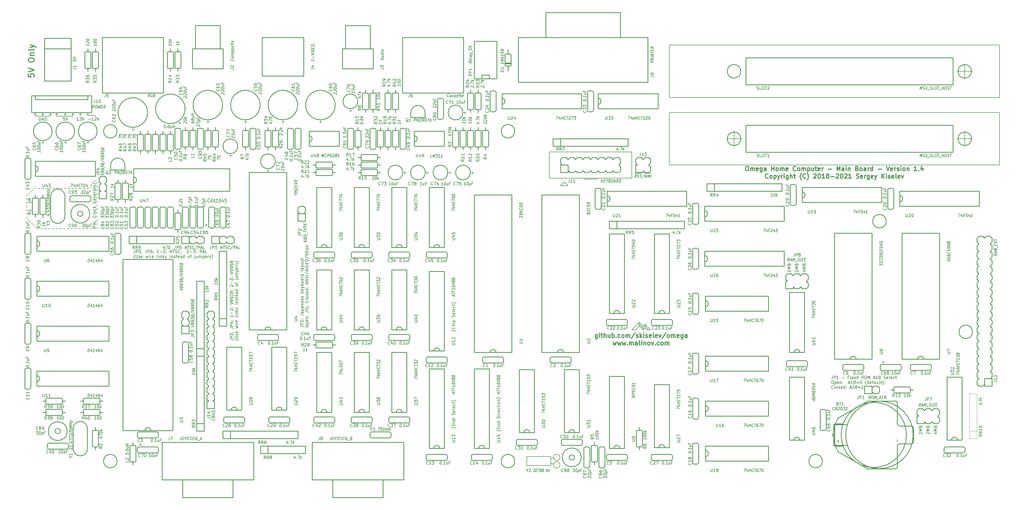
<source format=gbr>
G04 #@! TF.GenerationSoftware,KiCad,Pcbnew,(5.1.8)-1*
G04 #@! TF.CreationDate,2021-01-20T17:54:15-08:00*
G04 #@! TF.ProjectId,Omega-Mainboard,4f6d6567-612d-44d6-9169-6e626f617264,rev?*
G04 #@! TF.SameCoordinates,Original*
G04 #@! TF.FileFunction,Legend,Top*
G04 #@! TF.FilePolarity,Positive*
%FSLAX46Y46*%
G04 Gerber Fmt 4.6, Leading zero omitted, Abs format (unit mm)*
G04 Created by KiCad (PCBNEW (5.1.8)-1) date 2021-01-20 17:54:15*
%MOMM*%
%LPD*%
G01*
G04 APERTURE LIST*
%ADD10C,0.203200*%
%ADD11C,0.300000*%
%ADD12C,0.150000*%
%ADD13C,0.200000*%
%ADD14C,0.254000*%
%ADD15C,0.120000*%
%ADD16C,0.152400*%
G04 APERTURE END LIST*
D10*
X277912285Y-91583086D02*
X278589619Y-91583086D01*
X277525238Y-91824991D02*
X278250952Y-92066896D01*
X278250952Y-91437943D01*
X278589619Y-91050896D02*
X277573619Y-91050896D01*
X278299333Y-90712229D01*
X277573619Y-90373562D01*
X278589619Y-90373562D01*
X278057428Y-89551086D02*
X278105809Y-89405943D01*
X278154190Y-89357562D01*
X278250952Y-89309181D01*
X278396095Y-89309181D01*
X278492857Y-89357562D01*
X278541238Y-89405943D01*
X278589619Y-89502705D01*
X278589619Y-89889753D01*
X277573619Y-89889753D01*
X277573619Y-89551086D01*
X277622000Y-89454324D01*
X277670380Y-89405943D01*
X277767142Y-89357562D01*
X277863904Y-89357562D01*
X277960666Y-89405943D01*
X278009047Y-89454324D01*
X278057428Y-89551086D01*
X278057428Y-89889753D01*
X275130380Y-92066896D02*
X275082000Y-92018515D01*
X275033619Y-91921753D01*
X275033619Y-91679848D01*
X275082000Y-91583086D01*
X275130380Y-91534705D01*
X275227142Y-91486324D01*
X275323904Y-91486324D01*
X275469047Y-91534705D01*
X276049619Y-92115277D01*
X276049619Y-91486324D01*
X276049619Y-91050896D02*
X275033619Y-91050896D01*
X275759333Y-90712229D01*
X275033619Y-90373562D01*
X276049619Y-90373562D01*
X275517428Y-89551086D02*
X275565809Y-89405943D01*
X275614190Y-89357562D01*
X275710952Y-89309181D01*
X275856095Y-89309181D01*
X275952857Y-89357562D01*
X276001238Y-89405943D01*
X276049619Y-89502705D01*
X276049619Y-89889753D01*
X275033619Y-89889753D01*
X275033619Y-89551086D01*
X275082000Y-89454324D01*
X275130380Y-89405943D01*
X275227142Y-89357562D01*
X275323904Y-89357562D01*
X275420666Y-89405943D01*
X275469047Y-89454324D01*
X275517428Y-89551086D01*
X275517428Y-89889753D01*
X273509619Y-91486324D02*
X273509619Y-92066896D01*
X273509619Y-91776610D02*
X272493619Y-91776610D01*
X272638761Y-91873372D01*
X272735523Y-91970134D01*
X272783904Y-92066896D01*
X273509619Y-91050896D02*
X272493619Y-91050896D01*
X273219333Y-90712229D01*
X272493619Y-90373562D01*
X273509619Y-90373562D01*
X272977428Y-89551086D02*
X273025809Y-89405943D01*
X273074190Y-89357562D01*
X273170952Y-89309181D01*
X273316095Y-89309181D01*
X273412857Y-89357562D01*
X273461238Y-89405943D01*
X273509619Y-89502705D01*
X273509619Y-89889753D01*
X272493619Y-89889753D01*
X272493619Y-89551086D01*
X272542000Y-89454324D01*
X272590380Y-89405943D01*
X272687142Y-89357562D01*
X272783904Y-89357562D01*
X272880666Y-89405943D01*
X272929047Y-89454324D01*
X272977428Y-89551086D01*
X272977428Y-89889753D01*
X322362285Y-146510586D02*
X323039619Y-146510586D01*
X321975238Y-146752491D02*
X322700952Y-146994396D01*
X322700952Y-146365443D01*
X323039619Y-145978396D02*
X322023619Y-145978396D01*
X322749333Y-145639729D01*
X322023619Y-145301062D01*
X323039619Y-145301062D01*
X322507428Y-144478586D02*
X322555809Y-144333443D01*
X322604190Y-144285062D01*
X322700952Y-144236681D01*
X322846095Y-144236681D01*
X322942857Y-144285062D01*
X322991238Y-144333443D01*
X323039619Y-144430205D01*
X323039619Y-144817253D01*
X322023619Y-144817253D01*
X322023619Y-144478586D01*
X322072000Y-144381824D01*
X322120380Y-144333443D01*
X322217142Y-144285062D01*
X322313904Y-144285062D01*
X322410666Y-144333443D01*
X322459047Y-144381824D01*
X322507428Y-144478586D01*
X322507428Y-144817253D01*
X319580380Y-146994396D02*
X319532000Y-146946015D01*
X319483619Y-146849253D01*
X319483619Y-146607348D01*
X319532000Y-146510586D01*
X319580380Y-146462205D01*
X319677142Y-146413824D01*
X319773904Y-146413824D01*
X319919047Y-146462205D01*
X320499619Y-147042777D01*
X320499619Y-146413824D01*
X320499619Y-145978396D02*
X319483619Y-145978396D01*
X320209333Y-145639729D01*
X319483619Y-145301062D01*
X320499619Y-145301062D01*
X319967428Y-144478586D02*
X320015809Y-144333443D01*
X320064190Y-144285062D01*
X320160952Y-144236681D01*
X320306095Y-144236681D01*
X320402857Y-144285062D01*
X320451238Y-144333443D01*
X320499619Y-144430205D01*
X320499619Y-144817253D01*
X319483619Y-144817253D01*
X319483619Y-144478586D01*
X319532000Y-144381824D01*
X319580380Y-144333443D01*
X319677142Y-144285062D01*
X319773904Y-144285062D01*
X319870666Y-144333443D01*
X319919047Y-144381824D01*
X319967428Y-144478586D01*
X319967428Y-144817253D01*
X317959619Y-146413824D02*
X317959619Y-146994396D01*
X317959619Y-146704110D02*
X316943619Y-146704110D01*
X317088761Y-146800872D01*
X317185523Y-146897634D01*
X317233904Y-146994396D01*
X317959619Y-145978396D02*
X316943619Y-145978396D01*
X317669333Y-145639729D01*
X316943619Y-145301062D01*
X317959619Y-145301062D01*
X317427428Y-144478586D02*
X317475809Y-144333443D01*
X317524190Y-144285062D01*
X317620952Y-144236681D01*
X317766095Y-144236681D01*
X317862857Y-144285062D01*
X317911238Y-144333443D01*
X317959619Y-144430205D01*
X317959619Y-144817253D01*
X316943619Y-144817253D01*
X316943619Y-144478586D01*
X316992000Y-144381824D01*
X317040380Y-144333443D01*
X317137142Y-144285062D01*
X317233904Y-144285062D01*
X317330666Y-144333443D01*
X317379047Y-144381824D01*
X317427428Y-144478586D01*
X317427428Y-144817253D01*
D11*
X15414761Y-25018452D02*
X15414761Y-25970833D01*
X16367142Y-26066071D01*
X16271904Y-25970833D01*
X16176666Y-25780357D01*
X16176666Y-25304166D01*
X16271904Y-25113690D01*
X16367142Y-25018452D01*
X16557619Y-24923214D01*
X17033809Y-24923214D01*
X17224285Y-25018452D01*
X17319523Y-25113690D01*
X17414761Y-25304166D01*
X17414761Y-25780357D01*
X17319523Y-25970833D01*
X17224285Y-26066071D01*
X15414761Y-24351785D02*
X17414761Y-23685119D01*
X15414761Y-23018452D01*
X15414761Y-20447023D02*
X15414761Y-20066071D01*
X15510000Y-19875595D01*
X15700476Y-19685119D01*
X16081428Y-19589880D01*
X16748095Y-19589880D01*
X17129047Y-19685119D01*
X17319523Y-19875595D01*
X17414761Y-20066071D01*
X17414761Y-20447023D01*
X17319523Y-20637500D01*
X17129047Y-20827976D01*
X16748095Y-20923214D01*
X16081428Y-20923214D01*
X15700476Y-20827976D01*
X15510000Y-20637500D01*
X15414761Y-20447023D01*
X16081428Y-18732738D02*
X17414761Y-18732738D01*
X16271904Y-18732738D02*
X16176666Y-18637500D01*
X16081428Y-18447023D01*
X16081428Y-18161309D01*
X16176666Y-17970833D01*
X16367142Y-17875595D01*
X17414761Y-17875595D01*
X17414761Y-16637500D02*
X17319523Y-16827976D01*
X17129047Y-16923214D01*
X15414761Y-16923214D01*
X16081428Y-16066071D02*
X17414761Y-15589880D01*
X16081428Y-15113690D02*
X17414761Y-15589880D01*
X17890952Y-15780357D01*
X17986190Y-15875595D01*
X18081428Y-16066071D01*
D12*
X36195000Y-63500000D02*
X36512500Y-63182500D01*
X37147500Y-61912500D02*
X37465000Y-61595000D01*
X38735000Y-62865000D02*
X38735000Y-63500000D01*
X38735000Y-62230000D02*
X38735000Y-61595000D01*
X36830000Y-62230000D02*
X36830000Y-62865000D01*
X38100000Y-77470000D02*
X37465000Y-77470000D01*
X16827500Y-64452500D02*
X17145000Y-64135000D01*
X16192500Y-65087500D02*
X16510000Y-64770000D01*
X15557500Y-65722500D02*
X15875000Y-65405000D01*
X14922500Y-66357500D02*
X15240000Y-66040000D01*
X38735000Y-64770000D02*
X38735000Y-64135000D01*
X37782500Y-61277500D02*
X38417500Y-61277500D01*
X35242500Y-63817500D02*
X35877500Y-63817500D01*
X33972500Y-63817500D02*
X34607500Y-63817500D01*
X32702500Y-63817500D02*
X33337500Y-63817500D01*
X31432500Y-63817500D02*
X32067500Y-63817500D01*
X30162500Y-63817500D02*
X30797500Y-63817500D01*
X28892500Y-63817500D02*
X29527500Y-63817500D01*
X27622500Y-63817500D02*
X28257500Y-63817500D01*
X26670000Y-63817500D02*
X26987500Y-63817500D01*
X26352500Y-63817500D02*
X26670000Y-63817500D01*
X25082500Y-63817500D02*
X25717500Y-63817500D01*
X23812500Y-63817500D02*
X24447500Y-63817500D01*
X22542500Y-63817500D02*
X23177500Y-63817500D01*
X21272500Y-63817500D02*
X21907500Y-63817500D01*
X20002500Y-63817500D02*
X20637500Y-63817500D01*
X18732500Y-63817500D02*
X19367500Y-63817500D01*
X17462500Y-63817500D02*
X18097500Y-63817500D01*
X287641309Y-127342380D02*
X287641309Y-128056666D01*
X287593690Y-128199523D01*
X287498452Y-128294761D01*
X287355595Y-128342380D01*
X287260357Y-128342380D01*
X288117500Y-128342380D02*
X288117500Y-127342380D01*
X288498452Y-127342380D01*
X288593690Y-127390000D01*
X288641309Y-127437619D01*
X288688928Y-127532857D01*
X288688928Y-127675714D01*
X288641309Y-127770952D01*
X288593690Y-127818571D01*
X288498452Y-127866190D01*
X288117500Y-127866190D01*
X289641309Y-128342380D02*
X289069880Y-128342380D01*
X289355595Y-128342380D02*
X289355595Y-127342380D01*
X289260357Y-127485238D01*
X289165119Y-127580476D01*
X289069880Y-127628095D01*
X290831785Y-127961428D02*
X291593690Y-127961428D01*
X293165119Y-127818571D02*
X292831785Y-127818571D01*
X292831785Y-128342380D02*
X292831785Y-127342380D01*
X293307976Y-127342380D01*
X293831785Y-128342380D02*
X293736547Y-128294761D01*
X293688928Y-128199523D01*
X293688928Y-127342380D01*
X294641309Y-128342380D02*
X294641309Y-127818571D01*
X294593690Y-127723333D01*
X294498452Y-127675714D01*
X294307976Y-127675714D01*
X294212738Y-127723333D01*
X294641309Y-128294761D02*
X294546071Y-128342380D01*
X294307976Y-128342380D01*
X294212738Y-128294761D01*
X294165119Y-128199523D01*
X294165119Y-128104285D01*
X294212738Y-128009047D01*
X294307976Y-127961428D01*
X294546071Y-127961428D01*
X294641309Y-127913809D01*
X295069880Y-128294761D02*
X295165119Y-128342380D01*
X295355595Y-128342380D01*
X295450833Y-128294761D01*
X295498452Y-128199523D01*
X295498452Y-128151904D01*
X295450833Y-128056666D01*
X295355595Y-128009047D01*
X295212738Y-128009047D01*
X295117500Y-127961428D01*
X295069880Y-127866190D01*
X295069880Y-127818571D01*
X295117500Y-127723333D01*
X295212738Y-127675714D01*
X295355595Y-127675714D01*
X295450833Y-127723333D01*
X295927023Y-128342380D02*
X295927023Y-127342380D01*
X296355595Y-128342380D02*
X296355595Y-127818571D01*
X296307976Y-127723333D01*
X296212738Y-127675714D01*
X296069880Y-127675714D01*
X295974642Y-127723333D01*
X295927023Y-127770952D01*
X298165119Y-128342380D02*
X297831785Y-127866190D01*
X297593690Y-128342380D02*
X297593690Y-127342380D01*
X297974642Y-127342380D01*
X298069880Y-127390000D01*
X298117500Y-127437619D01*
X298165119Y-127532857D01*
X298165119Y-127675714D01*
X298117500Y-127770952D01*
X298069880Y-127818571D01*
X297974642Y-127866190D01*
X297593690Y-127866190D01*
X298784166Y-127342380D02*
X298974642Y-127342380D01*
X299069880Y-127390000D01*
X299165119Y-127485238D01*
X299212738Y-127675714D01*
X299212738Y-128009047D01*
X299165119Y-128199523D01*
X299069880Y-128294761D01*
X298974642Y-128342380D01*
X298784166Y-128342380D01*
X298688928Y-128294761D01*
X298593690Y-128199523D01*
X298546071Y-128009047D01*
X298546071Y-127675714D01*
X298593690Y-127485238D01*
X298688928Y-127390000D01*
X298784166Y-127342380D01*
X299641309Y-128342380D02*
X299641309Y-127342380D01*
X299974642Y-128056666D01*
X300307976Y-127342380D01*
X300307976Y-128342380D01*
X301498452Y-128056666D02*
X301974642Y-128056666D01*
X301403214Y-128342380D02*
X301736547Y-127342380D01*
X302069880Y-128342380D01*
X302927023Y-128342380D02*
X302355595Y-128342380D01*
X302641309Y-128342380D02*
X302641309Y-127342380D01*
X302546071Y-127485238D01*
X302450833Y-127580476D01*
X302355595Y-127628095D01*
X303498452Y-127770952D02*
X303403214Y-127723333D01*
X303355595Y-127675714D01*
X303307976Y-127580476D01*
X303307976Y-127532857D01*
X303355595Y-127437619D01*
X303403214Y-127390000D01*
X303498452Y-127342380D01*
X303688928Y-127342380D01*
X303784166Y-127390000D01*
X303831785Y-127437619D01*
X303879404Y-127532857D01*
X303879404Y-127580476D01*
X303831785Y-127675714D01*
X303784166Y-127723333D01*
X303688928Y-127770952D01*
X303498452Y-127770952D01*
X303403214Y-127818571D01*
X303355595Y-127866190D01*
X303307976Y-127961428D01*
X303307976Y-128151904D01*
X303355595Y-128247142D01*
X303403214Y-128294761D01*
X303498452Y-128342380D01*
X303688928Y-128342380D01*
X303784166Y-128294761D01*
X303831785Y-128247142D01*
X303879404Y-128151904D01*
X303879404Y-127961428D01*
X303831785Y-127866190D01*
X303784166Y-127818571D01*
X303688928Y-127770952D01*
X305022261Y-128294761D02*
X305165119Y-128342380D01*
X305403214Y-128342380D01*
X305498452Y-128294761D01*
X305546071Y-128247142D01*
X305593690Y-128151904D01*
X305593690Y-128056666D01*
X305546071Y-127961428D01*
X305498452Y-127913809D01*
X305403214Y-127866190D01*
X305212738Y-127818571D01*
X305117500Y-127770952D01*
X305069880Y-127723333D01*
X305022261Y-127628095D01*
X305022261Y-127532857D01*
X305069880Y-127437619D01*
X305117500Y-127390000D01*
X305212738Y-127342380D01*
X305450833Y-127342380D01*
X305593690Y-127390000D01*
X306403214Y-128294761D02*
X306307976Y-128342380D01*
X306117500Y-128342380D01*
X306022261Y-128294761D01*
X305974642Y-128199523D01*
X305974642Y-127818571D01*
X306022261Y-127723333D01*
X306117500Y-127675714D01*
X306307976Y-127675714D01*
X306403214Y-127723333D01*
X306450833Y-127818571D01*
X306450833Y-127913809D01*
X305974642Y-128009047D01*
X307022261Y-128342380D02*
X306927023Y-128294761D01*
X306879404Y-128199523D01*
X306879404Y-127342380D01*
X307784166Y-128294761D02*
X307688928Y-128342380D01*
X307498452Y-128342380D01*
X307403214Y-128294761D01*
X307355595Y-128199523D01*
X307355595Y-127818571D01*
X307403214Y-127723333D01*
X307498452Y-127675714D01*
X307688928Y-127675714D01*
X307784166Y-127723333D01*
X307831785Y-127818571D01*
X307831785Y-127913809D01*
X307355595Y-128009047D01*
X308688928Y-128294761D02*
X308593690Y-128342380D01*
X308403214Y-128342380D01*
X308307976Y-128294761D01*
X308260357Y-128247142D01*
X308212738Y-128151904D01*
X308212738Y-127866190D01*
X308260357Y-127770952D01*
X308307976Y-127723333D01*
X308403214Y-127675714D01*
X308593690Y-127675714D01*
X308688928Y-127723333D01*
X308974642Y-127675714D02*
X309355595Y-127675714D01*
X309117500Y-127342380D02*
X309117500Y-128199523D01*
X309165119Y-128294761D01*
X309260357Y-128342380D01*
X309355595Y-128342380D01*
X287546071Y-128992380D02*
X287736547Y-128992380D01*
X287831785Y-129040000D01*
X287927023Y-129135238D01*
X287974642Y-129325714D01*
X287974642Y-129659047D01*
X287927023Y-129849523D01*
X287831785Y-129944761D01*
X287736547Y-129992380D01*
X287546071Y-129992380D01*
X287450833Y-129944761D01*
X287355595Y-129849523D01*
X287307976Y-129659047D01*
X287307976Y-129325714D01*
X287355595Y-129135238D01*
X287450833Y-129040000D01*
X287546071Y-128992380D01*
X288403214Y-129325714D02*
X288403214Y-130325714D01*
X288403214Y-129373333D02*
X288498452Y-129325714D01*
X288688928Y-129325714D01*
X288784166Y-129373333D01*
X288831785Y-129420952D01*
X288879404Y-129516190D01*
X288879404Y-129801904D01*
X288831785Y-129897142D01*
X288784166Y-129944761D01*
X288688928Y-129992380D01*
X288498452Y-129992380D01*
X288403214Y-129944761D01*
X289688928Y-129944761D02*
X289593690Y-129992380D01*
X289403214Y-129992380D01*
X289307976Y-129944761D01*
X289260357Y-129849523D01*
X289260357Y-129468571D01*
X289307976Y-129373333D01*
X289403214Y-129325714D01*
X289593690Y-129325714D01*
X289688928Y-129373333D01*
X289736547Y-129468571D01*
X289736547Y-129563809D01*
X289260357Y-129659047D01*
X290165119Y-129325714D02*
X290165119Y-129992380D01*
X290165119Y-129420952D02*
X290212738Y-129373333D01*
X290307976Y-129325714D01*
X290450833Y-129325714D01*
X290546071Y-129373333D01*
X290593690Y-129468571D01*
X290593690Y-129992380D01*
X291069880Y-129897142D02*
X291117500Y-129944761D01*
X291069880Y-129992380D01*
X291022261Y-129944761D01*
X291069880Y-129897142D01*
X291069880Y-129992380D01*
X291069880Y-129373333D02*
X291117500Y-129420952D01*
X291069880Y-129468571D01*
X291022261Y-129420952D01*
X291069880Y-129373333D01*
X291069880Y-129468571D01*
X293022261Y-129706666D02*
X293498452Y-129706666D01*
X292927023Y-129992380D02*
X293260357Y-128992380D01*
X293593690Y-129992380D01*
X294450833Y-129992380D02*
X293879404Y-129992380D01*
X294165119Y-129992380D02*
X294165119Y-128992380D01*
X294069880Y-129135238D01*
X293974642Y-129230476D01*
X293879404Y-129278095D01*
X295022261Y-129420952D02*
X294927023Y-129373333D01*
X294879404Y-129325714D01*
X294831785Y-129230476D01*
X294831785Y-129182857D01*
X294879404Y-129087619D01*
X294927023Y-129040000D01*
X295022261Y-128992380D01*
X295212738Y-128992380D01*
X295307976Y-129040000D01*
X295355595Y-129087619D01*
X295403214Y-129182857D01*
X295403214Y-129230476D01*
X295355595Y-129325714D01*
X295307976Y-129373333D01*
X295212738Y-129420952D01*
X295022261Y-129420952D01*
X294927023Y-129468571D01*
X294879404Y-129516190D01*
X294831785Y-129611428D01*
X294831785Y-129801904D01*
X294879404Y-129897142D01*
X294927023Y-129944761D01*
X295022261Y-129992380D01*
X295212738Y-129992380D01*
X295307976Y-129944761D01*
X295355595Y-129897142D01*
X295403214Y-129801904D01*
X295403214Y-129611428D01*
X295355595Y-129516190D01*
X295307976Y-129468571D01*
X295212738Y-129420952D01*
X295831785Y-129468571D02*
X296593690Y-129468571D01*
X296593690Y-129754285D02*
X295831785Y-129754285D01*
X297260357Y-128992380D02*
X297355595Y-128992380D01*
X297450833Y-129040000D01*
X297498452Y-129087619D01*
X297546071Y-129182857D01*
X297593690Y-129373333D01*
X297593690Y-129611428D01*
X297546071Y-129801904D01*
X297498452Y-129897142D01*
X297450833Y-129944761D01*
X297355595Y-129992380D01*
X297260357Y-129992380D01*
X297165119Y-129944761D01*
X297117500Y-129897142D01*
X297069880Y-129801904D01*
X297022261Y-129611428D01*
X297022261Y-129373333D01*
X297069880Y-129182857D01*
X297117500Y-129087619D01*
X297165119Y-129040000D01*
X297260357Y-128992380D01*
X299069880Y-130373333D02*
X299022261Y-130325714D01*
X298927023Y-130182857D01*
X298879404Y-130087619D01*
X298831785Y-129944761D01*
X298784166Y-129706666D01*
X298784166Y-129516190D01*
X298831785Y-129278095D01*
X298879404Y-129135238D01*
X298927023Y-129040000D01*
X299022261Y-128897142D01*
X299069880Y-128849523D01*
X299879404Y-129992380D02*
X299879404Y-128992380D01*
X299879404Y-129944761D02*
X299784166Y-129992380D01*
X299593690Y-129992380D01*
X299498452Y-129944761D01*
X299450833Y-129897142D01*
X299403214Y-129801904D01*
X299403214Y-129516190D01*
X299450833Y-129420952D01*
X299498452Y-129373333D01*
X299593690Y-129325714D01*
X299784166Y-129325714D01*
X299879404Y-129373333D01*
X300736547Y-129944761D02*
X300641309Y-129992380D01*
X300450833Y-129992380D01*
X300355595Y-129944761D01*
X300307976Y-129849523D01*
X300307976Y-129468571D01*
X300355595Y-129373333D01*
X300450833Y-129325714D01*
X300641309Y-129325714D01*
X300736547Y-129373333D01*
X300784166Y-129468571D01*
X300784166Y-129563809D01*
X300307976Y-129659047D01*
X301069880Y-129325714D02*
X301450833Y-129325714D01*
X301212738Y-129992380D02*
X301212738Y-129135238D01*
X301260357Y-129040000D01*
X301355595Y-128992380D01*
X301450833Y-128992380D01*
X302212738Y-129992380D02*
X302212738Y-129468571D01*
X302165119Y-129373333D01*
X302069880Y-129325714D01*
X301879404Y-129325714D01*
X301784166Y-129373333D01*
X302212738Y-129944761D02*
X302117500Y-129992380D01*
X301879404Y-129992380D01*
X301784166Y-129944761D01*
X301736547Y-129849523D01*
X301736547Y-129754285D01*
X301784166Y-129659047D01*
X301879404Y-129611428D01*
X302117500Y-129611428D01*
X302212738Y-129563809D01*
X303117500Y-129325714D02*
X303117500Y-129992380D01*
X302688928Y-129325714D02*
X302688928Y-129849523D01*
X302736547Y-129944761D01*
X302831785Y-129992380D01*
X302974642Y-129992380D01*
X303069880Y-129944761D01*
X303117500Y-129897142D01*
X303736547Y-129992380D02*
X303641309Y-129944761D01*
X303593690Y-129849523D01*
X303593690Y-128992380D01*
X303974642Y-129325714D02*
X304355595Y-129325714D01*
X304117500Y-128992380D02*
X304117500Y-129849523D01*
X304165119Y-129944761D01*
X304260357Y-129992380D01*
X304355595Y-129992380D01*
X304593690Y-130373333D02*
X304641309Y-130325714D01*
X304736547Y-130182857D01*
X304784166Y-130087619D01*
X304831785Y-129944761D01*
X304879404Y-129706666D01*
X304879404Y-129516190D01*
X304831785Y-129278095D01*
X304784166Y-129135238D01*
X304736547Y-129040000D01*
X304641309Y-128897142D01*
X304593690Y-128849523D01*
X305403214Y-129944761D02*
X305403214Y-129992380D01*
X305355595Y-130087619D01*
X305307976Y-130135238D01*
X305355595Y-129373333D02*
X305403214Y-129420952D01*
X305355595Y-129468571D01*
X305307976Y-129420952D01*
X305355595Y-129373333D01*
X305355595Y-129468571D01*
X287927023Y-131547142D02*
X287879404Y-131594761D01*
X287736547Y-131642380D01*
X287641309Y-131642380D01*
X287498452Y-131594761D01*
X287403214Y-131499523D01*
X287355595Y-131404285D01*
X287307976Y-131213809D01*
X287307976Y-131070952D01*
X287355595Y-130880476D01*
X287403214Y-130785238D01*
X287498452Y-130690000D01*
X287641309Y-130642380D01*
X287736547Y-130642380D01*
X287879404Y-130690000D01*
X287927023Y-130737619D01*
X288498452Y-131642380D02*
X288403214Y-131594761D01*
X288355595Y-131499523D01*
X288355595Y-130642380D01*
X289022261Y-131642380D02*
X288927023Y-131594761D01*
X288879404Y-131547142D01*
X288831785Y-131451904D01*
X288831785Y-131166190D01*
X288879404Y-131070952D01*
X288927023Y-131023333D01*
X289022261Y-130975714D01*
X289165119Y-130975714D01*
X289260357Y-131023333D01*
X289307976Y-131070952D01*
X289355595Y-131166190D01*
X289355595Y-131451904D01*
X289307976Y-131547142D01*
X289260357Y-131594761D01*
X289165119Y-131642380D01*
X289022261Y-131642380D01*
X289736547Y-131594761D02*
X289831785Y-131642380D01*
X290022261Y-131642380D01*
X290117500Y-131594761D01*
X290165119Y-131499523D01*
X290165119Y-131451904D01*
X290117500Y-131356666D01*
X290022261Y-131309047D01*
X289879404Y-131309047D01*
X289784166Y-131261428D01*
X289736547Y-131166190D01*
X289736547Y-131118571D01*
X289784166Y-131023333D01*
X289879404Y-130975714D01*
X290022261Y-130975714D01*
X290117500Y-131023333D01*
X290974642Y-131594761D02*
X290879404Y-131642380D01*
X290688928Y-131642380D01*
X290593690Y-131594761D01*
X290546071Y-131499523D01*
X290546071Y-131118571D01*
X290593690Y-131023333D01*
X290688928Y-130975714D01*
X290879404Y-130975714D01*
X290974642Y-131023333D01*
X291022261Y-131118571D01*
X291022261Y-131213809D01*
X290546071Y-131309047D01*
X291879404Y-131642380D02*
X291879404Y-130642380D01*
X291879404Y-131594761D02*
X291784166Y-131642380D01*
X291593690Y-131642380D01*
X291498452Y-131594761D01*
X291450833Y-131547142D01*
X291403214Y-131451904D01*
X291403214Y-131166190D01*
X291450833Y-131070952D01*
X291498452Y-131023333D01*
X291593690Y-130975714D01*
X291784166Y-130975714D01*
X291879404Y-131023333D01*
X292355595Y-131547142D02*
X292403214Y-131594761D01*
X292355595Y-131642380D01*
X292307976Y-131594761D01*
X292355595Y-131547142D01*
X292355595Y-131642380D01*
X292355595Y-131023333D02*
X292403214Y-131070952D01*
X292355595Y-131118571D01*
X292307976Y-131070952D01*
X292355595Y-131023333D01*
X292355595Y-131118571D01*
X293546071Y-131356666D02*
X294022261Y-131356666D01*
X293450833Y-131642380D02*
X293784166Y-130642380D01*
X294117500Y-131642380D01*
X294974642Y-131642380D02*
X294403214Y-131642380D01*
X294688928Y-131642380D02*
X294688928Y-130642380D01*
X294593690Y-130785238D01*
X294498452Y-130880476D01*
X294403214Y-130928095D01*
X295546071Y-131070952D02*
X295450833Y-131023333D01*
X295403214Y-130975714D01*
X295355595Y-130880476D01*
X295355595Y-130832857D01*
X295403214Y-130737619D01*
X295450833Y-130690000D01*
X295546071Y-130642380D01*
X295736547Y-130642380D01*
X295831785Y-130690000D01*
X295879404Y-130737619D01*
X295927023Y-130832857D01*
X295927023Y-130880476D01*
X295879404Y-130975714D01*
X295831785Y-131023333D01*
X295736547Y-131070952D01*
X295546071Y-131070952D01*
X295450833Y-131118571D01*
X295403214Y-131166190D01*
X295355595Y-131261428D01*
X295355595Y-131451904D01*
X295403214Y-131547142D01*
X295450833Y-131594761D01*
X295546071Y-131642380D01*
X295736547Y-131642380D01*
X295831785Y-131594761D01*
X295879404Y-131547142D01*
X295927023Y-131451904D01*
X295927023Y-131261428D01*
X295879404Y-131166190D01*
X295831785Y-131118571D01*
X295736547Y-131070952D01*
X296355595Y-131118571D02*
X297117500Y-131118571D01*
X297117500Y-131404285D02*
X296355595Y-131404285D01*
X298117500Y-131642380D02*
X297546071Y-131642380D01*
X297831785Y-131642380D02*
X297831785Y-130642380D01*
X297736547Y-130785238D01*
X297641309Y-130880476D01*
X297546071Y-130928095D01*
D11*
X258611428Y-56323571D02*
X258897142Y-56323571D01*
X259040000Y-56395000D01*
X259182857Y-56537857D01*
X259254285Y-56823571D01*
X259254285Y-57323571D01*
X259182857Y-57609285D01*
X259040000Y-57752142D01*
X258897142Y-57823571D01*
X258611428Y-57823571D01*
X258468571Y-57752142D01*
X258325714Y-57609285D01*
X258254285Y-57323571D01*
X258254285Y-56823571D01*
X258325714Y-56537857D01*
X258468571Y-56395000D01*
X258611428Y-56323571D01*
X259897142Y-57823571D02*
X259897142Y-56823571D01*
X259897142Y-56966428D02*
X259968571Y-56895000D01*
X260111428Y-56823571D01*
X260325714Y-56823571D01*
X260468571Y-56895000D01*
X260540000Y-57037857D01*
X260540000Y-57823571D01*
X260540000Y-57037857D02*
X260611428Y-56895000D01*
X260754285Y-56823571D01*
X260968571Y-56823571D01*
X261111428Y-56895000D01*
X261182857Y-57037857D01*
X261182857Y-57823571D01*
X262468571Y-57752142D02*
X262325714Y-57823571D01*
X262040000Y-57823571D01*
X261897142Y-57752142D01*
X261825714Y-57609285D01*
X261825714Y-57037857D01*
X261897142Y-56895000D01*
X262040000Y-56823571D01*
X262325714Y-56823571D01*
X262468571Y-56895000D01*
X262540000Y-57037857D01*
X262540000Y-57180714D01*
X261825714Y-57323571D01*
X263825714Y-56823571D02*
X263825714Y-58037857D01*
X263754285Y-58180714D01*
X263682857Y-58252142D01*
X263540000Y-58323571D01*
X263325714Y-58323571D01*
X263182857Y-58252142D01*
X263825714Y-57752142D02*
X263682857Y-57823571D01*
X263397142Y-57823571D01*
X263254285Y-57752142D01*
X263182857Y-57680714D01*
X263111428Y-57537857D01*
X263111428Y-57109285D01*
X263182857Y-56966428D01*
X263254285Y-56895000D01*
X263397142Y-56823571D01*
X263682857Y-56823571D01*
X263825714Y-56895000D01*
X265182857Y-57823571D02*
X265182857Y-57037857D01*
X265111428Y-56895000D01*
X264968571Y-56823571D01*
X264682857Y-56823571D01*
X264540000Y-56895000D01*
X265182857Y-57752142D02*
X265040000Y-57823571D01*
X264682857Y-57823571D01*
X264540000Y-57752142D01*
X264468571Y-57609285D01*
X264468571Y-57466428D01*
X264540000Y-57323571D01*
X264682857Y-57252142D01*
X265040000Y-57252142D01*
X265182857Y-57180714D01*
X267040000Y-57823571D02*
X267040000Y-56323571D01*
X267040000Y-57037857D02*
X267897142Y-57037857D01*
X267897142Y-57823571D02*
X267897142Y-56323571D01*
X268825714Y-57823571D02*
X268682857Y-57752142D01*
X268611428Y-57680714D01*
X268540000Y-57537857D01*
X268540000Y-57109285D01*
X268611428Y-56966428D01*
X268682857Y-56895000D01*
X268825714Y-56823571D01*
X269040000Y-56823571D01*
X269182857Y-56895000D01*
X269254285Y-56966428D01*
X269325714Y-57109285D01*
X269325714Y-57537857D01*
X269254285Y-57680714D01*
X269182857Y-57752142D01*
X269040000Y-57823571D01*
X268825714Y-57823571D01*
X269968571Y-57823571D02*
X269968571Y-56823571D01*
X269968571Y-56966428D02*
X270040000Y-56895000D01*
X270182857Y-56823571D01*
X270397142Y-56823571D01*
X270540000Y-56895000D01*
X270611428Y-57037857D01*
X270611428Y-57823571D01*
X270611428Y-57037857D02*
X270682857Y-56895000D01*
X270825714Y-56823571D01*
X271040000Y-56823571D01*
X271182857Y-56895000D01*
X271254285Y-57037857D01*
X271254285Y-57823571D01*
X272540000Y-57752142D02*
X272397142Y-57823571D01*
X272111428Y-57823571D01*
X271968571Y-57752142D01*
X271897142Y-57609285D01*
X271897142Y-57037857D01*
X271968571Y-56895000D01*
X272111428Y-56823571D01*
X272397142Y-56823571D01*
X272540000Y-56895000D01*
X272611428Y-57037857D01*
X272611428Y-57180714D01*
X271897142Y-57323571D01*
X275254285Y-57680714D02*
X275182857Y-57752142D01*
X274968571Y-57823571D01*
X274825714Y-57823571D01*
X274611428Y-57752142D01*
X274468571Y-57609285D01*
X274397142Y-57466428D01*
X274325714Y-57180714D01*
X274325714Y-56966428D01*
X274397142Y-56680714D01*
X274468571Y-56537857D01*
X274611428Y-56395000D01*
X274825714Y-56323571D01*
X274968571Y-56323571D01*
X275182857Y-56395000D01*
X275254285Y-56466428D01*
X276111428Y-57823571D02*
X275968571Y-57752142D01*
X275897142Y-57680714D01*
X275825714Y-57537857D01*
X275825714Y-57109285D01*
X275897142Y-56966428D01*
X275968571Y-56895000D01*
X276111428Y-56823571D01*
X276325714Y-56823571D01*
X276468571Y-56895000D01*
X276540000Y-56966428D01*
X276611428Y-57109285D01*
X276611428Y-57537857D01*
X276540000Y-57680714D01*
X276468571Y-57752142D01*
X276325714Y-57823571D01*
X276111428Y-57823571D01*
X277254285Y-57823571D02*
X277254285Y-56823571D01*
X277254285Y-56966428D02*
X277325714Y-56895000D01*
X277468571Y-56823571D01*
X277682857Y-56823571D01*
X277825714Y-56895000D01*
X277897142Y-57037857D01*
X277897142Y-57823571D01*
X277897142Y-57037857D02*
X277968571Y-56895000D01*
X278111428Y-56823571D01*
X278325714Y-56823571D01*
X278468571Y-56895000D01*
X278540000Y-57037857D01*
X278540000Y-57823571D01*
X279254285Y-56823571D02*
X279254285Y-58323571D01*
X279254285Y-56895000D02*
X279397142Y-56823571D01*
X279682857Y-56823571D01*
X279825714Y-56895000D01*
X279897142Y-56966428D01*
X279968571Y-57109285D01*
X279968571Y-57537857D01*
X279897142Y-57680714D01*
X279825714Y-57752142D01*
X279682857Y-57823571D01*
X279397142Y-57823571D01*
X279254285Y-57752142D01*
X281254285Y-56823571D02*
X281254285Y-57823571D01*
X280611428Y-56823571D02*
X280611428Y-57609285D01*
X280682857Y-57752142D01*
X280825714Y-57823571D01*
X281040000Y-57823571D01*
X281182857Y-57752142D01*
X281254285Y-57680714D01*
X281754285Y-56823571D02*
X282325714Y-56823571D01*
X281968571Y-56323571D02*
X281968571Y-57609285D01*
X282040000Y-57752142D01*
X282182857Y-57823571D01*
X282325714Y-57823571D01*
X283397142Y-57752142D02*
X283254285Y-57823571D01*
X282968571Y-57823571D01*
X282825714Y-57752142D01*
X282754285Y-57609285D01*
X282754285Y-57037857D01*
X282825714Y-56895000D01*
X282968571Y-56823571D01*
X283254285Y-56823571D01*
X283397142Y-56895000D01*
X283468571Y-57037857D01*
X283468571Y-57180714D01*
X282754285Y-57323571D01*
X284111428Y-57823571D02*
X284111428Y-56823571D01*
X284111428Y-57109285D02*
X284182857Y-56966428D01*
X284254285Y-56895000D01*
X284397142Y-56823571D01*
X284540000Y-56823571D01*
X286182857Y-57252142D02*
X287325714Y-57252142D01*
X289182857Y-57823571D02*
X289182857Y-56323571D01*
X289682857Y-57395000D01*
X290182857Y-56323571D01*
X290182857Y-57823571D01*
X291540000Y-57823571D02*
X291540000Y-57037857D01*
X291468571Y-56895000D01*
X291325714Y-56823571D01*
X291040000Y-56823571D01*
X290897142Y-56895000D01*
X291540000Y-57752142D02*
X291397142Y-57823571D01*
X291040000Y-57823571D01*
X290897142Y-57752142D01*
X290825714Y-57609285D01*
X290825714Y-57466428D01*
X290897142Y-57323571D01*
X291040000Y-57252142D01*
X291397142Y-57252142D01*
X291540000Y-57180714D01*
X292254285Y-57823571D02*
X292254285Y-56823571D01*
X292254285Y-56323571D02*
X292182857Y-56395000D01*
X292254285Y-56466428D01*
X292325714Y-56395000D01*
X292254285Y-56323571D01*
X292254285Y-56466428D01*
X292968571Y-56823571D02*
X292968571Y-57823571D01*
X292968571Y-56966428D02*
X293040000Y-56895000D01*
X293182857Y-56823571D01*
X293397142Y-56823571D01*
X293540000Y-56895000D01*
X293611428Y-57037857D01*
X293611428Y-57823571D01*
X295968571Y-57037857D02*
X296182857Y-57109285D01*
X296254285Y-57180714D01*
X296325714Y-57323571D01*
X296325714Y-57537857D01*
X296254285Y-57680714D01*
X296182857Y-57752142D01*
X296040000Y-57823571D01*
X295468571Y-57823571D01*
X295468571Y-56323571D01*
X295968571Y-56323571D01*
X296111428Y-56395000D01*
X296182857Y-56466428D01*
X296254285Y-56609285D01*
X296254285Y-56752142D01*
X296182857Y-56895000D01*
X296111428Y-56966428D01*
X295968571Y-57037857D01*
X295468571Y-57037857D01*
X297182857Y-57823571D02*
X297040000Y-57752142D01*
X296968571Y-57680714D01*
X296897142Y-57537857D01*
X296897142Y-57109285D01*
X296968571Y-56966428D01*
X297040000Y-56895000D01*
X297182857Y-56823571D01*
X297397142Y-56823571D01*
X297540000Y-56895000D01*
X297611428Y-56966428D01*
X297682857Y-57109285D01*
X297682857Y-57537857D01*
X297611428Y-57680714D01*
X297540000Y-57752142D01*
X297397142Y-57823571D01*
X297182857Y-57823571D01*
X298968571Y-57823571D02*
X298968571Y-57037857D01*
X298897142Y-56895000D01*
X298754285Y-56823571D01*
X298468571Y-56823571D01*
X298325714Y-56895000D01*
X298968571Y-57752142D02*
X298825714Y-57823571D01*
X298468571Y-57823571D01*
X298325714Y-57752142D01*
X298254285Y-57609285D01*
X298254285Y-57466428D01*
X298325714Y-57323571D01*
X298468571Y-57252142D01*
X298825714Y-57252142D01*
X298968571Y-57180714D01*
X299682857Y-57823571D02*
X299682857Y-56823571D01*
X299682857Y-57109285D02*
X299754285Y-56966428D01*
X299825714Y-56895000D01*
X299968571Y-56823571D01*
X300111428Y-56823571D01*
X301254285Y-57823571D02*
X301254285Y-56323571D01*
X301254285Y-57752142D02*
X301111428Y-57823571D01*
X300825714Y-57823571D01*
X300682857Y-57752142D01*
X300611428Y-57680714D01*
X300540000Y-57537857D01*
X300540000Y-57109285D01*
X300611428Y-56966428D01*
X300682857Y-56895000D01*
X300825714Y-56823571D01*
X301111428Y-56823571D01*
X301254285Y-56895000D01*
X303111428Y-57252142D02*
X304254285Y-57252142D01*
X305897142Y-56323571D02*
X306397142Y-57823571D01*
X306897142Y-56323571D01*
X307968571Y-57752142D02*
X307825714Y-57823571D01*
X307540000Y-57823571D01*
X307397142Y-57752142D01*
X307325714Y-57609285D01*
X307325714Y-57037857D01*
X307397142Y-56895000D01*
X307540000Y-56823571D01*
X307825714Y-56823571D01*
X307968571Y-56895000D01*
X308040000Y-57037857D01*
X308040000Y-57180714D01*
X307325714Y-57323571D01*
X308682857Y-57823571D02*
X308682857Y-56823571D01*
X308682857Y-57109285D02*
X308754285Y-56966428D01*
X308825714Y-56895000D01*
X308968571Y-56823571D01*
X309111428Y-56823571D01*
X309540000Y-57752142D02*
X309682857Y-57823571D01*
X309968571Y-57823571D01*
X310111428Y-57752142D01*
X310182857Y-57609285D01*
X310182857Y-57537857D01*
X310111428Y-57395000D01*
X309968571Y-57323571D01*
X309754285Y-57323571D01*
X309611428Y-57252142D01*
X309540000Y-57109285D01*
X309540000Y-57037857D01*
X309611428Y-56895000D01*
X309754285Y-56823571D01*
X309968571Y-56823571D01*
X310111428Y-56895000D01*
X310825714Y-57823571D02*
X310825714Y-56823571D01*
X310825714Y-56323571D02*
X310754285Y-56395000D01*
X310825714Y-56466428D01*
X310897142Y-56395000D01*
X310825714Y-56323571D01*
X310825714Y-56466428D01*
X311754285Y-57823571D02*
X311611428Y-57752142D01*
X311540000Y-57680714D01*
X311468571Y-57537857D01*
X311468571Y-57109285D01*
X311540000Y-56966428D01*
X311611428Y-56895000D01*
X311754285Y-56823571D01*
X311968571Y-56823571D01*
X312111428Y-56895000D01*
X312182857Y-56966428D01*
X312254285Y-57109285D01*
X312254285Y-57537857D01*
X312182857Y-57680714D01*
X312111428Y-57752142D01*
X311968571Y-57823571D01*
X311754285Y-57823571D01*
X312897142Y-56823571D02*
X312897142Y-57823571D01*
X312897142Y-56966428D02*
X312968571Y-56895000D01*
X313111428Y-56823571D01*
X313325714Y-56823571D01*
X313468571Y-56895000D01*
X313540000Y-57037857D01*
X313540000Y-57823571D01*
X316182857Y-57823571D02*
X315325714Y-57823571D01*
X315754285Y-57823571D02*
X315754285Y-56323571D01*
X315611428Y-56537857D01*
X315468571Y-56680714D01*
X315325714Y-56752142D01*
X316825714Y-57680714D02*
X316897142Y-57752142D01*
X316825714Y-57823571D01*
X316754285Y-57752142D01*
X316825714Y-57680714D01*
X316825714Y-57823571D01*
X318182857Y-56823571D02*
X318182857Y-57823571D01*
X317825714Y-56252142D02*
X317468571Y-57323571D01*
X318397142Y-57323571D01*
X265861428Y-60230714D02*
X265790000Y-60302142D01*
X265575714Y-60373571D01*
X265432857Y-60373571D01*
X265218571Y-60302142D01*
X265075714Y-60159285D01*
X265004285Y-60016428D01*
X264932857Y-59730714D01*
X264932857Y-59516428D01*
X265004285Y-59230714D01*
X265075714Y-59087857D01*
X265218571Y-58945000D01*
X265432857Y-58873571D01*
X265575714Y-58873571D01*
X265790000Y-58945000D01*
X265861428Y-59016428D01*
X266718571Y-60373571D02*
X266575714Y-60302142D01*
X266504285Y-60230714D01*
X266432857Y-60087857D01*
X266432857Y-59659285D01*
X266504285Y-59516428D01*
X266575714Y-59445000D01*
X266718571Y-59373571D01*
X266932857Y-59373571D01*
X267075714Y-59445000D01*
X267147142Y-59516428D01*
X267218571Y-59659285D01*
X267218571Y-60087857D01*
X267147142Y-60230714D01*
X267075714Y-60302142D01*
X266932857Y-60373571D01*
X266718571Y-60373571D01*
X267861428Y-59373571D02*
X267861428Y-60873571D01*
X267861428Y-59445000D02*
X268004285Y-59373571D01*
X268290000Y-59373571D01*
X268432857Y-59445000D01*
X268504285Y-59516428D01*
X268575714Y-59659285D01*
X268575714Y-60087857D01*
X268504285Y-60230714D01*
X268432857Y-60302142D01*
X268290000Y-60373571D01*
X268004285Y-60373571D01*
X267861428Y-60302142D01*
X269075714Y-59373571D02*
X269432857Y-60373571D01*
X269790000Y-59373571D02*
X269432857Y-60373571D01*
X269290000Y-60730714D01*
X269218571Y-60802142D01*
X269075714Y-60873571D01*
X270361428Y-60373571D02*
X270361428Y-59373571D01*
X270361428Y-59659285D02*
X270432857Y-59516428D01*
X270504285Y-59445000D01*
X270647142Y-59373571D01*
X270790000Y-59373571D01*
X271290000Y-60373571D02*
X271290000Y-59373571D01*
X271290000Y-58873571D02*
X271218571Y-58945000D01*
X271290000Y-59016428D01*
X271361428Y-58945000D01*
X271290000Y-58873571D01*
X271290000Y-59016428D01*
X272647142Y-59373571D02*
X272647142Y-60587857D01*
X272575714Y-60730714D01*
X272504285Y-60802142D01*
X272361428Y-60873571D01*
X272147142Y-60873571D01*
X272004285Y-60802142D01*
X272647142Y-60302142D02*
X272504285Y-60373571D01*
X272218571Y-60373571D01*
X272075714Y-60302142D01*
X272004285Y-60230714D01*
X271932857Y-60087857D01*
X271932857Y-59659285D01*
X272004285Y-59516428D01*
X272075714Y-59445000D01*
X272218571Y-59373571D01*
X272504285Y-59373571D01*
X272647142Y-59445000D01*
X273361428Y-60373571D02*
X273361428Y-58873571D01*
X274004285Y-60373571D02*
X274004285Y-59587857D01*
X273932857Y-59445000D01*
X273790000Y-59373571D01*
X273575714Y-59373571D01*
X273432857Y-59445000D01*
X273361428Y-59516428D01*
X274504285Y-59373571D02*
X275075714Y-59373571D01*
X274718571Y-58873571D02*
X274718571Y-60159285D01*
X274790000Y-60302142D01*
X274932857Y-60373571D01*
X275075714Y-60373571D01*
X277147142Y-60945000D02*
X277075714Y-60873571D01*
X276932857Y-60659285D01*
X276861428Y-60516428D01*
X276790000Y-60302142D01*
X276718571Y-59945000D01*
X276718571Y-59659285D01*
X276790000Y-59302142D01*
X276861428Y-59087857D01*
X276932857Y-58945000D01*
X277075714Y-58730714D01*
X277147142Y-58659285D01*
X278575714Y-60230714D02*
X278504285Y-60302142D01*
X278290000Y-60373571D01*
X278147142Y-60373571D01*
X277932857Y-60302142D01*
X277790000Y-60159285D01*
X277718571Y-60016428D01*
X277647142Y-59730714D01*
X277647142Y-59516428D01*
X277718571Y-59230714D01*
X277790000Y-59087857D01*
X277932857Y-58945000D01*
X278147142Y-58873571D01*
X278290000Y-58873571D01*
X278504285Y-58945000D01*
X278575714Y-59016428D01*
X279075714Y-60945000D02*
X279147142Y-60873571D01*
X279290000Y-60659285D01*
X279361428Y-60516428D01*
X279432857Y-60302142D01*
X279504285Y-59945000D01*
X279504285Y-59659285D01*
X279432857Y-59302142D01*
X279361428Y-59087857D01*
X279290000Y-58945000D01*
X279147142Y-58730714D01*
X279075714Y-58659285D01*
X281290000Y-59016428D02*
X281361428Y-58945000D01*
X281504285Y-58873571D01*
X281861428Y-58873571D01*
X282004285Y-58945000D01*
X282075714Y-59016428D01*
X282147142Y-59159285D01*
X282147142Y-59302142D01*
X282075714Y-59516428D01*
X281218571Y-60373571D01*
X282147142Y-60373571D01*
X283075714Y-58873571D02*
X283218571Y-58873571D01*
X283361428Y-58945000D01*
X283432857Y-59016428D01*
X283504285Y-59159285D01*
X283575714Y-59445000D01*
X283575714Y-59802142D01*
X283504285Y-60087857D01*
X283432857Y-60230714D01*
X283361428Y-60302142D01*
X283218571Y-60373571D01*
X283075714Y-60373571D01*
X282932857Y-60302142D01*
X282861428Y-60230714D01*
X282790000Y-60087857D01*
X282718571Y-59802142D01*
X282718571Y-59445000D01*
X282790000Y-59159285D01*
X282861428Y-59016428D01*
X282932857Y-58945000D01*
X283075714Y-58873571D01*
X285004285Y-60373571D02*
X284147142Y-60373571D01*
X284575714Y-60373571D02*
X284575714Y-58873571D01*
X284432857Y-59087857D01*
X284290000Y-59230714D01*
X284147142Y-59302142D01*
X285861428Y-59516428D02*
X285718571Y-59445000D01*
X285647142Y-59373571D01*
X285575714Y-59230714D01*
X285575714Y-59159285D01*
X285647142Y-59016428D01*
X285718571Y-58945000D01*
X285861428Y-58873571D01*
X286147142Y-58873571D01*
X286290000Y-58945000D01*
X286361428Y-59016428D01*
X286432857Y-59159285D01*
X286432857Y-59230714D01*
X286361428Y-59373571D01*
X286290000Y-59445000D01*
X286147142Y-59516428D01*
X285861428Y-59516428D01*
X285718571Y-59587857D01*
X285647142Y-59659285D01*
X285575714Y-59802142D01*
X285575714Y-60087857D01*
X285647142Y-60230714D01*
X285718571Y-60302142D01*
X285861428Y-60373571D01*
X286147142Y-60373571D01*
X286290000Y-60302142D01*
X286361428Y-60230714D01*
X286432857Y-60087857D01*
X286432857Y-59802142D01*
X286361428Y-59659285D01*
X286290000Y-59587857D01*
X286147142Y-59516428D01*
X287075714Y-59802142D02*
X288218571Y-59802142D01*
X288861428Y-59016428D02*
X288932857Y-58945000D01*
X289075714Y-58873571D01*
X289432857Y-58873571D01*
X289575714Y-58945000D01*
X289647142Y-59016428D01*
X289718571Y-59159285D01*
X289718571Y-59302142D01*
X289647142Y-59516428D01*
X288790000Y-60373571D01*
X289718571Y-60373571D01*
X290647142Y-58873571D02*
X290790000Y-58873571D01*
X290932857Y-58945000D01*
X291004285Y-59016428D01*
X291075714Y-59159285D01*
X291147142Y-59445000D01*
X291147142Y-59802142D01*
X291075714Y-60087857D01*
X291004285Y-60230714D01*
X290932857Y-60302142D01*
X290790000Y-60373571D01*
X290647142Y-60373571D01*
X290504285Y-60302142D01*
X290432857Y-60230714D01*
X290361428Y-60087857D01*
X290290000Y-59802142D01*
X290290000Y-59445000D01*
X290361428Y-59159285D01*
X290432857Y-59016428D01*
X290504285Y-58945000D01*
X290647142Y-58873571D01*
X291718571Y-59016428D02*
X291790000Y-58945000D01*
X291932857Y-58873571D01*
X292290000Y-58873571D01*
X292432857Y-58945000D01*
X292504285Y-59016428D01*
X292575714Y-59159285D01*
X292575714Y-59302142D01*
X292504285Y-59516428D01*
X291647142Y-60373571D01*
X292575714Y-60373571D01*
X294004285Y-60373571D02*
X293147142Y-60373571D01*
X293575714Y-60373571D02*
X293575714Y-58873571D01*
X293432857Y-59087857D01*
X293290000Y-59230714D01*
X293147142Y-59302142D01*
X295718571Y-60302142D02*
X295932857Y-60373571D01*
X296290000Y-60373571D01*
X296432857Y-60302142D01*
X296504285Y-60230714D01*
X296575714Y-60087857D01*
X296575714Y-59945000D01*
X296504285Y-59802142D01*
X296432857Y-59730714D01*
X296290000Y-59659285D01*
X296004285Y-59587857D01*
X295861428Y-59516428D01*
X295790000Y-59445000D01*
X295718571Y-59302142D01*
X295718571Y-59159285D01*
X295790000Y-59016428D01*
X295861428Y-58945000D01*
X296004285Y-58873571D01*
X296361428Y-58873571D01*
X296575714Y-58945000D01*
X297790000Y-60302142D02*
X297647142Y-60373571D01*
X297361428Y-60373571D01*
X297218571Y-60302142D01*
X297147142Y-60159285D01*
X297147142Y-59587857D01*
X297218571Y-59445000D01*
X297361428Y-59373571D01*
X297647142Y-59373571D01*
X297790000Y-59445000D01*
X297861428Y-59587857D01*
X297861428Y-59730714D01*
X297147142Y-59873571D01*
X298504285Y-60373571D02*
X298504285Y-59373571D01*
X298504285Y-59659285D02*
X298575714Y-59516428D01*
X298647142Y-59445000D01*
X298790000Y-59373571D01*
X298932857Y-59373571D01*
X300075714Y-59373571D02*
X300075714Y-60587857D01*
X300004285Y-60730714D01*
X299932857Y-60802142D01*
X299790000Y-60873571D01*
X299575714Y-60873571D01*
X299432857Y-60802142D01*
X300075714Y-60302142D02*
X299932857Y-60373571D01*
X299647142Y-60373571D01*
X299504285Y-60302142D01*
X299432857Y-60230714D01*
X299361428Y-60087857D01*
X299361428Y-59659285D01*
X299432857Y-59516428D01*
X299504285Y-59445000D01*
X299647142Y-59373571D01*
X299932857Y-59373571D01*
X300075714Y-59445000D01*
X301361428Y-60302142D02*
X301218571Y-60373571D01*
X300932857Y-60373571D01*
X300790000Y-60302142D01*
X300718571Y-60159285D01*
X300718571Y-59587857D01*
X300790000Y-59445000D01*
X300932857Y-59373571D01*
X301218571Y-59373571D01*
X301361428Y-59445000D01*
X301432857Y-59587857D01*
X301432857Y-59730714D01*
X300718571Y-59873571D01*
X301932857Y-59373571D02*
X302290000Y-60373571D01*
X302647142Y-59373571D02*
X302290000Y-60373571D01*
X302147142Y-60730714D01*
X302075714Y-60802142D01*
X301932857Y-60873571D01*
X304361428Y-60373571D02*
X304361428Y-58873571D01*
X305218571Y-60373571D02*
X304575714Y-59516428D01*
X305218571Y-58873571D02*
X304361428Y-59730714D01*
X305861428Y-60373571D02*
X305861428Y-59373571D01*
X305861428Y-58873571D02*
X305790000Y-58945000D01*
X305861428Y-59016428D01*
X305932857Y-58945000D01*
X305861428Y-58873571D01*
X305861428Y-59016428D01*
X306504285Y-60302142D02*
X306647142Y-60373571D01*
X306932857Y-60373571D01*
X307075714Y-60302142D01*
X307147142Y-60159285D01*
X307147142Y-60087857D01*
X307075714Y-59945000D01*
X306932857Y-59873571D01*
X306718571Y-59873571D01*
X306575714Y-59802142D01*
X306504285Y-59659285D01*
X306504285Y-59587857D01*
X306575714Y-59445000D01*
X306718571Y-59373571D01*
X306932857Y-59373571D01*
X307075714Y-59445000D01*
X308361428Y-60302142D02*
X308218571Y-60373571D01*
X307932857Y-60373571D01*
X307790000Y-60302142D01*
X307718571Y-60159285D01*
X307718571Y-59587857D01*
X307790000Y-59445000D01*
X307932857Y-59373571D01*
X308218571Y-59373571D01*
X308361428Y-59445000D01*
X308432857Y-59587857D01*
X308432857Y-59730714D01*
X307718571Y-59873571D01*
X309290000Y-60373571D02*
X309147142Y-60302142D01*
X309075714Y-60159285D01*
X309075714Y-58873571D01*
X310432857Y-60302142D02*
X310290000Y-60373571D01*
X310004285Y-60373571D01*
X309861428Y-60302142D01*
X309790000Y-60159285D01*
X309790000Y-59587857D01*
X309861428Y-59445000D01*
X310004285Y-59373571D01*
X310290000Y-59373571D01*
X310432857Y-59445000D01*
X310504285Y-59587857D01*
X310504285Y-59730714D01*
X309790000Y-59873571D01*
X311004285Y-59373571D02*
X311361428Y-60373571D01*
X311718571Y-59373571D01*
D13*
X232410000Y-55880000D02*
X344170000Y-55880000D01*
X207962500Y-60325000D02*
X207962500Y-60642500D01*
X203517500Y-60642500D02*
X207962500Y-60642500D01*
X203517500Y-60642500D02*
X203517500Y-60325000D01*
X219710000Y-51435000D02*
X219710000Y-60325000D01*
X191770000Y-51435000D02*
X191770000Y-60325000D01*
D12*
X224155000Y-110490000D02*
X225425000Y-111760000D01*
X222250000Y-109855000D02*
X223520000Y-111125000D01*
X224155000Y-111125000D02*
X224155000Y-109855000D01*
X223520000Y-111760000D02*
X223520000Y-110490000D01*
X222250000Y-110490000D02*
X222250000Y-109220000D01*
X220980000Y-111760000D02*
X219710000Y-111760000D01*
X222250000Y-110490000D02*
X220980000Y-111760000D01*
X223520000Y-111760000D02*
X222250000Y-110490000D01*
X224155000Y-111125000D02*
X223520000Y-111760000D01*
X224790000Y-111760000D02*
X224155000Y-111125000D01*
X226060000Y-111760000D02*
X224790000Y-111760000D01*
X224155000Y-109855000D02*
X226060000Y-111760000D01*
X223520000Y-110490000D02*
X224155000Y-109855000D01*
X222250000Y-109220000D02*
X223520000Y-110490000D01*
X219710000Y-111760000D02*
X222250000Y-109220000D01*
D11*
X208027857Y-113338571D02*
X208027857Y-114552857D01*
X207956428Y-114695714D01*
X207885000Y-114767142D01*
X207742142Y-114838571D01*
X207527857Y-114838571D01*
X207385000Y-114767142D01*
X208027857Y-114267142D02*
X207885000Y-114338571D01*
X207599285Y-114338571D01*
X207456428Y-114267142D01*
X207385000Y-114195714D01*
X207313571Y-114052857D01*
X207313571Y-113624285D01*
X207385000Y-113481428D01*
X207456428Y-113410000D01*
X207599285Y-113338571D01*
X207885000Y-113338571D01*
X208027857Y-113410000D01*
X208742142Y-114338571D02*
X208742142Y-113338571D01*
X208742142Y-112838571D02*
X208670714Y-112910000D01*
X208742142Y-112981428D01*
X208813571Y-112910000D01*
X208742142Y-112838571D01*
X208742142Y-112981428D01*
X209242142Y-113338571D02*
X209813571Y-113338571D01*
X209456428Y-112838571D02*
X209456428Y-114124285D01*
X209527857Y-114267142D01*
X209670714Y-114338571D01*
X209813571Y-114338571D01*
X210313571Y-114338571D02*
X210313571Y-112838571D01*
X210956428Y-114338571D02*
X210956428Y-113552857D01*
X210885000Y-113410000D01*
X210742142Y-113338571D01*
X210527857Y-113338571D01*
X210385000Y-113410000D01*
X210313571Y-113481428D01*
X212313571Y-113338571D02*
X212313571Y-114338571D01*
X211670714Y-113338571D02*
X211670714Y-114124285D01*
X211742142Y-114267142D01*
X211885000Y-114338571D01*
X212099285Y-114338571D01*
X212242142Y-114267142D01*
X212313571Y-114195714D01*
X213027857Y-114338571D02*
X213027857Y-112838571D01*
X213027857Y-113410000D02*
X213170714Y-113338571D01*
X213456428Y-113338571D01*
X213599285Y-113410000D01*
X213670714Y-113481428D01*
X213742142Y-113624285D01*
X213742142Y-114052857D01*
X213670714Y-114195714D01*
X213599285Y-114267142D01*
X213456428Y-114338571D01*
X213170714Y-114338571D01*
X213027857Y-114267142D01*
X214385000Y-114195714D02*
X214456428Y-114267142D01*
X214385000Y-114338571D01*
X214313571Y-114267142D01*
X214385000Y-114195714D01*
X214385000Y-114338571D01*
X215742142Y-114267142D02*
X215599285Y-114338571D01*
X215313571Y-114338571D01*
X215170714Y-114267142D01*
X215099285Y-114195714D01*
X215027857Y-114052857D01*
X215027857Y-113624285D01*
X215099285Y-113481428D01*
X215170714Y-113410000D01*
X215313571Y-113338571D01*
X215599285Y-113338571D01*
X215742142Y-113410000D01*
X216599285Y-114338571D02*
X216456428Y-114267142D01*
X216385000Y-114195714D01*
X216313571Y-114052857D01*
X216313571Y-113624285D01*
X216385000Y-113481428D01*
X216456428Y-113410000D01*
X216599285Y-113338571D01*
X216813571Y-113338571D01*
X216956428Y-113410000D01*
X217027857Y-113481428D01*
X217099285Y-113624285D01*
X217099285Y-114052857D01*
X217027857Y-114195714D01*
X216956428Y-114267142D01*
X216813571Y-114338571D01*
X216599285Y-114338571D01*
X217742142Y-114338571D02*
X217742142Y-113338571D01*
X217742142Y-113481428D02*
X217813571Y-113410000D01*
X217956428Y-113338571D01*
X218170714Y-113338571D01*
X218313571Y-113410000D01*
X218385000Y-113552857D01*
X218385000Y-114338571D01*
X218385000Y-113552857D02*
X218456428Y-113410000D01*
X218599285Y-113338571D01*
X218813571Y-113338571D01*
X218956428Y-113410000D01*
X219027857Y-113552857D01*
X219027857Y-114338571D01*
X220813571Y-112767142D02*
X219527857Y-114695714D01*
X221242142Y-114267142D02*
X221385000Y-114338571D01*
X221670714Y-114338571D01*
X221813571Y-114267142D01*
X221885000Y-114124285D01*
X221885000Y-114052857D01*
X221813571Y-113910000D01*
X221670714Y-113838571D01*
X221456428Y-113838571D01*
X221313571Y-113767142D01*
X221242142Y-113624285D01*
X221242142Y-113552857D01*
X221313571Y-113410000D01*
X221456428Y-113338571D01*
X221670714Y-113338571D01*
X221813571Y-113410000D01*
X222527857Y-114338571D02*
X222527857Y-112838571D01*
X222670714Y-113767142D02*
X223099285Y-114338571D01*
X223099285Y-113338571D02*
X222527857Y-113910000D01*
X223742142Y-114338571D02*
X223742142Y-113338571D01*
X223742142Y-112838571D02*
X223670714Y-112910000D01*
X223742142Y-112981428D01*
X223813571Y-112910000D01*
X223742142Y-112838571D01*
X223742142Y-112981428D01*
X224385000Y-114267142D02*
X224527857Y-114338571D01*
X224813571Y-114338571D01*
X224956428Y-114267142D01*
X225027857Y-114124285D01*
X225027857Y-114052857D01*
X224956428Y-113910000D01*
X224813571Y-113838571D01*
X224599285Y-113838571D01*
X224456428Y-113767142D01*
X224385000Y-113624285D01*
X224385000Y-113552857D01*
X224456428Y-113410000D01*
X224599285Y-113338571D01*
X224813571Y-113338571D01*
X224956428Y-113410000D01*
X226242142Y-114267142D02*
X226099285Y-114338571D01*
X225813571Y-114338571D01*
X225670714Y-114267142D01*
X225599285Y-114124285D01*
X225599285Y-113552857D01*
X225670714Y-113410000D01*
X225813571Y-113338571D01*
X226099285Y-113338571D01*
X226242142Y-113410000D01*
X226313571Y-113552857D01*
X226313571Y-113695714D01*
X225599285Y-113838571D01*
X227170714Y-114338571D02*
X227027857Y-114267142D01*
X226956428Y-114124285D01*
X226956428Y-112838571D01*
X228313571Y-114267142D02*
X228170714Y-114338571D01*
X227885000Y-114338571D01*
X227742142Y-114267142D01*
X227670714Y-114124285D01*
X227670714Y-113552857D01*
X227742142Y-113410000D01*
X227885000Y-113338571D01*
X228170714Y-113338571D01*
X228313571Y-113410000D01*
X228385000Y-113552857D01*
X228385000Y-113695714D01*
X227670714Y-113838571D01*
X228885000Y-113338571D02*
X229242142Y-114338571D01*
X229599285Y-113338571D01*
X231242142Y-112767142D02*
X229956428Y-114695714D01*
X231956428Y-114338571D02*
X231813571Y-114267142D01*
X231742142Y-114195714D01*
X231670714Y-114052857D01*
X231670714Y-113624285D01*
X231742142Y-113481428D01*
X231813571Y-113410000D01*
X231956428Y-113338571D01*
X232170714Y-113338571D01*
X232313571Y-113410000D01*
X232385000Y-113481428D01*
X232456428Y-113624285D01*
X232456428Y-114052857D01*
X232385000Y-114195714D01*
X232313571Y-114267142D01*
X232170714Y-114338571D01*
X231956428Y-114338571D01*
X233099285Y-114338571D02*
X233099285Y-113338571D01*
X233099285Y-113481428D02*
X233170714Y-113410000D01*
X233313571Y-113338571D01*
X233527857Y-113338571D01*
X233670714Y-113410000D01*
X233742142Y-113552857D01*
X233742142Y-114338571D01*
X233742142Y-113552857D02*
X233813571Y-113410000D01*
X233956428Y-113338571D01*
X234170714Y-113338571D01*
X234313571Y-113410000D01*
X234385000Y-113552857D01*
X234385000Y-114338571D01*
X235670714Y-114267142D02*
X235527857Y-114338571D01*
X235242142Y-114338571D01*
X235099285Y-114267142D01*
X235027857Y-114124285D01*
X235027857Y-113552857D01*
X235099285Y-113410000D01*
X235242142Y-113338571D01*
X235527857Y-113338571D01*
X235670714Y-113410000D01*
X235742142Y-113552857D01*
X235742142Y-113695714D01*
X235027857Y-113838571D01*
X237027857Y-113338571D02*
X237027857Y-114552857D01*
X236956428Y-114695714D01*
X236885000Y-114767142D01*
X236742142Y-114838571D01*
X236527857Y-114838571D01*
X236385000Y-114767142D01*
X237027857Y-114267142D02*
X236885000Y-114338571D01*
X236599285Y-114338571D01*
X236456428Y-114267142D01*
X236385000Y-114195714D01*
X236313571Y-114052857D01*
X236313571Y-113624285D01*
X236385000Y-113481428D01*
X236456428Y-113410000D01*
X236599285Y-113338571D01*
X236885000Y-113338571D01*
X237027857Y-113410000D01*
X238385000Y-114338571D02*
X238385000Y-113552857D01*
X238313571Y-113410000D01*
X238170714Y-113338571D01*
X237885000Y-113338571D01*
X237742142Y-113410000D01*
X238385000Y-114267142D02*
X238242142Y-114338571D01*
X237885000Y-114338571D01*
X237742142Y-114267142D01*
X237670714Y-114124285D01*
X237670714Y-113981428D01*
X237742142Y-113838571D01*
X237885000Y-113767142D01*
X238242142Y-113767142D01*
X238385000Y-113695714D01*
X213349285Y-115888571D02*
X213635000Y-116888571D01*
X213920714Y-116174285D01*
X214206428Y-116888571D01*
X214492142Y-115888571D01*
X214920714Y-115888571D02*
X215206428Y-116888571D01*
X215492142Y-116174285D01*
X215777857Y-116888571D01*
X216063571Y-115888571D01*
X216492142Y-115888571D02*
X216777857Y-116888571D01*
X217063571Y-116174285D01*
X217349285Y-116888571D01*
X217635000Y-115888571D01*
X218206428Y-116745714D02*
X218277857Y-116817142D01*
X218206428Y-116888571D01*
X218135000Y-116817142D01*
X218206428Y-116745714D01*
X218206428Y-116888571D01*
X218920714Y-116888571D02*
X218920714Y-115888571D01*
X218920714Y-116031428D02*
X218992142Y-115960000D01*
X219135000Y-115888571D01*
X219349285Y-115888571D01*
X219492142Y-115960000D01*
X219563571Y-116102857D01*
X219563571Y-116888571D01*
X219563571Y-116102857D02*
X219635000Y-115960000D01*
X219777857Y-115888571D01*
X219992142Y-115888571D01*
X220135000Y-115960000D01*
X220206428Y-116102857D01*
X220206428Y-116888571D01*
X221563571Y-116888571D02*
X221563571Y-116102857D01*
X221492142Y-115960000D01*
X221349285Y-115888571D01*
X221063571Y-115888571D01*
X220920714Y-115960000D01*
X221563571Y-116817142D02*
X221420714Y-116888571D01*
X221063571Y-116888571D01*
X220920714Y-116817142D01*
X220849285Y-116674285D01*
X220849285Y-116531428D01*
X220920714Y-116388571D01*
X221063571Y-116317142D01*
X221420714Y-116317142D01*
X221563571Y-116245714D01*
X222492142Y-116888571D02*
X222349285Y-116817142D01*
X222277857Y-116674285D01*
X222277857Y-115388571D01*
X223063571Y-116888571D02*
X223063571Y-115888571D01*
X223063571Y-115388571D02*
X222992142Y-115460000D01*
X223063571Y-115531428D01*
X223135000Y-115460000D01*
X223063571Y-115388571D01*
X223063571Y-115531428D01*
X223777857Y-115888571D02*
X223777857Y-116888571D01*
X223777857Y-116031428D02*
X223849285Y-115960000D01*
X223992142Y-115888571D01*
X224206428Y-115888571D01*
X224349285Y-115960000D01*
X224420714Y-116102857D01*
X224420714Y-116888571D01*
X225349285Y-116888571D02*
X225206428Y-116817142D01*
X225135000Y-116745714D01*
X225063571Y-116602857D01*
X225063571Y-116174285D01*
X225135000Y-116031428D01*
X225206428Y-115960000D01*
X225349285Y-115888571D01*
X225563571Y-115888571D01*
X225706428Y-115960000D01*
X225777857Y-116031428D01*
X225849285Y-116174285D01*
X225849285Y-116602857D01*
X225777857Y-116745714D01*
X225706428Y-116817142D01*
X225563571Y-116888571D01*
X225349285Y-116888571D01*
X226349285Y-115888571D02*
X226706428Y-116888571D01*
X227063571Y-115888571D01*
X227635000Y-116745714D02*
X227706428Y-116817142D01*
X227635000Y-116888571D01*
X227563571Y-116817142D01*
X227635000Y-116745714D01*
X227635000Y-116888571D01*
X228992142Y-116817142D02*
X228849285Y-116888571D01*
X228563571Y-116888571D01*
X228420714Y-116817142D01*
X228349285Y-116745714D01*
X228277857Y-116602857D01*
X228277857Y-116174285D01*
X228349285Y-116031428D01*
X228420714Y-115960000D01*
X228563571Y-115888571D01*
X228849285Y-115888571D01*
X228992142Y-115960000D01*
X229849285Y-116888571D02*
X229706428Y-116817142D01*
X229635000Y-116745714D01*
X229563571Y-116602857D01*
X229563571Y-116174285D01*
X229635000Y-116031428D01*
X229706428Y-115960000D01*
X229849285Y-115888571D01*
X230063571Y-115888571D01*
X230206428Y-115960000D01*
X230277857Y-116031428D01*
X230349285Y-116174285D01*
X230349285Y-116602857D01*
X230277857Y-116745714D01*
X230206428Y-116817142D01*
X230063571Y-116888571D01*
X229849285Y-116888571D01*
X230992142Y-116888571D02*
X230992142Y-115888571D01*
X230992142Y-116031428D02*
X231063571Y-115960000D01*
X231206428Y-115888571D01*
X231420714Y-115888571D01*
X231563571Y-115960000D01*
X231635000Y-116102857D01*
X231635000Y-116888571D01*
X231635000Y-116102857D02*
X231706428Y-115960000D01*
X231849285Y-115888571D01*
X232063571Y-115888571D01*
X232206428Y-115960000D01*
X232277857Y-116102857D01*
X232277857Y-116888571D01*
D12*
X51421309Y-84669880D02*
X51421309Y-85384166D01*
X51373690Y-85527023D01*
X51278452Y-85622261D01*
X51135595Y-85669880D01*
X51040357Y-85669880D01*
X51897500Y-85669880D02*
X51897500Y-84669880D01*
X52278452Y-84669880D01*
X52373690Y-84717500D01*
X52421309Y-84765119D01*
X52468928Y-84860357D01*
X52468928Y-85003214D01*
X52421309Y-85098452D01*
X52373690Y-85146071D01*
X52278452Y-85193690D01*
X51897500Y-85193690D01*
X53373690Y-84669880D02*
X52897500Y-84669880D01*
X52849880Y-85146071D01*
X52897500Y-85098452D01*
X52992738Y-85050833D01*
X53230833Y-85050833D01*
X53326071Y-85098452D01*
X53373690Y-85146071D01*
X53421309Y-85241309D01*
X53421309Y-85479404D01*
X53373690Y-85574642D01*
X53326071Y-85622261D01*
X53230833Y-85669880D01*
X52992738Y-85669880D01*
X52897500Y-85622261D01*
X52849880Y-85574642D01*
X53897500Y-85622261D02*
X53897500Y-85669880D01*
X53849880Y-85765119D01*
X53802261Y-85812738D01*
X55373690Y-84669880D02*
X55373690Y-85384166D01*
X55326071Y-85527023D01*
X55230833Y-85622261D01*
X55087976Y-85669880D01*
X54992738Y-85669880D01*
X55849880Y-85669880D02*
X55849880Y-84669880D01*
X56230833Y-84669880D01*
X56326071Y-84717500D01*
X56373690Y-84765119D01*
X56421309Y-84860357D01*
X56421309Y-85003214D01*
X56373690Y-85098452D01*
X56326071Y-85146071D01*
X56230833Y-85193690D01*
X55849880Y-85193690D01*
X57278452Y-84669880D02*
X57087976Y-84669880D01*
X56992738Y-84717500D01*
X56945119Y-84765119D01*
X56849880Y-84907976D01*
X56802261Y-85098452D01*
X56802261Y-85479404D01*
X56849880Y-85574642D01*
X56897500Y-85622261D01*
X56992738Y-85669880D01*
X57183214Y-85669880D01*
X57278452Y-85622261D01*
X57326071Y-85574642D01*
X57373690Y-85479404D01*
X57373690Y-85241309D01*
X57326071Y-85146071D01*
X57278452Y-85098452D01*
X57183214Y-85050833D01*
X56992738Y-85050833D01*
X56897500Y-85098452D01*
X56849880Y-85146071D01*
X56802261Y-85241309D01*
X57802261Y-85574642D02*
X57849880Y-85622261D01*
X57802261Y-85669880D01*
X57754642Y-85622261D01*
X57802261Y-85574642D01*
X57802261Y-85669880D01*
X57802261Y-85050833D02*
X57849880Y-85098452D01*
X57802261Y-85146071D01*
X57754642Y-85098452D01*
X57802261Y-85050833D01*
X57802261Y-85146071D01*
X59564166Y-85669880D02*
X58992738Y-85669880D01*
X59278452Y-85669880D02*
X59278452Y-84669880D01*
X59183214Y-84812738D01*
X59087976Y-84907976D01*
X58992738Y-84955595D01*
X59992738Y-85288928D02*
X60754642Y-85288928D01*
X61183214Y-84765119D02*
X61230833Y-84717500D01*
X61326071Y-84669880D01*
X61564166Y-84669880D01*
X61659404Y-84717500D01*
X61707023Y-84765119D01*
X61754642Y-84860357D01*
X61754642Y-84955595D01*
X61707023Y-85098452D01*
X61135595Y-85669880D01*
X61754642Y-85669880D01*
X62183214Y-85574642D02*
X62230833Y-85622261D01*
X62183214Y-85669880D01*
X62135595Y-85622261D01*
X62183214Y-85574642D01*
X62183214Y-85669880D01*
X62183214Y-85050833D02*
X62230833Y-85098452D01*
X62183214Y-85146071D01*
X62135595Y-85098452D01*
X62183214Y-85050833D01*
X62183214Y-85146071D01*
X63421309Y-85669880D02*
X63421309Y-84669880D01*
X63992738Y-85669880D01*
X63992738Y-84669880D01*
X64326071Y-84669880D02*
X64897500Y-84669880D01*
X64611785Y-85669880D02*
X64611785Y-84669880D01*
X65183214Y-85622261D02*
X65326071Y-85669880D01*
X65564166Y-85669880D01*
X65659404Y-85622261D01*
X65707023Y-85574642D01*
X65754642Y-85479404D01*
X65754642Y-85384166D01*
X65707023Y-85288928D01*
X65659404Y-85241309D01*
X65564166Y-85193690D01*
X65373690Y-85146071D01*
X65278452Y-85098452D01*
X65230833Y-85050833D01*
X65183214Y-84955595D01*
X65183214Y-84860357D01*
X65230833Y-84765119D01*
X65278452Y-84717500D01*
X65373690Y-84669880D01*
X65611785Y-84669880D01*
X65754642Y-84717500D01*
X66754642Y-85574642D02*
X66707023Y-85622261D01*
X66564166Y-85669880D01*
X66468928Y-85669880D01*
X66326071Y-85622261D01*
X66230833Y-85527023D01*
X66183214Y-85431785D01*
X66135595Y-85241309D01*
X66135595Y-85098452D01*
X66183214Y-84907976D01*
X66230833Y-84812738D01*
X66326071Y-84717500D01*
X66468928Y-84669880D01*
X66564166Y-84669880D01*
X66707023Y-84717500D01*
X66754642Y-84765119D01*
X67230833Y-85622261D02*
X67230833Y-85669880D01*
X67183214Y-85765119D01*
X67135595Y-85812738D01*
X67183214Y-85050833D02*
X67230833Y-85098452D01*
X67183214Y-85146071D01*
X67135595Y-85098452D01*
X67183214Y-85050833D01*
X67183214Y-85146071D01*
X69135595Y-84765119D02*
X69183214Y-84717500D01*
X69278452Y-84669880D01*
X69516547Y-84669880D01*
X69611785Y-84717500D01*
X69659404Y-84765119D01*
X69707023Y-84860357D01*
X69707023Y-84955595D01*
X69659404Y-85098452D01*
X69087976Y-85669880D01*
X69707023Y-85669880D01*
X70135595Y-85288928D02*
X70897500Y-85288928D01*
X71278452Y-84669880D02*
X71897500Y-84669880D01*
X71564166Y-85050833D01*
X71707023Y-85050833D01*
X71802261Y-85098452D01*
X71849880Y-85146071D01*
X71897500Y-85241309D01*
X71897500Y-85479404D01*
X71849880Y-85574642D01*
X71802261Y-85622261D01*
X71707023Y-85669880D01*
X71421309Y-85669880D01*
X71326071Y-85622261D01*
X71278452Y-85574642D01*
X72326071Y-85574642D02*
X72373690Y-85622261D01*
X72326071Y-85669880D01*
X72278452Y-85622261D01*
X72326071Y-85574642D01*
X72326071Y-85669880D01*
X72326071Y-85050833D02*
X72373690Y-85098452D01*
X72326071Y-85146071D01*
X72278452Y-85098452D01*
X72326071Y-85050833D01*
X72326071Y-85146071D01*
X73564166Y-85669880D02*
X73564166Y-84669880D01*
X73945119Y-84669880D01*
X74040357Y-84717500D01*
X74087976Y-84765119D01*
X74135595Y-84860357D01*
X74135595Y-85003214D01*
X74087976Y-85098452D01*
X74040357Y-85146071D01*
X73945119Y-85193690D01*
X73564166Y-85193690D01*
X74516547Y-85384166D02*
X74992738Y-85384166D01*
X74421309Y-85669880D02*
X74754642Y-84669880D01*
X75087976Y-85669880D01*
X75897500Y-85669880D02*
X75421309Y-85669880D01*
X75421309Y-84669880D01*
X51421309Y-87700833D02*
X51373690Y-87653214D01*
X51278452Y-87510357D01*
X51230833Y-87415119D01*
X51183214Y-87272261D01*
X51135595Y-87034166D01*
X51135595Y-86843690D01*
X51183214Y-86605595D01*
X51230833Y-86462738D01*
X51278452Y-86367500D01*
X51373690Y-86224642D01*
X51421309Y-86177023D01*
X51802261Y-86319880D02*
X51802261Y-87129404D01*
X51849880Y-87224642D01*
X51897500Y-87272261D01*
X51992738Y-87319880D01*
X52183214Y-87319880D01*
X52278452Y-87272261D01*
X52326071Y-87224642D01*
X52373690Y-87129404D01*
X52373690Y-86319880D01*
X52802261Y-87272261D02*
X52897500Y-87319880D01*
X53087976Y-87319880D01*
X53183214Y-87272261D01*
X53230833Y-87177023D01*
X53230833Y-87129404D01*
X53183214Y-87034166D01*
X53087976Y-86986547D01*
X52945119Y-86986547D01*
X52849880Y-86938928D01*
X52802261Y-86843690D01*
X52802261Y-86796071D01*
X52849880Y-86700833D01*
X52945119Y-86653214D01*
X53087976Y-86653214D01*
X53183214Y-86700833D01*
X54040357Y-87272261D02*
X53945119Y-87319880D01*
X53754642Y-87319880D01*
X53659404Y-87272261D01*
X53611785Y-87177023D01*
X53611785Y-86796071D01*
X53659404Y-86700833D01*
X53754642Y-86653214D01*
X53945119Y-86653214D01*
X54040357Y-86700833D01*
X54087976Y-86796071D01*
X54087976Y-86891309D01*
X53611785Y-86986547D01*
X55183214Y-86653214D02*
X55373690Y-87319880D01*
X55564166Y-86843690D01*
X55754642Y-87319880D01*
X55945119Y-86653214D01*
X56326071Y-87319880D02*
X56326071Y-86653214D01*
X56326071Y-86319880D02*
X56278452Y-86367500D01*
X56326071Y-86415119D01*
X56373690Y-86367500D01*
X56326071Y-86319880D01*
X56326071Y-86415119D01*
X56802261Y-87319880D02*
X56802261Y-86653214D01*
X56802261Y-86843690D02*
X56849880Y-86748452D01*
X56897500Y-86700833D01*
X56992738Y-86653214D01*
X57087976Y-86653214D01*
X57802261Y-87272261D02*
X57707023Y-87319880D01*
X57516547Y-87319880D01*
X57421309Y-87272261D01*
X57373690Y-87177023D01*
X57373690Y-86796071D01*
X57421309Y-86700833D01*
X57516547Y-86653214D01*
X57707023Y-86653214D01*
X57802261Y-86700833D01*
X57849880Y-86796071D01*
X57849880Y-86891309D01*
X57373690Y-86986547D01*
X59183214Y-87319880D02*
X59087976Y-87272261D01*
X59040357Y-87177023D01*
X59040357Y-86319880D01*
X59564166Y-87319880D02*
X59564166Y-86653214D01*
X59564166Y-86319880D02*
X59516547Y-86367500D01*
X59564166Y-86415119D01*
X59611785Y-86367500D01*
X59564166Y-86319880D01*
X59564166Y-86415119D01*
X60040357Y-86653214D02*
X60040357Y-87319880D01*
X60040357Y-86748452D02*
X60087976Y-86700833D01*
X60183214Y-86653214D01*
X60326071Y-86653214D01*
X60421309Y-86700833D01*
X60468928Y-86796071D01*
X60468928Y-87319880D01*
X60945119Y-87319880D02*
X60945119Y-86319880D01*
X61040357Y-86938928D02*
X61326071Y-87319880D01*
X61326071Y-86653214D02*
X60945119Y-87034166D01*
X61707023Y-87272261D02*
X61802261Y-87319880D01*
X61992738Y-87319880D01*
X62087976Y-87272261D01*
X62135595Y-87177023D01*
X62135595Y-87129404D01*
X62087976Y-87034166D01*
X61992738Y-86986547D01*
X61849880Y-86986547D01*
X61754642Y-86938928D01*
X61707023Y-86843690D01*
X61707023Y-86796071D01*
X61754642Y-86700833D01*
X61849880Y-86653214D01*
X61992738Y-86653214D01*
X62087976Y-86700833D01*
X63326071Y-87319880D02*
X63326071Y-86653214D01*
X63326071Y-86319880D02*
X63278452Y-86367500D01*
X63326071Y-86415119D01*
X63373690Y-86367500D01*
X63326071Y-86319880D01*
X63326071Y-86415119D01*
X63802261Y-86653214D02*
X63802261Y-87319880D01*
X63802261Y-86748452D02*
X63849880Y-86700833D01*
X63945119Y-86653214D01*
X64087976Y-86653214D01*
X64183214Y-86700833D01*
X64230833Y-86796071D01*
X64230833Y-87319880D01*
X64659404Y-87272261D02*
X64754642Y-87319880D01*
X64945119Y-87319880D01*
X65040357Y-87272261D01*
X65087976Y-87177023D01*
X65087976Y-87129404D01*
X65040357Y-87034166D01*
X64945119Y-86986547D01*
X64802261Y-86986547D01*
X64707023Y-86938928D01*
X64659404Y-86843690D01*
X64659404Y-86796071D01*
X64707023Y-86700833D01*
X64802261Y-86653214D01*
X64945119Y-86653214D01*
X65040357Y-86700833D01*
X65373690Y-86653214D02*
X65754642Y-86653214D01*
X65516547Y-86319880D02*
X65516547Y-87177023D01*
X65564166Y-87272261D01*
X65659404Y-87319880D01*
X65754642Y-87319880D01*
X66468928Y-87272261D02*
X66373690Y-87319880D01*
X66183214Y-87319880D01*
X66087976Y-87272261D01*
X66040357Y-87177023D01*
X66040357Y-86796071D01*
X66087976Y-86700833D01*
X66183214Y-86653214D01*
X66373690Y-86653214D01*
X66468928Y-86700833D01*
X66516547Y-86796071D01*
X66516547Y-86891309D01*
X66040357Y-86986547D01*
X67373690Y-87319880D02*
X67373690Y-86796071D01*
X67326071Y-86700833D01*
X67230833Y-86653214D01*
X67040357Y-86653214D01*
X66945119Y-86700833D01*
X67373690Y-87272261D02*
X67278452Y-87319880D01*
X67040357Y-87319880D01*
X66945119Y-87272261D01*
X66897500Y-87177023D01*
X66897500Y-87081785D01*
X66945119Y-86986547D01*
X67040357Y-86938928D01*
X67278452Y-86938928D01*
X67373690Y-86891309D01*
X68278452Y-87319880D02*
X68278452Y-86319880D01*
X68278452Y-87272261D02*
X68183214Y-87319880D01*
X67992738Y-87319880D01*
X67897500Y-87272261D01*
X67849880Y-87224642D01*
X67802261Y-87129404D01*
X67802261Y-86843690D01*
X67849880Y-86748452D01*
X67897500Y-86700833D01*
X67992738Y-86653214D01*
X68183214Y-86653214D01*
X68278452Y-86700833D01*
X69659404Y-87319880D02*
X69564166Y-87272261D01*
X69516547Y-87224642D01*
X69468928Y-87129404D01*
X69468928Y-86843690D01*
X69516547Y-86748452D01*
X69564166Y-86700833D01*
X69659404Y-86653214D01*
X69802261Y-86653214D01*
X69897500Y-86700833D01*
X69945119Y-86748452D01*
X69992738Y-86843690D01*
X69992738Y-87129404D01*
X69945119Y-87224642D01*
X69897500Y-87272261D01*
X69802261Y-87319880D01*
X69659404Y-87319880D01*
X70278452Y-86653214D02*
X70659404Y-86653214D01*
X70421309Y-87319880D02*
X70421309Y-86462738D01*
X70468928Y-86367500D01*
X70564166Y-86319880D01*
X70659404Y-86319880D01*
X71754642Y-86653214D02*
X71754642Y-87510357D01*
X71707023Y-87605595D01*
X71611785Y-87653214D01*
X71564166Y-87653214D01*
X71754642Y-86319880D02*
X71707023Y-86367500D01*
X71754642Y-86415119D01*
X71802261Y-86367500D01*
X71754642Y-86319880D01*
X71754642Y-86415119D01*
X72659404Y-86653214D02*
X72659404Y-87319880D01*
X72230833Y-86653214D02*
X72230833Y-87177023D01*
X72278452Y-87272261D01*
X72373690Y-87319880D01*
X72516547Y-87319880D01*
X72611785Y-87272261D01*
X72659404Y-87224642D01*
X73135595Y-87319880D02*
X73135595Y-86653214D01*
X73135595Y-86748452D02*
X73183214Y-86700833D01*
X73278452Y-86653214D01*
X73421309Y-86653214D01*
X73516547Y-86700833D01*
X73564166Y-86796071D01*
X73564166Y-87319880D01*
X73564166Y-86796071D02*
X73611785Y-86700833D01*
X73707023Y-86653214D01*
X73849880Y-86653214D01*
X73945119Y-86700833D01*
X73992738Y-86796071D01*
X73992738Y-87319880D01*
X74468928Y-86653214D02*
X74468928Y-87653214D01*
X74468928Y-86700833D02*
X74564166Y-86653214D01*
X74754642Y-86653214D01*
X74849880Y-86700833D01*
X74897500Y-86748452D01*
X74945119Y-86843690D01*
X74945119Y-87129404D01*
X74897500Y-87224642D01*
X74849880Y-87272261D01*
X74754642Y-87319880D01*
X74564166Y-87319880D01*
X74468928Y-87272261D01*
X75754642Y-87272261D02*
X75659404Y-87319880D01*
X75468928Y-87319880D01*
X75373690Y-87272261D01*
X75326071Y-87177023D01*
X75326071Y-86796071D01*
X75373690Y-86700833D01*
X75468928Y-86653214D01*
X75659404Y-86653214D01*
X75754642Y-86700833D01*
X75802261Y-86796071D01*
X75802261Y-86891309D01*
X75326071Y-86986547D01*
X76230833Y-87319880D02*
X76230833Y-86653214D01*
X76230833Y-86843690D02*
X76278452Y-86748452D01*
X76326071Y-86700833D01*
X76421309Y-86653214D01*
X76516547Y-86653214D01*
X76802261Y-87272261D02*
X76897500Y-87319880D01*
X77087976Y-87319880D01*
X77183214Y-87272261D01*
X77230833Y-87177023D01*
X77230833Y-87129404D01*
X77183214Y-87034166D01*
X77087976Y-86986547D01*
X76945119Y-86986547D01*
X76849880Y-86938928D01*
X76802261Y-86843690D01*
X76802261Y-86796071D01*
X76849880Y-86700833D01*
X76945119Y-86653214D01*
X77087976Y-86653214D01*
X77183214Y-86700833D01*
X77564166Y-87700833D02*
X77611785Y-87653214D01*
X77707023Y-87510357D01*
X77754642Y-87415119D01*
X77802261Y-87272261D01*
X77849880Y-87034166D01*
X77849880Y-86843690D01*
X77802261Y-86605595D01*
X77754642Y-86462738D01*
X77707023Y-86367500D01*
X77611785Y-86224642D01*
X77564166Y-86177023D01*
X83717380Y-114948690D02*
X84431666Y-114948690D01*
X84574523Y-114996309D01*
X84669761Y-115091547D01*
X84717380Y-115234404D01*
X84717380Y-115329642D01*
X84717380Y-114472500D02*
X83717380Y-114472500D01*
X83717380Y-114091547D01*
X83765000Y-113996309D01*
X83812619Y-113948690D01*
X83907857Y-113901071D01*
X84050714Y-113901071D01*
X84145952Y-113948690D01*
X84193571Y-113996309D01*
X84241190Y-114091547D01*
X84241190Y-114472500D01*
X83717380Y-113567738D02*
X83717380Y-112948690D01*
X84098333Y-113282023D01*
X84098333Y-113139166D01*
X84145952Y-113043928D01*
X84193571Y-112996309D01*
X84288809Y-112948690D01*
X84526904Y-112948690D01*
X84622142Y-112996309D01*
X84669761Y-113043928D01*
X84717380Y-113139166D01*
X84717380Y-113424880D01*
X84669761Y-113520119D01*
X84622142Y-113567738D01*
X84669761Y-112472500D02*
X84717380Y-112472500D01*
X84812619Y-112520119D01*
X84860238Y-112567738D01*
X83717380Y-110996309D02*
X84431666Y-110996309D01*
X84574523Y-111043928D01*
X84669761Y-111139166D01*
X84717380Y-111282023D01*
X84717380Y-111377261D01*
X84717380Y-110520119D02*
X83717380Y-110520119D01*
X83717380Y-110139166D01*
X83765000Y-110043928D01*
X83812619Y-109996309D01*
X83907857Y-109948690D01*
X84050714Y-109948690D01*
X84145952Y-109996309D01*
X84193571Y-110043928D01*
X84241190Y-110139166D01*
X84241190Y-110520119D01*
X84050714Y-109091547D02*
X84717380Y-109091547D01*
X83669761Y-109329642D02*
X84384047Y-109567738D01*
X84384047Y-108948690D01*
X84622142Y-108567738D02*
X84669761Y-108520119D01*
X84717380Y-108567738D01*
X84669761Y-108615357D01*
X84622142Y-108567738D01*
X84717380Y-108567738D01*
X84098333Y-108567738D02*
X84145952Y-108520119D01*
X84193571Y-108567738D01*
X84145952Y-108615357D01*
X84098333Y-108567738D01*
X84193571Y-108567738D01*
X84717380Y-106805833D02*
X84717380Y-107377261D01*
X84717380Y-107091547D02*
X83717380Y-107091547D01*
X83860238Y-107186785D01*
X83955476Y-107282023D01*
X84003095Y-107377261D01*
X84336428Y-106377261D02*
X84336428Y-105615357D01*
X83812619Y-105186785D02*
X83765000Y-105139166D01*
X83717380Y-105043928D01*
X83717380Y-104805833D01*
X83765000Y-104710595D01*
X83812619Y-104662976D01*
X83907857Y-104615357D01*
X84003095Y-104615357D01*
X84145952Y-104662976D01*
X84717380Y-105234404D01*
X84717380Y-104615357D01*
X84622142Y-104186785D02*
X84669761Y-104139166D01*
X84717380Y-104186785D01*
X84669761Y-104234404D01*
X84622142Y-104186785D01*
X84717380Y-104186785D01*
X84098333Y-104186785D02*
X84145952Y-104139166D01*
X84193571Y-104186785D01*
X84145952Y-104234404D01*
X84098333Y-104186785D01*
X84193571Y-104186785D01*
X83717380Y-103091547D02*
X84717380Y-102758214D01*
X83717380Y-102424880D01*
X84717380Y-102043928D02*
X84717380Y-101853452D01*
X84669761Y-101758214D01*
X84622142Y-101710595D01*
X84479285Y-101615357D01*
X84288809Y-101567738D01*
X83907857Y-101567738D01*
X83812619Y-101615357D01*
X83765000Y-101662976D01*
X83717380Y-101758214D01*
X83717380Y-101948690D01*
X83765000Y-102043928D01*
X83812619Y-102091547D01*
X83907857Y-102139166D01*
X84145952Y-102139166D01*
X84241190Y-102091547D01*
X84288809Y-102043928D01*
X84336428Y-101948690D01*
X84336428Y-101758214D01*
X84288809Y-101662976D01*
X84241190Y-101615357D01*
X84145952Y-101567738D01*
X84717380Y-101091547D02*
X84717380Y-100901071D01*
X84669761Y-100805833D01*
X84622142Y-100758214D01*
X84479285Y-100662976D01*
X84288809Y-100615357D01*
X83907857Y-100615357D01*
X83812619Y-100662976D01*
X83765000Y-100710595D01*
X83717380Y-100805833D01*
X83717380Y-100996309D01*
X83765000Y-101091547D01*
X83812619Y-101139166D01*
X83907857Y-101186785D01*
X84145952Y-101186785D01*
X84241190Y-101139166D01*
X84288809Y-101091547D01*
X84336428Y-100996309D01*
X84336428Y-100805833D01*
X84288809Y-100710595D01*
X84241190Y-100662976D01*
X84145952Y-100615357D01*
X83717380Y-100282023D02*
X83717380Y-99662976D01*
X84098333Y-99996309D01*
X84098333Y-99853452D01*
X84145952Y-99758214D01*
X84193571Y-99710595D01*
X84288809Y-99662976D01*
X84526904Y-99662976D01*
X84622142Y-99710595D01*
X84669761Y-99758214D01*
X84717380Y-99853452D01*
X84717380Y-100139166D01*
X84669761Y-100234404D01*
X84622142Y-100282023D01*
X84145952Y-99091547D02*
X84098333Y-99186785D01*
X84050714Y-99234404D01*
X83955476Y-99282023D01*
X83907857Y-99282023D01*
X83812619Y-99234404D01*
X83765000Y-99186785D01*
X83717380Y-99091547D01*
X83717380Y-98901071D01*
X83765000Y-98805833D01*
X83812619Y-98758214D01*
X83907857Y-98710595D01*
X83955476Y-98710595D01*
X84050714Y-98758214D01*
X84098333Y-98805833D01*
X84145952Y-98901071D01*
X84145952Y-99091547D01*
X84193571Y-99186785D01*
X84241190Y-99234404D01*
X84336428Y-99282023D01*
X84526904Y-99282023D01*
X84622142Y-99234404D01*
X84669761Y-99186785D01*
X84717380Y-99091547D01*
X84717380Y-98901071D01*
X84669761Y-98805833D01*
X84622142Y-98758214D01*
X84526904Y-98710595D01*
X84336428Y-98710595D01*
X84241190Y-98758214D01*
X84193571Y-98805833D01*
X84145952Y-98901071D01*
X84669761Y-98234404D02*
X84717380Y-98234404D01*
X84812619Y-98282023D01*
X84860238Y-98329642D01*
X84098333Y-98282023D02*
X84145952Y-98234404D01*
X84193571Y-98282023D01*
X84145952Y-98329642D01*
X84098333Y-98282023D01*
X84193571Y-98282023D01*
X83812619Y-97091547D02*
X83765000Y-97043928D01*
X83717380Y-96948690D01*
X83717380Y-96710595D01*
X83765000Y-96615357D01*
X83812619Y-96567738D01*
X83907857Y-96520119D01*
X84003095Y-96520119D01*
X84145952Y-96567738D01*
X84717380Y-97139166D01*
X84717380Y-96520119D01*
X84336428Y-96091547D02*
X84336428Y-95329642D01*
X83717380Y-94948690D02*
X83717380Y-94329642D01*
X84098333Y-94662976D01*
X84098333Y-94520119D01*
X84145952Y-94424880D01*
X84193571Y-94377261D01*
X84288809Y-94329642D01*
X84526904Y-94329642D01*
X84622142Y-94377261D01*
X84669761Y-94424880D01*
X84717380Y-94520119D01*
X84717380Y-94805833D01*
X84669761Y-94901071D01*
X84622142Y-94948690D01*
X84622142Y-93901071D02*
X84669761Y-93853452D01*
X84717380Y-93901071D01*
X84669761Y-93948690D01*
X84622142Y-93901071D01*
X84717380Y-93901071D01*
X84098333Y-93901071D02*
X84145952Y-93853452D01*
X84193571Y-93901071D01*
X84145952Y-93948690D01*
X84098333Y-93901071D01*
X84193571Y-93901071D01*
X83717380Y-92805833D02*
X84717380Y-92472500D01*
X83717380Y-92139166D01*
X84717380Y-91758214D02*
X84717380Y-91567738D01*
X84669761Y-91472500D01*
X84622142Y-91424880D01*
X84479285Y-91329642D01*
X84288809Y-91282023D01*
X83907857Y-91282023D01*
X83812619Y-91329642D01*
X83765000Y-91377261D01*
X83717380Y-91472500D01*
X83717380Y-91662976D01*
X83765000Y-91758214D01*
X83812619Y-91805833D01*
X83907857Y-91853452D01*
X84145952Y-91853452D01*
X84241190Y-91805833D01*
X84288809Y-91758214D01*
X84336428Y-91662976D01*
X84336428Y-91472500D01*
X84288809Y-91377261D01*
X84241190Y-91329642D01*
X84145952Y-91282023D01*
X84717380Y-90805833D02*
X84717380Y-90615357D01*
X84669761Y-90520119D01*
X84622142Y-90472500D01*
X84479285Y-90377261D01*
X84288809Y-90329642D01*
X83907857Y-90329642D01*
X83812619Y-90377261D01*
X83765000Y-90424880D01*
X83717380Y-90520119D01*
X83717380Y-90710595D01*
X83765000Y-90805833D01*
X83812619Y-90853452D01*
X83907857Y-90901071D01*
X84145952Y-90901071D01*
X84241190Y-90853452D01*
X84288809Y-90805833D01*
X84336428Y-90710595D01*
X84336428Y-90520119D01*
X84288809Y-90424880D01*
X84241190Y-90377261D01*
X84145952Y-90329642D01*
X83717380Y-89424880D02*
X83717380Y-89901071D01*
X84193571Y-89948690D01*
X84145952Y-89901071D01*
X84098333Y-89805833D01*
X84098333Y-89567738D01*
X84145952Y-89472500D01*
X84193571Y-89424880D01*
X84288809Y-89377261D01*
X84526904Y-89377261D01*
X84622142Y-89424880D01*
X84669761Y-89472500D01*
X84717380Y-89567738D01*
X84717380Y-89805833D01*
X84669761Y-89901071D01*
X84622142Y-89948690D01*
X84145952Y-88805833D02*
X84098333Y-88901071D01*
X84050714Y-88948690D01*
X83955476Y-88996309D01*
X83907857Y-88996309D01*
X83812619Y-88948690D01*
X83765000Y-88901071D01*
X83717380Y-88805833D01*
X83717380Y-88615357D01*
X83765000Y-88520119D01*
X83812619Y-88472500D01*
X83907857Y-88424880D01*
X83955476Y-88424880D01*
X84050714Y-88472500D01*
X84098333Y-88520119D01*
X84145952Y-88615357D01*
X84145952Y-88805833D01*
X84193571Y-88901071D01*
X84241190Y-88948690D01*
X84336428Y-88996309D01*
X84526904Y-88996309D01*
X84622142Y-88948690D01*
X84669761Y-88901071D01*
X84717380Y-88805833D01*
X84717380Y-88615357D01*
X84669761Y-88520119D01*
X84622142Y-88472500D01*
X84526904Y-88424880D01*
X84336428Y-88424880D01*
X84241190Y-88472500D01*
X84193571Y-88520119D01*
X84145952Y-88615357D01*
X86748333Y-114948690D02*
X86700714Y-114996309D01*
X86557857Y-115091547D01*
X86462619Y-115139166D01*
X86319761Y-115186785D01*
X86081666Y-115234404D01*
X85891190Y-115234404D01*
X85653095Y-115186785D01*
X85510238Y-115139166D01*
X85415000Y-115091547D01*
X85272142Y-114996309D01*
X85224523Y-114948690D01*
X85367380Y-114567738D02*
X86176904Y-114567738D01*
X86272142Y-114520119D01*
X86319761Y-114472500D01*
X86367380Y-114377261D01*
X86367380Y-114186785D01*
X86319761Y-114091547D01*
X86272142Y-114043928D01*
X86176904Y-113996309D01*
X85367380Y-113996309D01*
X86319761Y-113567738D02*
X86367380Y-113472500D01*
X86367380Y-113282023D01*
X86319761Y-113186785D01*
X86224523Y-113139166D01*
X86176904Y-113139166D01*
X86081666Y-113186785D01*
X86034047Y-113282023D01*
X86034047Y-113424880D01*
X85986428Y-113520119D01*
X85891190Y-113567738D01*
X85843571Y-113567738D01*
X85748333Y-113520119D01*
X85700714Y-113424880D01*
X85700714Y-113282023D01*
X85748333Y-113186785D01*
X86319761Y-112329642D02*
X86367380Y-112424880D01*
X86367380Y-112615357D01*
X86319761Y-112710595D01*
X86224523Y-112758214D01*
X85843571Y-112758214D01*
X85748333Y-112710595D01*
X85700714Y-112615357D01*
X85700714Y-112424880D01*
X85748333Y-112329642D01*
X85843571Y-112282023D01*
X85938809Y-112282023D01*
X86034047Y-112758214D01*
X85700714Y-111186785D02*
X86367380Y-110996309D01*
X85891190Y-110805833D01*
X86367380Y-110615357D01*
X85700714Y-110424880D01*
X86367380Y-110043928D02*
X85700714Y-110043928D01*
X85367380Y-110043928D02*
X85415000Y-110091547D01*
X85462619Y-110043928D01*
X85415000Y-109996309D01*
X85367380Y-110043928D01*
X85462619Y-110043928D01*
X86367380Y-109567738D02*
X85700714Y-109567738D01*
X85891190Y-109567738D02*
X85795952Y-109520119D01*
X85748333Y-109472500D01*
X85700714Y-109377261D01*
X85700714Y-109282023D01*
X86319761Y-108567738D02*
X86367380Y-108662976D01*
X86367380Y-108853452D01*
X86319761Y-108948690D01*
X86224523Y-108996309D01*
X85843571Y-108996309D01*
X85748333Y-108948690D01*
X85700714Y-108853452D01*
X85700714Y-108662976D01*
X85748333Y-108567738D01*
X85843571Y-108520119D01*
X85938809Y-108520119D01*
X86034047Y-108996309D01*
X86367380Y-107186785D02*
X86319761Y-107282023D01*
X86224523Y-107329642D01*
X85367380Y-107329642D01*
X86367380Y-106805833D02*
X85700714Y-106805833D01*
X85367380Y-106805833D02*
X85415000Y-106853452D01*
X85462619Y-106805833D01*
X85415000Y-106758214D01*
X85367380Y-106805833D01*
X85462619Y-106805833D01*
X85700714Y-106329642D02*
X86367380Y-106329642D01*
X85795952Y-106329642D02*
X85748333Y-106282023D01*
X85700714Y-106186785D01*
X85700714Y-106043928D01*
X85748333Y-105948690D01*
X85843571Y-105901071D01*
X86367380Y-105901071D01*
X86367380Y-105424880D02*
X85367380Y-105424880D01*
X85986428Y-105329642D02*
X86367380Y-105043928D01*
X85700714Y-105043928D02*
X86081666Y-105424880D01*
X86319761Y-104662976D02*
X86367380Y-104567738D01*
X86367380Y-104377261D01*
X86319761Y-104282023D01*
X86224523Y-104234404D01*
X86176904Y-104234404D01*
X86081666Y-104282023D01*
X86034047Y-104377261D01*
X86034047Y-104520119D01*
X85986428Y-104615357D01*
X85891190Y-104662976D01*
X85843571Y-104662976D01*
X85748333Y-104615357D01*
X85700714Y-104520119D01*
X85700714Y-104377261D01*
X85748333Y-104282023D01*
X86367380Y-103043928D02*
X85700714Y-103043928D01*
X85367380Y-103043928D02*
X85415000Y-103091547D01*
X85462619Y-103043928D01*
X85415000Y-102996309D01*
X85367380Y-103043928D01*
X85462619Y-103043928D01*
X85700714Y-102567738D02*
X86367380Y-102567738D01*
X85795952Y-102567738D02*
X85748333Y-102520119D01*
X85700714Y-102424880D01*
X85700714Y-102282023D01*
X85748333Y-102186785D01*
X85843571Y-102139166D01*
X86367380Y-102139166D01*
X86319761Y-101710595D02*
X86367380Y-101615357D01*
X86367380Y-101424880D01*
X86319761Y-101329642D01*
X86224523Y-101282023D01*
X86176904Y-101282023D01*
X86081666Y-101329642D01*
X86034047Y-101424880D01*
X86034047Y-101567738D01*
X85986428Y-101662976D01*
X85891190Y-101710595D01*
X85843571Y-101710595D01*
X85748333Y-101662976D01*
X85700714Y-101567738D01*
X85700714Y-101424880D01*
X85748333Y-101329642D01*
X85700714Y-100996309D02*
X85700714Y-100615357D01*
X85367380Y-100853452D02*
X86224523Y-100853452D01*
X86319761Y-100805833D01*
X86367380Y-100710595D01*
X86367380Y-100615357D01*
X86319761Y-99901071D02*
X86367380Y-99996309D01*
X86367380Y-100186785D01*
X86319761Y-100282023D01*
X86224523Y-100329642D01*
X85843571Y-100329642D01*
X85748333Y-100282023D01*
X85700714Y-100186785D01*
X85700714Y-99996309D01*
X85748333Y-99901071D01*
X85843571Y-99853452D01*
X85938809Y-99853452D01*
X86034047Y-100329642D01*
X86367380Y-98996309D02*
X85843571Y-98996309D01*
X85748333Y-99043928D01*
X85700714Y-99139166D01*
X85700714Y-99329642D01*
X85748333Y-99424880D01*
X86319761Y-98996309D02*
X86367380Y-99091547D01*
X86367380Y-99329642D01*
X86319761Y-99424880D01*
X86224523Y-99472500D01*
X86129285Y-99472500D01*
X86034047Y-99424880D01*
X85986428Y-99329642D01*
X85986428Y-99091547D01*
X85938809Y-98996309D01*
X86367380Y-98091547D02*
X85367380Y-98091547D01*
X86319761Y-98091547D02*
X86367380Y-98186785D01*
X86367380Y-98377261D01*
X86319761Y-98472500D01*
X86272142Y-98520119D01*
X86176904Y-98567738D01*
X85891190Y-98567738D01*
X85795952Y-98520119D01*
X85748333Y-98472500D01*
X85700714Y-98377261D01*
X85700714Y-98186785D01*
X85748333Y-98091547D01*
X86367380Y-96710595D02*
X86319761Y-96805833D01*
X86272142Y-96853452D01*
X86176904Y-96901071D01*
X85891190Y-96901071D01*
X85795952Y-96853452D01*
X85748333Y-96805833D01*
X85700714Y-96710595D01*
X85700714Y-96567738D01*
X85748333Y-96472500D01*
X85795952Y-96424880D01*
X85891190Y-96377261D01*
X86176904Y-96377261D01*
X86272142Y-96424880D01*
X86319761Y-96472500D01*
X86367380Y-96567738D01*
X86367380Y-96710595D01*
X85700714Y-96091547D02*
X85700714Y-95710595D01*
X86367380Y-95948690D02*
X85510238Y-95948690D01*
X85415000Y-95901071D01*
X85367380Y-95805833D01*
X85367380Y-95710595D01*
X85700714Y-94615357D02*
X86557857Y-94615357D01*
X86653095Y-94662976D01*
X86700714Y-94758214D01*
X86700714Y-94805833D01*
X85367380Y-94615357D02*
X85415000Y-94662976D01*
X85462619Y-94615357D01*
X85415000Y-94567738D01*
X85367380Y-94615357D01*
X85462619Y-94615357D01*
X85700714Y-93710595D02*
X86367380Y-93710595D01*
X85700714Y-94139166D02*
X86224523Y-94139166D01*
X86319761Y-94091547D01*
X86367380Y-93996309D01*
X86367380Y-93853452D01*
X86319761Y-93758214D01*
X86272142Y-93710595D01*
X86367380Y-93234404D02*
X85700714Y-93234404D01*
X85795952Y-93234404D02*
X85748333Y-93186785D01*
X85700714Y-93091547D01*
X85700714Y-92948690D01*
X85748333Y-92853452D01*
X85843571Y-92805833D01*
X86367380Y-92805833D01*
X85843571Y-92805833D02*
X85748333Y-92758214D01*
X85700714Y-92662976D01*
X85700714Y-92520119D01*
X85748333Y-92424880D01*
X85843571Y-92377261D01*
X86367380Y-92377261D01*
X85700714Y-91901071D02*
X86700714Y-91901071D01*
X85748333Y-91901071D02*
X85700714Y-91805833D01*
X85700714Y-91615357D01*
X85748333Y-91520119D01*
X85795952Y-91472500D01*
X85891190Y-91424880D01*
X86176904Y-91424880D01*
X86272142Y-91472500D01*
X86319761Y-91520119D01*
X86367380Y-91615357D01*
X86367380Y-91805833D01*
X86319761Y-91901071D01*
X86319761Y-90615357D02*
X86367380Y-90710595D01*
X86367380Y-90901071D01*
X86319761Y-90996309D01*
X86224523Y-91043928D01*
X85843571Y-91043928D01*
X85748333Y-90996309D01*
X85700714Y-90901071D01*
X85700714Y-90710595D01*
X85748333Y-90615357D01*
X85843571Y-90567738D01*
X85938809Y-90567738D01*
X86034047Y-91043928D01*
X86367380Y-90139166D02*
X85700714Y-90139166D01*
X85891190Y-90139166D02*
X85795952Y-90091547D01*
X85748333Y-90043928D01*
X85700714Y-89948690D01*
X85700714Y-89853452D01*
X86319761Y-89567738D02*
X86367380Y-89472500D01*
X86367380Y-89282023D01*
X86319761Y-89186785D01*
X86224523Y-89139166D01*
X86176904Y-89139166D01*
X86081666Y-89186785D01*
X86034047Y-89282023D01*
X86034047Y-89424880D01*
X85986428Y-89520119D01*
X85891190Y-89567738D01*
X85843571Y-89567738D01*
X85748333Y-89520119D01*
X85700714Y-89424880D01*
X85700714Y-89282023D01*
X85748333Y-89186785D01*
X86748333Y-88805833D02*
X86700714Y-88758214D01*
X86557857Y-88662976D01*
X86462619Y-88615357D01*
X86319761Y-88567738D01*
X86081666Y-88520119D01*
X85891190Y-88520119D01*
X85653095Y-88567738D01*
X85510238Y-88615357D01*
X85415000Y-88662976D01*
X85272142Y-88758214D01*
X85224523Y-88805833D01*
X107529880Y-110503690D02*
X108244166Y-110503690D01*
X108387023Y-110551309D01*
X108482261Y-110646547D01*
X108529880Y-110789404D01*
X108529880Y-110884642D01*
X108529880Y-110027500D02*
X107529880Y-110027500D01*
X107529880Y-109646547D01*
X107577500Y-109551309D01*
X107625119Y-109503690D01*
X107720357Y-109456071D01*
X107863214Y-109456071D01*
X107958452Y-109503690D01*
X108006071Y-109551309D01*
X108053690Y-109646547D01*
X108053690Y-110027500D01*
X107625119Y-109075119D02*
X107577500Y-109027500D01*
X107529880Y-108932261D01*
X107529880Y-108694166D01*
X107577500Y-108598928D01*
X107625119Y-108551309D01*
X107720357Y-108503690D01*
X107815595Y-108503690D01*
X107958452Y-108551309D01*
X108529880Y-109122738D01*
X108529880Y-108503690D01*
X108434642Y-108075119D02*
X108482261Y-108027500D01*
X108529880Y-108075119D01*
X108482261Y-108122738D01*
X108434642Y-108075119D01*
X108529880Y-108075119D01*
X107910833Y-108075119D02*
X107958452Y-108027500D01*
X108006071Y-108075119D01*
X107958452Y-108122738D01*
X107910833Y-108075119D01*
X108006071Y-108075119D01*
X107529880Y-106551309D02*
X108244166Y-106551309D01*
X108387023Y-106598928D01*
X108482261Y-106694166D01*
X108529880Y-106837023D01*
X108529880Y-106932261D01*
X108529880Y-105646547D02*
X108006071Y-105646547D01*
X107910833Y-105694166D01*
X107863214Y-105789404D01*
X107863214Y-105979880D01*
X107910833Y-106075119D01*
X108482261Y-105646547D02*
X108529880Y-105741785D01*
X108529880Y-105979880D01*
X108482261Y-106075119D01*
X108387023Y-106122738D01*
X108291785Y-106122738D01*
X108196547Y-106075119D01*
X108148928Y-105979880D01*
X108148928Y-105741785D01*
X108101309Y-105646547D01*
X107863214Y-105170357D02*
X108863214Y-105170357D01*
X107910833Y-105170357D02*
X107863214Y-105075119D01*
X107863214Y-104884642D01*
X107910833Y-104789404D01*
X107958452Y-104741785D01*
X108053690Y-104694166D01*
X108339404Y-104694166D01*
X108434642Y-104741785D01*
X108482261Y-104789404D01*
X108529880Y-104884642D01*
X108529880Y-105075119D01*
X108482261Y-105170357D01*
X108529880Y-103837023D02*
X108006071Y-103837023D01*
X107910833Y-103884642D01*
X107863214Y-103979880D01*
X107863214Y-104170357D01*
X107910833Y-104265595D01*
X108482261Y-103837023D02*
X108529880Y-103932261D01*
X108529880Y-104170357D01*
X108482261Y-104265595D01*
X108387023Y-104313214D01*
X108291785Y-104313214D01*
X108196547Y-104265595D01*
X108148928Y-104170357D01*
X108148928Y-103932261D01*
X108101309Y-103837023D01*
X107863214Y-103360833D02*
X108529880Y-103360833D01*
X107958452Y-103360833D02*
X107910833Y-103313214D01*
X107863214Y-103217976D01*
X107863214Y-103075119D01*
X107910833Y-102979880D01*
X108006071Y-102932261D01*
X108529880Y-102932261D01*
X108482261Y-102075119D02*
X108529880Y-102170357D01*
X108529880Y-102360833D01*
X108482261Y-102456071D01*
X108387023Y-102503690D01*
X108006071Y-102503690D01*
X107910833Y-102456071D01*
X107863214Y-102360833D01*
X107863214Y-102170357D01*
X107910833Y-102075119D01*
X108006071Y-102027500D01*
X108101309Y-102027500D01*
X108196547Y-102503690D01*
X108482261Y-101646547D02*
X108529880Y-101551309D01*
X108529880Y-101360833D01*
X108482261Y-101265595D01*
X108387023Y-101217976D01*
X108339404Y-101217976D01*
X108244166Y-101265595D01*
X108196547Y-101360833D01*
X108196547Y-101503690D01*
X108148928Y-101598928D01*
X108053690Y-101646547D01*
X108006071Y-101646547D01*
X107910833Y-101598928D01*
X107863214Y-101503690D01*
X107863214Y-101360833D01*
X107910833Y-101265595D01*
X108482261Y-100408452D02*
X108529880Y-100503690D01*
X108529880Y-100694166D01*
X108482261Y-100789404D01*
X108387023Y-100837023D01*
X108006071Y-100837023D01*
X107910833Y-100789404D01*
X107863214Y-100694166D01*
X107863214Y-100503690D01*
X107910833Y-100408452D01*
X108006071Y-100360833D01*
X108101309Y-100360833D01*
X108196547Y-100837023D01*
X108529880Y-99170357D02*
X107529880Y-99170357D01*
X108148928Y-99075119D02*
X108529880Y-98789404D01*
X107863214Y-98789404D02*
X108244166Y-99170357D01*
X108482261Y-97979880D02*
X108529880Y-98075119D01*
X108529880Y-98265595D01*
X108482261Y-98360833D01*
X108387023Y-98408452D01*
X108006071Y-98408452D01*
X107910833Y-98360833D01*
X107863214Y-98265595D01*
X107863214Y-98075119D01*
X107910833Y-97979880D01*
X108006071Y-97932261D01*
X108101309Y-97932261D01*
X108196547Y-98408452D01*
X107863214Y-97598928D02*
X108529880Y-97360833D01*
X107863214Y-97122738D02*
X108529880Y-97360833D01*
X108767976Y-97456071D01*
X108815595Y-97503690D01*
X108863214Y-97598928D01*
X108529880Y-96741785D02*
X107529880Y-96741785D01*
X107910833Y-96741785D02*
X107863214Y-96646547D01*
X107863214Y-96456071D01*
X107910833Y-96360833D01*
X107958452Y-96313214D01*
X108053690Y-96265595D01*
X108339404Y-96265595D01*
X108434642Y-96313214D01*
X108482261Y-96360833D01*
X108529880Y-96456071D01*
X108529880Y-96646547D01*
X108482261Y-96741785D01*
X108529880Y-95694166D02*
X108482261Y-95789404D01*
X108434642Y-95837023D01*
X108339404Y-95884642D01*
X108053690Y-95884642D01*
X107958452Y-95837023D01*
X107910833Y-95789404D01*
X107863214Y-95694166D01*
X107863214Y-95551309D01*
X107910833Y-95456071D01*
X107958452Y-95408452D01*
X108053690Y-95360833D01*
X108339404Y-95360833D01*
X108434642Y-95408452D01*
X108482261Y-95456071D01*
X108529880Y-95551309D01*
X108529880Y-95694166D01*
X108529880Y-94503690D02*
X108006071Y-94503690D01*
X107910833Y-94551309D01*
X107863214Y-94646547D01*
X107863214Y-94837023D01*
X107910833Y-94932261D01*
X108482261Y-94503690D02*
X108529880Y-94598928D01*
X108529880Y-94837023D01*
X108482261Y-94932261D01*
X108387023Y-94979880D01*
X108291785Y-94979880D01*
X108196547Y-94932261D01*
X108148928Y-94837023D01*
X108148928Y-94598928D01*
X108101309Y-94503690D01*
X108529880Y-94027500D02*
X107863214Y-94027500D01*
X108053690Y-94027500D02*
X107958452Y-93979880D01*
X107910833Y-93932261D01*
X107863214Y-93837023D01*
X107863214Y-93741785D01*
X108529880Y-92979880D02*
X107529880Y-92979880D01*
X108482261Y-92979880D02*
X108529880Y-93075119D01*
X108529880Y-93265595D01*
X108482261Y-93360833D01*
X108434642Y-93408452D01*
X108339404Y-93456071D01*
X108053690Y-93456071D01*
X107958452Y-93408452D01*
X107910833Y-93360833D01*
X107863214Y-93265595D01*
X107863214Y-93075119D01*
X107910833Y-92979880D01*
X108529880Y-91598928D02*
X108482261Y-91694166D01*
X108387023Y-91741785D01*
X107529880Y-91741785D01*
X108529880Y-90789404D02*
X108006071Y-90789404D01*
X107910833Y-90837023D01*
X107863214Y-90932261D01*
X107863214Y-91122738D01*
X107910833Y-91217976D01*
X108482261Y-90789404D02*
X108529880Y-90884642D01*
X108529880Y-91122738D01*
X108482261Y-91217976D01*
X108387023Y-91265595D01*
X108291785Y-91265595D01*
X108196547Y-91217976D01*
X108148928Y-91122738D01*
X108148928Y-90884642D01*
X108101309Y-90789404D01*
X107863214Y-90408452D02*
X108529880Y-90170357D01*
X107863214Y-89932261D02*
X108529880Y-90170357D01*
X108767976Y-90265595D01*
X108815595Y-90313214D01*
X108863214Y-90408452D01*
X108529880Y-89408452D02*
X108482261Y-89503690D01*
X108434642Y-89551309D01*
X108339404Y-89598928D01*
X108053690Y-89598928D01*
X107958452Y-89551309D01*
X107910833Y-89503690D01*
X107863214Y-89408452D01*
X107863214Y-89265595D01*
X107910833Y-89170357D01*
X107958452Y-89122738D01*
X108053690Y-89075119D01*
X108339404Y-89075119D01*
X108434642Y-89122738D01*
X108482261Y-89170357D01*
X108529880Y-89265595D01*
X108529880Y-89408452D01*
X107863214Y-88217976D02*
X108529880Y-88217976D01*
X107863214Y-88646547D02*
X108387023Y-88646547D01*
X108482261Y-88598928D01*
X108529880Y-88503690D01*
X108529880Y-88360833D01*
X108482261Y-88265595D01*
X108434642Y-88217976D01*
X107863214Y-87884642D02*
X107863214Y-87503690D01*
X107529880Y-87741785D02*
X108387023Y-87741785D01*
X108482261Y-87694166D01*
X108529880Y-87598928D01*
X108529880Y-87503690D01*
X109179880Y-110598928D02*
X109179880Y-110408452D01*
X109227500Y-110313214D01*
X109322738Y-110217976D01*
X109513214Y-110170357D01*
X109846547Y-110170357D01*
X110037023Y-110217976D01*
X110132261Y-110313214D01*
X110179880Y-110408452D01*
X110179880Y-110598928D01*
X110132261Y-110694166D01*
X110037023Y-110789404D01*
X109846547Y-110837023D01*
X109513214Y-110837023D01*
X109322738Y-110789404D01*
X109227500Y-110694166D01*
X109179880Y-110598928D01*
X109513214Y-109741785D02*
X110513214Y-109741785D01*
X109560833Y-109741785D02*
X109513214Y-109646547D01*
X109513214Y-109456071D01*
X109560833Y-109360833D01*
X109608452Y-109313214D01*
X109703690Y-109265595D01*
X109989404Y-109265595D01*
X110084642Y-109313214D01*
X110132261Y-109360833D01*
X110179880Y-109456071D01*
X110179880Y-109646547D01*
X110132261Y-109741785D01*
X110132261Y-108456071D02*
X110179880Y-108551309D01*
X110179880Y-108741785D01*
X110132261Y-108837023D01*
X110037023Y-108884642D01*
X109656071Y-108884642D01*
X109560833Y-108837023D01*
X109513214Y-108741785D01*
X109513214Y-108551309D01*
X109560833Y-108456071D01*
X109656071Y-108408452D01*
X109751309Y-108408452D01*
X109846547Y-108884642D01*
X109513214Y-107979880D02*
X110179880Y-107979880D01*
X109608452Y-107979880D02*
X109560833Y-107932261D01*
X109513214Y-107837023D01*
X109513214Y-107694166D01*
X109560833Y-107598928D01*
X109656071Y-107551309D01*
X110179880Y-107551309D01*
X110084642Y-107075119D02*
X110132261Y-107027500D01*
X110179880Y-107075119D01*
X110132261Y-107122738D01*
X110084642Y-107075119D01*
X110179880Y-107075119D01*
X109560833Y-107075119D02*
X109608452Y-107027500D01*
X109656071Y-107075119D01*
X109608452Y-107122738D01*
X109560833Y-107075119D01*
X109656071Y-107075119D01*
X109179880Y-105551309D02*
X109894166Y-105551309D01*
X110037023Y-105598928D01*
X110132261Y-105694166D01*
X110179880Y-105837023D01*
X110179880Y-105932261D01*
X110179880Y-105075119D02*
X109179880Y-105075119D01*
X110132261Y-104646547D02*
X110179880Y-104503690D01*
X110179880Y-104265595D01*
X110132261Y-104170357D01*
X110084642Y-104122738D01*
X109989404Y-104075119D01*
X109894166Y-104075119D01*
X109798928Y-104122738D01*
X109751309Y-104170357D01*
X109703690Y-104265595D01*
X109656071Y-104456071D01*
X109608452Y-104551309D01*
X109560833Y-104598928D01*
X109465595Y-104646547D01*
X109370357Y-104646547D01*
X109275119Y-104598928D01*
X109227500Y-104551309D01*
X109179880Y-104456071D01*
X109179880Y-104217976D01*
X109227500Y-104075119D01*
X110132261Y-103598928D02*
X110179880Y-103598928D01*
X110275119Y-103646547D01*
X110322738Y-103694166D01*
X109560833Y-103646547D02*
X109608452Y-103598928D01*
X109656071Y-103646547D01*
X109608452Y-103694166D01*
X109560833Y-103646547D01*
X109656071Y-103646547D01*
X110084642Y-101837023D02*
X110132261Y-101884642D01*
X110179880Y-102027500D01*
X110179880Y-102122738D01*
X110132261Y-102265595D01*
X110037023Y-102360833D01*
X109941785Y-102408452D01*
X109751309Y-102456071D01*
X109608452Y-102456071D01*
X109417976Y-102408452D01*
X109322738Y-102360833D01*
X109227500Y-102265595D01*
X109179880Y-102122738D01*
X109179880Y-102027500D01*
X109227500Y-101884642D01*
X109275119Y-101837023D01*
X110179880Y-101265595D02*
X110132261Y-101360833D01*
X110037023Y-101408452D01*
X109179880Y-101408452D01*
X110179880Y-100741785D02*
X110132261Y-100837023D01*
X110084642Y-100884642D01*
X109989404Y-100932261D01*
X109703690Y-100932261D01*
X109608452Y-100884642D01*
X109560833Y-100837023D01*
X109513214Y-100741785D01*
X109513214Y-100598928D01*
X109560833Y-100503690D01*
X109608452Y-100456071D01*
X109703690Y-100408452D01*
X109989404Y-100408452D01*
X110084642Y-100456071D01*
X110132261Y-100503690D01*
X110179880Y-100598928D01*
X110179880Y-100741785D01*
X110132261Y-100027500D02*
X110179880Y-99932261D01*
X110179880Y-99741785D01*
X110132261Y-99646547D01*
X110037023Y-99598928D01*
X109989404Y-99598928D01*
X109894166Y-99646547D01*
X109846547Y-99741785D01*
X109846547Y-99884642D01*
X109798928Y-99979880D01*
X109703690Y-100027500D01*
X109656071Y-100027500D01*
X109560833Y-99979880D01*
X109513214Y-99884642D01*
X109513214Y-99741785D01*
X109560833Y-99646547D01*
X110132261Y-98789404D02*
X110179880Y-98884642D01*
X110179880Y-99075119D01*
X110132261Y-99170357D01*
X110037023Y-99217976D01*
X109656071Y-99217976D01*
X109560833Y-99170357D01*
X109513214Y-99075119D01*
X109513214Y-98884642D01*
X109560833Y-98789404D01*
X109656071Y-98741785D01*
X109751309Y-98741785D01*
X109846547Y-99217976D01*
X110179880Y-97884642D02*
X109179880Y-97884642D01*
X110132261Y-97884642D02*
X110179880Y-97979880D01*
X110179880Y-98170357D01*
X110132261Y-98265595D01*
X110084642Y-98313214D01*
X109989404Y-98360833D01*
X109703690Y-98360833D01*
X109608452Y-98313214D01*
X109560833Y-98265595D01*
X109513214Y-98170357D01*
X109513214Y-97979880D01*
X109560833Y-97884642D01*
X110084642Y-97408452D02*
X110132261Y-97360833D01*
X110179880Y-97408452D01*
X110132261Y-97456071D01*
X110084642Y-97408452D01*
X110179880Y-97408452D01*
X109560833Y-97408452D02*
X109608452Y-97360833D01*
X109656071Y-97408452D01*
X109608452Y-97456071D01*
X109560833Y-97408452D01*
X109656071Y-97408452D01*
X109894166Y-96217976D02*
X109894166Y-95741785D01*
X110179880Y-96313214D02*
X109179880Y-95979880D01*
X110179880Y-95646547D01*
X110179880Y-95313214D02*
X109179880Y-95313214D01*
X110179880Y-94741785D01*
X109179880Y-94741785D01*
X110132261Y-94313214D02*
X110179880Y-94170357D01*
X110179880Y-93932261D01*
X110132261Y-93837023D01*
X110084642Y-93789404D01*
X109989404Y-93741785D01*
X109894166Y-93741785D01*
X109798928Y-93789404D01*
X109751309Y-93837023D01*
X109703690Y-93932261D01*
X109656071Y-94122738D01*
X109608452Y-94217976D01*
X109560833Y-94265595D01*
X109465595Y-94313214D01*
X109370357Y-94313214D01*
X109275119Y-94265595D01*
X109227500Y-94217976D01*
X109179880Y-94122738D01*
X109179880Y-93884642D01*
X109227500Y-93741785D01*
X110179880Y-93313214D02*
X109179880Y-93313214D01*
X109132261Y-92122738D02*
X110417976Y-92979880D01*
X109894166Y-91837023D02*
X109894166Y-91360833D01*
X110179880Y-91932261D02*
X109179880Y-91598928D01*
X110179880Y-91265595D01*
X110179880Y-90932261D02*
X109179880Y-90932261D01*
X109179880Y-90456071D02*
X109989404Y-90456071D01*
X110084642Y-90408452D01*
X110132261Y-90360833D01*
X110179880Y-90265595D01*
X110179880Y-90075119D01*
X110132261Y-89979880D01*
X110084642Y-89932261D01*
X109989404Y-89884642D01*
X109179880Y-89884642D01*
X109656071Y-89408452D02*
X109656071Y-89075119D01*
X110179880Y-88932261D02*
X110179880Y-89408452D01*
X109179880Y-89408452D01*
X109179880Y-88932261D01*
X109179880Y-88313214D02*
X109179880Y-88122738D01*
X109227500Y-88027500D01*
X109322738Y-87932261D01*
X109513214Y-87884642D01*
X109846547Y-87884642D01*
X110037023Y-87932261D01*
X110132261Y-88027500D01*
X110179880Y-88122738D01*
X110179880Y-88313214D01*
X110132261Y-88408452D01*
X110037023Y-88503690D01*
X109846547Y-88551309D01*
X109513214Y-88551309D01*
X109322738Y-88503690D01*
X109227500Y-88408452D01*
X109179880Y-88313214D01*
X109132261Y-86741785D02*
X110417976Y-87598928D01*
X109179880Y-85932261D02*
X109179880Y-86408452D01*
X109656071Y-86456071D01*
X109608452Y-86408452D01*
X109560833Y-86313214D01*
X109560833Y-86075119D01*
X109608452Y-85979880D01*
X109656071Y-85932261D01*
X109751309Y-85884642D01*
X109989404Y-85884642D01*
X110084642Y-85932261D01*
X110132261Y-85979880D01*
X110179880Y-86075119D01*
X110179880Y-86313214D01*
X110132261Y-86408452D01*
X110084642Y-86456071D01*
X109179880Y-85265595D02*
X109179880Y-85170357D01*
X109227500Y-85075119D01*
X109275119Y-85027500D01*
X109370357Y-84979880D01*
X109560833Y-84932261D01*
X109798928Y-84932261D01*
X109989404Y-84979880D01*
X110084642Y-85027500D01*
X110132261Y-85075119D01*
X110179880Y-85170357D01*
X110179880Y-85265595D01*
X110132261Y-85360833D01*
X110084642Y-85408452D01*
X109989404Y-85456071D01*
X109798928Y-85503690D01*
X109560833Y-85503690D01*
X109370357Y-85456071D01*
X109275119Y-85408452D01*
X109227500Y-85360833D01*
X109179880Y-85265595D01*
X110179880Y-84360833D02*
X110132261Y-84456071D01*
X110084642Y-84503690D01*
X109989404Y-84551309D01*
X109703690Y-84551309D01*
X109608452Y-84503690D01*
X109560833Y-84456071D01*
X109513214Y-84360833D01*
X109513214Y-84217976D01*
X109560833Y-84122738D01*
X109608452Y-84075119D01*
X109703690Y-84027500D01*
X109989404Y-84027500D01*
X110084642Y-84075119D01*
X110132261Y-84122738D01*
X110179880Y-84217976D01*
X110179880Y-84360833D01*
X109513214Y-83598928D02*
X110179880Y-83598928D01*
X109608452Y-83598928D02*
X109560833Y-83551309D01*
X109513214Y-83456071D01*
X109513214Y-83313214D01*
X109560833Y-83217976D01*
X109656071Y-83170357D01*
X110179880Y-83170357D01*
X38234880Y-77056309D02*
X37234880Y-77056309D01*
X37234880Y-76675357D01*
X37282500Y-76580119D01*
X37330119Y-76532500D01*
X37425357Y-76484880D01*
X37568214Y-76484880D01*
X37663452Y-76532500D01*
X37711071Y-76580119D01*
X37758690Y-76675357D01*
X37758690Y-77056309D01*
X37949166Y-76103928D02*
X37949166Y-75627738D01*
X38234880Y-76199166D02*
X37234880Y-75865833D01*
X38234880Y-75532500D01*
X38234880Y-74722976D02*
X38234880Y-75199166D01*
X37234880Y-75199166D01*
X38139642Y-73056309D02*
X38187261Y-73103928D01*
X38234880Y-73246785D01*
X38234880Y-73342023D01*
X38187261Y-73484880D01*
X38092023Y-73580119D01*
X37996785Y-73627738D01*
X37806309Y-73675357D01*
X37663452Y-73675357D01*
X37472976Y-73627738D01*
X37377738Y-73580119D01*
X37282500Y-73484880D01*
X37234880Y-73342023D01*
X37234880Y-73246785D01*
X37282500Y-73103928D01*
X37330119Y-73056309D01*
X38234880Y-72484880D02*
X38187261Y-72580119D01*
X38092023Y-72627738D01*
X37234880Y-72627738D01*
X38234880Y-71961071D02*
X38187261Y-72056309D01*
X38139642Y-72103928D01*
X38044404Y-72151547D01*
X37758690Y-72151547D01*
X37663452Y-72103928D01*
X37615833Y-72056309D01*
X37568214Y-71961071D01*
X37568214Y-71818214D01*
X37615833Y-71722976D01*
X37663452Y-71675357D01*
X37758690Y-71627738D01*
X38044404Y-71627738D01*
X38139642Y-71675357D01*
X38187261Y-71722976D01*
X38234880Y-71818214D01*
X38234880Y-71961071D01*
X38187261Y-70770595D02*
X38234880Y-70865833D01*
X38234880Y-71056309D01*
X38187261Y-71151547D01*
X38139642Y-71199166D01*
X38044404Y-71246785D01*
X37758690Y-71246785D01*
X37663452Y-71199166D01*
X37615833Y-71151547D01*
X37568214Y-71056309D01*
X37568214Y-70865833D01*
X37615833Y-70770595D01*
X38234880Y-70342023D02*
X37234880Y-70342023D01*
X37853928Y-70246785D02*
X38234880Y-69961071D01*
X37568214Y-69961071D02*
X37949166Y-70342023D01*
X37282500Y-68246785D02*
X37234880Y-68342023D01*
X37234880Y-68484880D01*
X37282500Y-68627738D01*
X37377738Y-68722976D01*
X37472976Y-68770595D01*
X37663452Y-68818214D01*
X37806309Y-68818214D01*
X37996785Y-68770595D01*
X38092023Y-68722976D01*
X38187261Y-68627738D01*
X38234880Y-68484880D01*
X38234880Y-68389642D01*
X38187261Y-68246785D01*
X38139642Y-68199166D01*
X37806309Y-68199166D01*
X37806309Y-68389642D01*
X38187261Y-67389642D02*
X38234880Y-67484880D01*
X38234880Y-67675357D01*
X38187261Y-67770595D01*
X38092023Y-67818214D01*
X37711071Y-67818214D01*
X37615833Y-67770595D01*
X37568214Y-67675357D01*
X37568214Y-67484880D01*
X37615833Y-67389642D01*
X37711071Y-67342023D01*
X37806309Y-67342023D01*
X37901547Y-67818214D01*
X37568214Y-66913452D02*
X38234880Y-66913452D01*
X37663452Y-66913452D02*
X37615833Y-66865833D01*
X37568214Y-66770595D01*
X37568214Y-66627738D01*
X37615833Y-66532500D01*
X37711071Y-66484880D01*
X38234880Y-66484880D01*
X38187261Y-65627738D02*
X38234880Y-65722976D01*
X38234880Y-65913452D01*
X38187261Y-66008690D01*
X38092023Y-66056309D01*
X37711071Y-66056309D01*
X37615833Y-66008690D01*
X37568214Y-65913452D01*
X37568214Y-65722976D01*
X37615833Y-65627738D01*
X37711071Y-65580119D01*
X37806309Y-65580119D01*
X37901547Y-66056309D01*
X38234880Y-65151547D02*
X37568214Y-65151547D01*
X37758690Y-65151547D02*
X37663452Y-65103928D01*
X37615833Y-65056309D01*
X37568214Y-64961071D01*
X37568214Y-64865833D01*
X38234880Y-64103928D02*
X37711071Y-64103928D01*
X37615833Y-64151547D01*
X37568214Y-64246785D01*
X37568214Y-64437261D01*
X37615833Y-64532500D01*
X38187261Y-64103928D02*
X38234880Y-64199166D01*
X38234880Y-64437261D01*
X38187261Y-64532500D01*
X38092023Y-64580119D01*
X37996785Y-64580119D01*
X37901547Y-64532500D01*
X37853928Y-64437261D01*
X37853928Y-64199166D01*
X37806309Y-64103928D01*
X37568214Y-63770595D02*
X37568214Y-63389642D01*
X37234880Y-63627738D02*
X38092023Y-63627738D01*
X38187261Y-63580119D01*
X38234880Y-63484880D01*
X38234880Y-63389642D01*
X38234880Y-62913452D02*
X38187261Y-63008690D01*
X38139642Y-63056309D01*
X38044404Y-63103928D01*
X37758690Y-63103928D01*
X37663452Y-63056309D01*
X37615833Y-63008690D01*
X37568214Y-62913452D01*
X37568214Y-62770595D01*
X37615833Y-62675357D01*
X37663452Y-62627738D01*
X37758690Y-62580119D01*
X38044404Y-62580119D01*
X38139642Y-62627738D01*
X38187261Y-62675357D01*
X38234880Y-62770595D01*
X38234880Y-62913452D01*
X38234880Y-62151547D02*
X37568214Y-62151547D01*
X37758690Y-62151547D02*
X37663452Y-62103928D01*
X37615833Y-62056309D01*
X37568214Y-61961071D01*
X37568214Y-61865833D01*
X14922500Y-67627500D02*
X14922500Y-66992500D01*
X14922500Y-68897500D02*
X14922500Y-68262500D01*
X14922500Y-70167500D02*
X14922500Y-69532500D01*
X14922500Y-71437500D02*
X14922500Y-70802500D01*
X14922500Y-72707500D02*
X14922500Y-72072500D01*
X14922500Y-73977500D02*
X14922500Y-73342500D01*
X15557500Y-74612500D02*
X15240000Y-74295000D01*
X16192500Y-75247500D02*
X15875000Y-74930000D01*
X16827500Y-75882500D02*
X16510000Y-75565000D01*
X17462500Y-76517500D02*
X17145000Y-76200000D01*
X18097500Y-77152500D02*
X17780000Y-76835000D01*
X19050000Y-77470000D02*
X18415000Y-77470000D01*
X20320000Y-77470000D02*
X19685000Y-77470000D01*
X21590000Y-77470000D02*
X20955000Y-77470000D01*
X22860000Y-77470000D02*
X22225000Y-77470000D01*
X24130000Y-77470000D02*
X23495000Y-77470000D01*
X25400000Y-77470000D02*
X24765000Y-77470000D01*
X26670000Y-77470000D02*
X26035000Y-77470000D01*
X27940000Y-77470000D02*
X27305000Y-77470000D01*
X29210000Y-77470000D02*
X28575000Y-77470000D01*
X30480000Y-77470000D02*
X29845000Y-77470000D01*
X31750000Y-77470000D02*
X31115000Y-77470000D01*
X33020000Y-77470000D02*
X32385000Y-77470000D01*
X34290000Y-77470000D02*
X33655000Y-77470000D01*
X35560000Y-77470000D02*
X34925000Y-77470000D01*
X36830000Y-77470000D02*
X36195000Y-77470000D01*
X38735000Y-76835000D02*
X38735000Y-77470000D01*
X38735000Y-75565000D02*
X38735000Y-76200000D01*
X38735000Y-74295000D02*
X38735000Y-74930000D01*
X38735000Y-73025000D02*
X38735000Y-73660000D01*
X38735000Y-71755000D02*
X38735000Y-72390000D01*
X38735000Y-70485000D02*
X38735000Y-71120000D01*
X38735000Y-69215000D02*
X38735000Y-69850000D01*
X38735000Y-67945000D02*
X38735000Y-68580000D01*
X38735000Y-66675000D02*
X38735000Y-67310000D01*
X38735000Y-65405000D02*
X38735000Y-66040000D01*
D13*
X175410714Y-145668333D02*
X175410714Y-145906428D01*
X173982142Y-145906428D01*
X173982142Y-145668333D01*
X175029761Y-145335000D02*
X175077380Y-145192142D01*
X175077380Y-144954047D01*
X175029761Y-144858809D01*
X174982142Y-144811190D01*
X174886904Y-144763571D01*
X174791666Y-144763571D01*
X174696428Y-144811190D01*
X174648809Y-144858809D01*
X174601190Y-144954047D01*
X174553571Y-145144523D01*
X174505952Y-145239761D01*
X174458333Y-145287380D01*
X174363095Y-145335000D01*
X174267857Y-145335000D01*
X174172619Y-145287380D01*
X174125000Y-145239761D01*
X174077380Y-145144523D01*
X174077380Y-144906428D01*
X174125000Y-144763571D01*
X175077380Y-144192142D02*
X175029761Y-144287380D01*
X174934523Y-144335000D01*
X174077380Y-144335000D01*
X175077380Y-143668333D02*
X175029761Y-143763571D01*
X174982142Y-143811190D01*
X174886904Y-143858809D01*
X174601190Y-143858809D01*
X174505952Y-143811190D01*
X174458333Y-143763571D01*
X174410714Y-143668333D01*
X174410714Y-143525476D01*
X174458333Y-143430238D01*
X174505952Y-143382619D01*
X174601190Y-143335000D01*
X174886904Y-143335000D01*
X174982142Y-143382619D01*
X175029761Y-143430238D01*
X175077380Y-143525476D01*
X175077380Y-143668333D01*
X174410714Y-143049285D02*
X174410714Y-142668333D01*
X174077380Y-142906428D02*
X174934523Y-142906428D01*
X175029761Y-142858809D01*
X175077380Y-142763571D01*
X175077380Y-142668333D01*
X175077380Y-141573095D02*
X174077380Y-141573095D01*
X174077380Y-141335000D01*
X174125000Y-141192142D01*
X174220238Y-141096904D01*
X174315476Y-141049285D01*
X174505952Y-141001666D01*
X174648809Y-141001666D01*
X174839285Y-141049285D01*
X174934523Y-141096904D01*
X175029761Y-141192142D01*
X175077380Y-141335000D01*
X175077380Y-141573095D01*
X175077380Y-140573095D02*
X174410714Y-140573095D01*
X174077380Y-140573095D02*
X174125000Y-140620714D01*
X174172619Y-140573095D01*
X174125000Y-140525476D01*
X174077380Y-140573095D01*
X174172619Y-140573095D01*
X175077380Y-140096904D02*
X174410714Y-140096904D01*
X174601190Y-140096904D02*
X174505952Y-140049285D01*
X174458333Y-140001666D01*
X174410714Y-139906428D01*
X174410714Y-139811190D01*
X175029761Y-139096904D02*
X175077380Y-139192142D01*
X175077380Y-139382619D01*
X175029761Y-139477857D01*
X174934523Y-139525476D01*
X174553571Y-139525476D01*
X174458333Y-139477857D01*
X174410714Y-139382619D01*
X174410714Y-139192142D01*
X174458333Y-139096904D01*
X174553571Y-139049285D01*
X174648809Y-139049285D01*
X174744047Y-139525476D01*
X175029761Y-138192142D02*
X175077380Y-138287380D01*
X175077380Y-138477857D01*
X175029761Y-138573095D01*
X174982142Y-138620714D01*
X174886904Y-138668333D01*
X174601190Y-138668333D01*
X174505952Y-138620714D01*
X174458333Y-138573095D01*
X174410714Y-138477857D01*
X174410714Y-138287380D01*
X174458333Y-138192142D01*
X174410714Y-137906428D02*
X174410714Y-137525476D01*
X174077380Y-137763571D02*
X174934523Y-137763571D01*
X175029761Y-137715952D01*
X175077380Y-137620714D01*
X175077380Y-137525476D01*
X175077380Y-137192142D02*
X174410714Y-137192142D01*
X174077380Y-137192142D02*
X174125000Y-137239761D01*
X174172619Y-137192142D01*
X174125000Y-137144523D01*
X174077380Y-137192142D01*
X174172619Y-137192142D01*
X175077380Y-136573095D02*
X175029761Y-136668333D01*
X174982142Y-136715952D01*
X174886904Y-136763571D01*
X174601190Y-136763571D01*
X174505952Y-136715952D01*
X174458333Y-136668333D01*
X174410714Y-136573095D01*
X174410714Y-136430238D01*
X174458333Y-136335000D01*
X174505952Y-136287380D01*
X174601190Y-136239761D01*
X174886904Y-136239761D01*
X174982142Y-136287380D01*
X175029761Y-136335000D01*
X175077380Y-136430238D01*
X175077380Y-136573095D01*
X174410714Y-135811190D02*
X175077380Y-135811190D01*
X174505952Y-135811190D02*
X174458333Y-135763571D01*
X174410714Y-135668333D01*
X174410714Y-135525476D01*
X174458333Y-135430238D01*
X174553571Y-135382619D01*
X175077380Y-135382619D01*
X175410714Y-135001666D02*
X175410714Y-134763571D01*
X173982142Y-134763571D01*
X173982142Y-135001666D01*
X160170714Y-144644523D02*
X160170714Y-144882619D01*
X158742142Y-144882619D01*
X158742142Y-144644523D01*
X159789761Y-144311190D02*
X159837380Y-144168333D01*
X159837380Y-143930238D01*
X159789761Y-143835000D01*
X159742142Y-143787380D01*
X159646904Y-143739761D01*
X159551666Y-143739761D01*
X159456428Y-143787380D01*
X159408809Y-143835000D01*
X159361190Y-143930238D01*
X159313571Y-144120714D01*
X159265952Y-144215952D01*
X159218333Y-144263571D01*
X159123095Y-144311190D01*
X159027857Y-144311190D01*
X158932619Y-144263571D01*
X158885000Y-144215952D01*
X158837380Y-144120714D01*
X158837380Y-143882619D01*
X158885000Y-143739761D01*
X159837380Y-143168333D02*
X159789761Y-143263571D01*
X159694523Y-143311190D01*
X158837380Y-143311190D01*
X159837380Y-142644523D02*
X159789761Y-142739761D01*
X159742142Y-142787380D01*
X159646904Y-142835000D01*
X159361190Y-142835000D01*
X159265952Y-142787380D01*
X159218333Y-142739761D01*
X159170714Y-142644523D01*
X159170714Y-142501666D01*
X159218333Y-142406428D01*
X159265952Y-142358809D01*
X159361190Y-142311190D01*
X159646904Y-142311190D01*
X159742142Y-142358809D01*
X159789761Y-142406428D01*
X159837380Y-142501666D01*
X159837380Y-142644523D01*
X159170714Y-142025476D02*
X159170714Y-141644523D01*
X158837380Y-141882619D02*
X159694523Y-141882619D01*
X159789761Y-141835000D01*
X159837380Y-141739761D01*
X159837380Y-141644523D01*
X159789761Y-140596904D02*
X159837380Y-140454047D01*
X159837380Y-140215952D01*
X159789761Y-140120714D01*
X159742142Y-140073095D01*
X159646904Y-140025476D01*
X159551666Y-140025476D01*
X159456428Y-140073095D01*
X159408809Y-140120714D01*
X159361190Y-140215952D01*
X159313571Y-140406428D01*
X159265952Y-140501666D01*
X159218333Y-140549285D01*
X159123095Y-140596904D01*
X159027857Y-140596904D01*
X158932619Y-140549285D01*
X158885000Y-140501666D01*
X158837380Y-140406428D01*
X158837380Y-140168333D01*
X158885000Y-140025476D01*
X159789761Y-139215952D02*
X159837380Y-139311190D01*
X159837380Y-139501666D01*
X159789761Y-139596904D01*
X159694523Y-139644523D01*
X159313571Y-139644523D01*
X159218333Y-139596904D01*
X159170714Y-139501666D01*
X159170714Y-139311190D01*
X159218333Y-139215952D01*
X159313571Y-139168333D01*
X159408809Y-139168333D01*
X159504047Y-139644523D01*
X159837380Y-138596904D02*
X159789761Y-138692142D01*
X159694523Y-138739761D01*
X158837380Y-138739761D01*
X159789761Y-137835000D02*
X159837380Y-137930238D01*
X159837380Y-138120714D01*
X159789761Y-138215952D01*
X159694523Y-138263571D01*
X159313571Y-138263571D01*
X159218333Y-138215952D01*
X159170714Y-138120714D01*
X159170714Y-137930238D01*
X159218333Y-137835000D01*
X159313571Y-137787380D01*
X159408809Y-137787380D01*
X159504047Y-138263571D01*
X159789761Y-136930238D02*
X159837380Y-137025476D01*
X159837380Y-137215952D01*
X159789761Y-137311190D01*
X159742142Y-137358809D01*
X159646904Y-137406428D01*
X159361190Y-137406428D01*
X159265952Y-137358809D01*
X159218333Y-137311190D01*
X159170714Y-137215952D01*
X159170714Y-137025476D01*
X159218333Y-136930238D01*
X159170714Y-136644523D02*
X159170714Y-136263571D01*
X158837380Y-136501666D02*
X159694523Y-136501666D01*
X159789761Y-136454047D01*
X159837380Y-136358809D01*
X159837380Y-136263571D01*
X160170714Y-136025476D02*
X160170714Y-135787380D01*
X158742142Y-135787380D01*
X158742142Y-136025476D01*
X160170714Y-111791190D02*
X160170714Y-112029285D01*
X158742142Y-112029285D01*
X158742142Y-111791190D01*
X159742142Y-110838809D02*
X159789761Y-110886428D01*
X159837380Y-111029285D01*
X159837380Y-111124523D01*
X159789761Y-111267380D01*
X159694523Y-111362619D01*
X159599285Y-111410238D01*
X159408809Y-111457857D01*
X159265952Y-111457857D01*
X159075476Y-111410238D01*
X158980238Y-111362619D01*
X158885000Y-111267380D01*
X158837380Y-111124523D01*
X158837380Y-111029285D01*
X158885000Y-110886428D01*
X158932619Y-110838809D01*
X159837380Y-110410238D02*
X158837380Y-110410238D01*
X159837380Y-109981666D02*
X159313571Y-109981666D01*
X159218333Y-110029285D01*
X159170714Y-110124523D01*
X159170714Y-110267380D01*
X159218333Y-110362619D01*
X159265952Y-110410238D01*
X159837380Y-109505476D02*
X159170714Y-109505476D01*
X158837380Y-109505476D02*
X158885000Y-109553095D01*
X158932619Y-109505476D01*
X158885000Y-109457857D01*
X158837380Y-109505476D01*
X158932619Y-109505476D01*
X159170714Y-109029285D02*
X160170714Y-109029285D01*
X159218333Y-109029285D02*
X159170714Y-108934047D01*
X159170714Y-108743571D01*
X159218333Y-108648333D01*
X159265952Y-108600714D01*
X159361190Y-108553095D01*
X159646904Y-108553095D01*
X159742142Y-108600714D01*
X159789761Y-108648333D01*
X159837380Y-108743571D01*
X159837380Y-108934047D01*
X159789761Y-109029285D01*
X159789761Y-107410238D02*
X159837380Y-107267380D01*
X159837380Y-107029285D01*
X159789761Y-106934047D01*
X159742142Y-106886428D01*
X159646904Y-106838809D01*
X159551666Y-106838809D01*
X159456428Y-106886428D01*
X159408809Y-106934047D01*
X159361190Y-107029285D01*
X159313571Y-107219761D01*
X159265952Y-107315000D01*
X159218333Y-107362619D01*
X159123095Y-107410238D01*
X159027857Y-107410238D01*
X158932619Y-107362619D01*
X158885000Y-107315000D01*
X158837380Y-107219761D01*
X158837380Y-106981666D01*
X158885000Y-106838809D01*
X159789761Y-106029285D02*
X159837380Y-106124523D01*
X159837380Y-106315000D01*
X159789761Y-106410238D01*
X159694523Y-106457857D01*
X159313571Y-106457857D01*
X159218333Y-106410238D01*
X159170714Y-106315000D01*
X159170714Y-106124523D01*
X159218333Y-106029285D01*
X159313571Y-105981666D01*
X159408809Y-105981666D01*
X159504047Y-106457857D01*
X159837380Y-105410238D02*
X159789761Y-105505476D01*
X159694523Y-105553095D01*
X158837380Y-105553095D01*
X159789761Y-104648333D02*
X159837380Y-104743571D01*
X159837380Y-104934047D01*
X159789761Y-105029285D01*
X159694523Y-105076904D01*
X159313571Y-105076904D01*
X159218333Y-105029285D01*
X159170714Y-104934047D01*
X159170714Y-104743571D01*
X159218333Y-104648333D01*
X159313571Y-104600714D01*
X159408809Y-104600714D01*
X159504047Y-105076904D01*
X159789761Y-103743571D02*
X159837380Y-103838809D01*
X159837380Y-104029285D01*
X159789761Y-104124523D01*
X159742142Y-104172142D01*
X159646904Y-104219761D01*
X159361190Y-104219761D01*
X159265952Y-104172142D01*
X159218333Y-104124523D01*
X159170714Y-104029285D01*
X159170714Y-103838809D01*
X159218333Y-103743571D01*
X159170714Y-103457857D02*
X159170714Y-103076904D01*
X158837380Y-103315000D02*
X159694523Y-103315000D01*
X159789761Y-103267380D01*
X159837380Y-103172142D01*
X159837380Y-103076904D01*
X160170714Y-102838809D02*
X160170714Y-102600714D01*
X158742142Y-102600714D01*
X158742142Y-102838809D01*
D12*
X35877500Y-38735000D02*
X35560000Y-38417500D01*
X35242500Y-38735000D02*
X35560000Y-38417500D01*
X38100000Y-39052500D02*
X38100000Y-39370000D01*
X35560000Y-39052500D02*
X38100000Y-39052500D01*
X35560000Y-38417500D02*
X35560000Y-39052500D01*
X33337500Y-38735000D02*
X33020000Y-38417500D01*
X33020000Y-38417500D02*
X32702500Y-38735000D01*
X33020000Y-39370000D02*
X33020000Y-38417500D01*
X30797500Y-38735000D02*
X30480000Y-38417500D01*
X30162500Y-38735000D02*
X30480000Y-38417500D01*
X28257500Y-38735000D02*
X27940000Y-38417500D01*
X27622500Y-38735000D02*
X27940000Y-38417500D01*
X25400000Y-38735000D02*
X25082500Y-38417500D01*
X24765000Y-38735000D02*
X25082500Y-38417500D01*
X27940000Y-39370000D02*
X27940000Y-38417500D01*
X30480000Y-39370000D02*
X30480000Y-38417500D01*
X25082500Y-39370000D02*
X30480000Y-39370000D01*
X25082500Y-38417500D02*
X25082500Y-39370000D01*
X22860000Y-38417500D02*
X23177500Y-38735000D01*
X22542500Y-38735000D02*
X22860000Y-38417500D01*
X20320000Y-38417500D02*
X20637500Y-38735000D01*
X20002500Y-38735000D02*
X20320000Y-38417500D01*
X20320000Y-39370000D02*
X20320000Y-38417500D01*
X17780000Y-38417500D02*
X18097500Y-38735000D01*
X17462500Y-38735000D02*
X17780000Y-38417500D01*
X22860000Y-39370000D02*
X22860000Y-38417500D01*
X17780000Y-39370000D02*
X22860000Y-39370000D01*
X17780000Y-38417500D02*
X17780000Y-39370000D01*
D13*
X35703095Y-40393928D02*
X36465000Y-40393928D01*
X37465000Y-40774880D02*
X36893571Y-40774880D01*
X37179285Y-40774880D02*
X37179285Y-39774880D01*
X37084047Y-39917738D01*
X36988809Y-40012976D01*
X36893571Y-40060595D01*
X37845952Y-39870119D02*
X37893571Y-39822500D01*
X37988809Y-39774880D01*
X38226904Y-39774880D01*
X38322142Y-39822500D01*
X38369761Y-39870119D01*
X38417380Y-39965357D01*
X38417380Y-40060595D01*
X38369761Y-40203452D01*
X37798333Y-40774880D01*
X38417380Y-40774880D01*
X38703095Y-39774880D02*
X39036428Y-40774880D01*
X39369761Y-39774880D01*
X32400952Y-40774880D02*
X31829523Y-40774880D01*
X32115238Y-40774880D02*
X32115238Y-39774880D01*
X32020000Y-39917738D01*
X31924761Y-40012976D01*
X31829523Y-40060595D01*
X32781904Y-39870119D02*
X32829523Y-39822500D01*
X32924761Y-39774880D01*
X33162857Y-39774880D01*
X33258095Y-39822500D01*
X33305714Y-39870119D01*
X33353333Y-39965357D01*
X33353333Y-40060595D01*
X33305714Y-40203452D01*
X32734285Y-40774880D01*
X33353333Y-40774880D01*
X33639047Y-39774880D02*
X33972380Y-40774880D01*
X34305714Y-39774880D01*
X27749523Y-39774880D02*
X27273333Y-39774880D01*
X27225714Y-40251071D01*
X27273333Y-40203452D01*
X27368571Y-40155833D01*
X27606666Y-40155833D01*
X27701904Y-40203452D01*
X27749523Y-40251071D01*
X27797142Y-40346309D01*
X27797142Y-40584404D01*
X27749523Y-40679642D01*
X27701904Y-40727261D01*
X27606666Y-40774880D01*
X27368571Y-40774880D01*
X27273333Y-40727261D01*
X27225714Y-40679642D01*
X28082857Y-39774880D02*
X28416190Y-40774880D01*
X28749523Y-39774880D01*
X19558095Y-39822500D02*
X19462857Y-39774880D01*
X19320000Y-39774880D01*
X19177142Y-39822500D01*
X19081904Y-39917738D01*
X19034285Y-40012976D01*
X18986666Y-40203452D01*
X18986666Y-40346309D01*
X19034285Y-40536785D01*
X19081904Y-40632023D01*
X19177142Y-40727261D01*
X19320000Y-40774880D01*
X19415238Y-40774880D01*
X19558095Y-40727261D01*
X19605714Y-40679642D01*
X19605714Y-40346309D01*
X19415238Y-40346309D01*
X20034285Y-40774880D02*
X20034285Y-39774880D01*
X20605714Y-40774880D01*
X20605714Y-39774880D01*
X21081904Y-40774880D02*
X21081904Y-39774880D01*
X21320000Y-39774880D01*
X21462857Y-39822500D01*
X21558095Y-39917738D01*
X21605714Y-40012976D01*
X21653333Y-40203452D01*
X21653333Y-40346309D01*
X21605714Y-40536785D01*
X21558095Y-40632023D01*
X21462857Y-40727261D01*
X21320000Y-40774880D01*
X21081904Y-40774880D01*
X332422500Y-46990000D02*
X332422500Y-49530000D01*
X332422500Y-46990000D02*
X329882500Y-46990000D01*
X332422500Y-46990000D02*
X332422500Y-44450000D01*
X332422500Y-46990000D02*
X334962500Y-46990000D01*
X254317500Y-46990000D02*
X256857500Y-46990000D01*
X254317500Y-46990000D02*
X254317500Y-44450000D01*
X254317500Y-46990000D02*
X251777500Y-46990000D01*
X254317500Y-46990000D02*
X254317500Y-49530000D01*
X332422500Y-24130000D02*
X334962500Y-24130000D01*
X332422500Y-24130000D02*
X332422500Y-21590000D01*
X332422500Y-24130000D02*
X329882500Y-24130000D01*
X332422500Y-24130000D02*
X332422500Y-26670000D01*
X232410000Y-38100000D02*
X232410000Y-55880000D01*
X344170000Y-55880000D02*
X344170000Y-38100000D01*
X232410000Y-38100000D02*
X344170000Y-38100000D01*
X232410000Y-15240000D02*
X344170000Y-15240000D01*
X344170000Y-33020000D02*
X232410000Y-33020000D01*
X344170000Y-33020000D02*
X344170000Y-15240000D01*
X232410000Y-15240000D02*
X232410000Y-33020000D01*
X198120000Y-62865000D02*
X195580000Y-62865000D01*
X196850000Y-61595000D02*
X198120000Y-62865000D01*
X195580000Y-62865000D02*
X196850000Y-61595000D01*
X191770000Y-60325000D02*
X219710000Y-60325000D01*
X191770000Y-51435000D02*
X219710000Y-51435000D01*
D14*
X108600240Y-12700000D02*
X108600240Y-25699720D01*
X108600240Y-25699720D02*
X94599760Y-25699720D01*
X94599760Y-25699720D02*
X94599760Y-12700000D01*
X94599760Y-12700000D02*
X108600240Y-12700000D01*
X212090000Y-77470000D02*
X212090000Y-74930000D01*
X212090000Y-74930000D02*
X237490000Y-74930000D01*
X237490000Y-74930000D02*
X237490000Y-77470000D01*
X237490000Y-77470000D02*
X212090000Y-77470000D01*
X214630000Y-77470000D02*
X214630000Y-74930000D01*
X66548000Y-43434000D02*
X65532000Y-43434000D01*
X67056000Y-50038000D02*
X67056000Y-43942000D01*
X65024000Y-50038000D02*
X65024000Y-43942000D01*
X66548000Y-50546000D02*
X65532000Y-50546000D01*
X67056000Y-43942000D02*
G75*
G03*
X66548000Y-43434000I-508000J0D01*
G01*
X65532000Y-43434000D02*
G75*
G03*
X65024000Y-43942000I0J-508000D01*
G01*
X66548000Y-50546000D02*
G75*
G03*
X67056000Y-50038000I0J508000D01*
G01*
X65024000Y-50038000D02*
G75*
G03*
X65532000Y-50546000I508000J0D01*
G01*
X62484000Y-50800000D02*
X62484000Y-45720000D01*
X64262000Y-51054000D02*
X62738000Y-51054000D01*
X64516000Y-45720000D02*
X64516000Y-50800000D01*
X62738000Y-45466000D02*
X64262000Y-45466000D01*
X63500000Y-51054000D02*
X63500000Y-52070000D01*
X63500000Y-44450000D02*
X63500000Y-45466000D01*
X62484000Y-50800000D02*
G75*
G03*
X62738000Y-51054000I254000J0D01*
G01*
X64262000Y-51054000D02*
G75*
G03*
X64516000Y-50800000I0J254000D01*
G01*
X62738000Y-45466000D02*
G75*
G03*
X62484000Y-45720000I0J-254000D01*
G01*
X64516000Y-45720000D02*
G75*
G03*
X64262000Y-45466000I-254000J0D01*
G01*
X50800000Y-157480000D02*
X50800000Y-156464000D01*
X50800000Y-150876000D02*
X50800000Y-149860000D01*
X51562000Y-156464000D02*
X50038000Y-156464000D01*
X49784000Y-156210000D02*
X49784000Y-151130000D01*
X50038000Y-150876000D02*
X51562000Y-150876000D01*
X51816000Y-151130000D02*
X51816000Y-156210000D01*
X49784000Y-156210000D02*
G75*
G03*
X50038000Y-156464000I254000J0D01*
G01*
X51562000Y-156464000D02*
G75*
G03*
X51816000Y-156210000I0J254000D01*
G01*
X50038000Y-150876000D02*
G75*
G03*
X49784000Y-151130000I0J-254000D01*
G01*
X51816000Y-151130000D02*
G75*
G03*
X51562000Y-150876000I-254000J0D01*
G01*
X47380000Y-145840000D02*
X47380000Y-87840000D01*
X47380000Y-87840000D02*
X64380000Y-87840000D01*
X64380000Y-87840000D02*
X64380000Y-145840000D01*
X64380000Y-145840000D02*
X47380000Y-145840000D01*
X56896000Y-145840000D02*
G75*
G03*
X55880000Y-144824000I-1016000J0D01*
G01*
X55880000Y-144824000D02*
G75*
G03*
X54864000Y-145840000I0J-1016000D01*
G01*
X195580000Y-55880000D02*
X198120000Y-55880000D01*
X198120000Y-55880000D02*
X198120000Y-58420000D01*
X196215000Y-55880000D02*
X195580000Y-55245000D01*
X195580000Y-55245000D02*
X195580000Y-53975000D01*
X195580000Y-53975000D02*
X196215000Y-53340000D01*
X196215000Y-53340000D02*
X197485000Y-53340000D01*
X197485000Y-53340000D02*
X198120000Y-53975000D01*
X198120000Y-53975000D02*
X198755000Y-53340000D01*
X198755000Y-53340000D02*
X200025000Y-53340000D01*
X200025000Y-53340000D02*
X200660000Y-53975000D01*
X200660000Y-53975000D02*
X201295000Y-53340000D01*
X201295000Y-53340000D02*
X202565000Y-53340000D01*
X202565000Y-53340000D02*
X203200000Y-53975000D01*
X203200000Y-53975000D02*
X203835000Y-53340000D01*
X203835000Y-53340000D02*
X205105000Y-53340000D01*
X205105000Y-53340000D02*
X205740000Y-53975000D01*
X205740000Y-53975000D02*
X206375000Y-53340000D01*
X206375000Y-53340000D02*
X207645000Y-53340000D01*
X207645000Y-53340000D02*
X208280000Y-53975000D01*
X208280000Y-53975000D02*
X208915000Y-53340000D01*
X208915000Y-53340000D02*
X210185000Y-53340000D01*
X210185000Y-53340000D02*
X210820000Y-53975000D01*
X210820000Y-53975000D02*
X211455000Y-53340000D01*
X211455000Y-53340000D02*
X212725000Y-53340000D01*
X212725000Y-53340000D02*
X213360000Y-53975000D01*
X213360000Y-53975000D02*
X213995000Y-53340000D01*
X213995000Y-53340000D02*
X215265000Y-53340000D01*
X215265000Y-53340000D02*
X215900000Y-53975000D01*
X215940000Y-53975000D02*
X215940000Y-55245000D01*
X215940000Y-55245000D02*
X215305000Y-55880000D01*
X215305000Y-55880000D02*
X215940000Y-56515000D01*
X215940000Y-56515000D02*
X215940000Y-57785000D01*
X215900000Y-57785000D02*
X215265000Y-58420000D01*
X215265000Y-58420000D02*
X213995000Y-58420000D01*
X213995000Y-58420000D02*
X213360000Y-57785000D01*
X213360000Y-57785000D02*
X212725000Y-58420000D01*
X212725000Y-58420000D02*
X211455000Y-58420000D01*
X211455000Y-58420000D02*
X210820000Y-57785000D01*
X210820000Y-57785000D02*
X210185000Y-58420000D01*
X210185000Y-58420000D02*
X208915000Y-58420000D01*
X208915000Y-58420000D02*
X208280000Y-57785000D01*
X208280000Y-57785000D02*
X207645000Y-58420000D01*
X207645000Y-58420000D02*
X206375000Y-58420000D01*
X206375000Y-58420000D02*
X205740000Y-57785000D01*
X205740000Y-57785000D02*
X205105000Y-58420000D01*
X205105000Y-58420000D02*
X203835000Y-58420000D01*
X203835000Y-58420000D02*
X203200000Y-57785000D01*
X203200000Y-57785000D02*
X202565000Y-58420000D01*
X202565000Y-58420000D02*
X201295000Y-58420000D01*
X201295000Y-58420000D02*
X200660000Y-57785000D01*
X200660000Y-57785000D02*
X200025000Y-58420000D01*
X200025000Y-58420000D02*
X198755000Y-58420000D01*
X198755000Y-58420000D02*
X198120000Y-57785000D01*
X198120000Y-58420000D02*
X195580000Y-58420000D01*
X195580000Y-58420000D02*
X195580000Y-55880000D01*
X80391000Y-16510000D02*
X80391000Y-8636000D01*
X80391000Y-8636000D02*
X72009000Y-8636000D01*
X72009000Y-8636000D02*
X72009000Y-16510000D01*
X81407000Y-16510000D02*
X81407000Y-23241000D01*
X81407000Y-23241000D02*
X70993000Y-23241000D01*
X70993000Y-23241000D02*
X70993000Y-16510000D01*
X81407000Y-16510000D02*
X70993000Y-16510000D01*
X37084000Y-22860000D02*
X37084000Y-17780000D01*
X38862000Y-23114000D02*
X37338000Y-23114000D01*
X39116000Y-17780000D02*
X39116000Y-22860000D01*
X37338000Y-17526000D02*
X38862000Y-17526000D01*
X38100000Y-23114000D02*
X38100000Y-24130000D01*
X38100000Y-16510000D02*
X38100000Y-17526000D01*
X37084000Y-22860000D02*
G75*
G03*
X37338000Y-23114000I254000J0D01*
G01*
X38862000Y-23114000D02*
G75*
G03*
X39116000Y-22860000I0J254000D01*
G01*
X37338000Y-17526000D02*
G75*
G03*
X37084000Y-17780000I0J-254000D01*
G01*
X39116000Y-17780000D02*
G75*
G03*
X38862000Y-17526000I-254000J0D01*
G01*
X35560000Y-24130000D02*
X35560000Y-23114000D01*
X35560000Y-17526000D02*
X35560000Y-16510000D01*
X36322000Y-23114000D02*
X34798000Y-23114000D01*
X34544000Y-22860000D02*
X34544000Y-17780000D01*
X34798000Y-17526000D02*
X36322000Y-17526000D01*
X36576000Y-17780000D02*
X36576000Y-22860000D01*
X34544000Y-22860000D02*
G75*
G03*
X34798000Y-23114000I254000J0D01*
G01*
X36322000Y-23114000D02*
G75*
G03*
X36576000Y-22860000I0J254000D01*
G01*
X34798000Y-17526000D02*
G75*
G03*
X34544000Y-17780000I0J-254000D01*
G01*
X36576000Y-17780000D02*
G75*
G03*
X36322000Y-17526000I-254000J0D01*
G01*
X62484000Y-22860000D02*
X62484000Y-17780000D01*
X64262000Y-23114000D02*
X62738000Y-23114000D01*
X64516000Y-17780000D02*
X64516000Y-22860000D01*
X62738000Y-17526000D02*
X64262000Y-17526000D01*
X63500000Y-23114000D02*
X63500000Y-24130000D01*
X63500000Y-16510000D02*
X63500000Y-17526000D01*
X62484000Y-22860000D02*
G75*
G03*
X62738000Y-23114000I254000J0D01*
G01*
X64262000Y-23114000D02*
G75*
G03*
X64516000Y-22860000I0J254000D01*
G01*
X62738000Y-17526000D02*
G75*
G03*
X62484000Y-17780000I0J-254000D01*
G01*
X64516000Y-17780000D02*
G75*
G03*
X64262000Y-17526000I-254000J0D01*
G01*
X61150000Y-12700000D02*
X61150000Y-31500000D01*
X61150000Y-31500000D02*
X40450000Y-31500000D01*
X40450000Y-31500000D02*
X40450000Y-12700000D01*
X40450000Y-12700000D02*
X61150000Y-12700000D01*
X162750000Y-12700000D02*
X162750000Y-31500000D01*
X162750000Y-31500000D02*
X142050000Y-31500000D01*
X142050000Y-31500000D02*
X142050000Y-12700000D01*
X142050000Y-12700000D02*
X162750000Y-12700000D01*
X215800000Y-4200000D02*
X215800000Y-12700000D01*
X190600000Y-4200000D02*
X190600000Y-12700000D01*
X190600000Y-4200000D02*
X215800000Y-4200000D01*
X181250000Y-12700000D02*
X181250000Y-27800000D01*
X181250000Y-12700000D02*
X225150000Y-12700000D01*
X225150000Y-12700000D02*
X225150000Y-27800000D01*
X181250000Y-27800000D02*
X225150000Y-27800000D01*
X159004000Y-49530000D02*
X159004000Y-44450000D01*
X160782000Y-49784000D02*
X159258000Y-49784000D01*
X161036000Y-44450000D02*
X161036000Y-49530000D01*
X159258000Y-44196000D02*
X160782000Y-44196000D01*
X160020000Y-49784000D02*
X160020000Y-50800000D01*
X160020000Y-43180000D02*
X160020000Y-44196000D01*
X159004000Y-49530000D02*
G75*
G03*
X159258000Y-49784000I254000J0D01*
G01*
X160782000Y-49784000D02*
G75*
G03*
X161036000Y-49530000I0J254000D01*
G01*
X159258000Y-44196000D02*
G75*
G03*
X159004000Y-44450000I0J-254000D01*
G01*
X161036000Y-44450000D02*
G75*
G03*
X160782000Y-44196000I-254000J0D01*
G01*
X163576000Y-44450000D02*
X163576000Y-49530000D01*
X161798000Y-44196000D02*
X163322000Y-44196000D01*
X161544000Y-49530000D02*
X161544000Y-44450000D01*
X163322000Y-49784000D02*
X161798000Y-49784000D01*
X162560000Y-44196000D02*
X162560000Y-43180000D01*
X162560000Y-50800000D02*
X162560000Y-49784000D01*
X163576000Y-44450000D02*
G75*
G03*
X163322000Y-44196000I-254000J0D01*
G01*
X161798000Y-44196000D02*
G75*
G03*
X161544000Y-44450000I0J-254000D01*
G01*
X163322000Y-49784000D02*
G75*
G03*
X163576000Y-49530000I0J254000D01*
G01*
X161544000Y-49530000D02*
G75*
G03*
X161798000Y-49784000I254000J0D01*
G01*
X166116000Y-44450000D02*
X166116000Y-49530000D01*
X164338000Y-44196000D02*
X165862000Y-44196000D01*
X164084000Y-49530000D02*
X164084000Y-44450000D01*
X165862000Y-49784000D02*
X164338000Y-49784000D01*
X165100000Y-44196000D02*
X165100000Y-43180000D01*
X165100000Y-50800000D02*
X165100000Y-49784000D01*
X166116000Y-44450000D02*
G75*
G03*
X165862000Y-44196000I-254000J0D01*
G01*
X164338000Y-44196000D02*
G75*
G03*
X164084000Y-44450000I0J-254000D01*
G01*
X165862000Y-49784000D02*
G75*
G03*
X166116000Y-49530000I0J254000D01*
G01*
X164084000Y-49530000D02*
G75*
G03*
X164338000Y-49784000I254000J0D01*
G01*
X171196000Y-44450000D02*
X171196000Y-49530000D01*
X169418000Y-44196000D02*
X170942000Y-44196000D01*
X169164000Y-49530000D02*
X169164000Y-44450000D01*
X170942000Y-49784000D02*
X169418000Y-49784000D01*
X170180000Y-44196000D02*
X170180000Y-43180000D01*
X170180000Y-50800000D02*
X170180000Y-49784000D01*
X171196000Y-44450000D02*
G75*
G03*
X170942000Y-44196000I-254000J0D01*
G01*
X169418000Y-44196000D02*
G75*
G03*
X169164000Y-44450000I0J-254000D01*
G01*
X170942000Y-49784000D02*
G75*
G03*
X171196000Y-49530000I0J254000D01*
G01*
X169164000Y-49530000D02*
G75*
G03*
X169418000Y-49784000I254000J0D01*
G01*
X141732000Y-50546000D02*
X142748000Y-50546000D01*
X141224000Y-43942000D02*
X141224000Y-50038000D01*
X143256000Y-43942000D02*
X143256000Y-50038000D01*
X141732000Y-43434000D02*
X142748000Y-43434000D01*
X141224000Y-50038000D02*
G75*
G03*
X141732000Y-50546000I508000J0D01*
G01*
X142748000Y-50546000D02*
G75*
G03*
X143256000Y-50038000I0J508000D01*
G01*
X141732000Y-43434000D02*
G75*
G03*
X141224000Y-43942000I0J-508000D01*
G01*
X143256000Y-43942000D02*
G75*
G03*
X142748000Y-43434000I-508000J0D01*
G01*
X166624000Y-49530000D02*
X166624000Y-44450000D01*
X168402000Y-49784000D02*
X166878000Y-49784000D01*
X168656000Y-44450000D02*
X168656000Y-49530000D01*
X166878000Y-44196000D02*
X168402000Y-44196000D01*
X167640000Y-49784000D02*
X167640000Y-50800000D01*
X167640000Y-43180000D02*
X167640000Y-44196000D01*
X166624000Y-49530000D02*
G75*
G03*
X166878000Y-49784000I254000J0D01*
G01*
X168402000Y-49784000D02*
G75*
G03*
X168656000Y-49530000I0J254000D01*
G01*
X166878000Y-44196000D02*
G75*
G03*
X166624000Y-44450000I0J-254000D01*
G01*
X168656000Y-44450000D02*
G75*
G03*
X168402000Y-44196000I-254000J0D01*
G01*
X135636000Y-44450000D02*
X135636000Y-49530000D01*
X133858000Y-44196000D02*
X135382000Y-44196000D01*
X133604000Y-49530000D02*
X133604000Y-44450000D01*
X135382000Y-49784000D02*
X133858000Y-49784000D01*
X134620000Y-44196000D02*
X134620000Y-43180000D01*
X134620000Y-50800000D02*
X134620000Y-49784000D01*
X135636000Y-44450000D02*
G75*
G03*
X135382000Y-44196000I-254000J0D01*
G01*
X133858000Y-44196000D02*
G75*
G03*
X133604000Y-44450000I0J-254000D01*
G01*
X135382000Y-49784000D02*
G75*
G03*
X135636000Y-49530000I0J254000D01*
G01*
X133604000Y-49530000D02*
G75*
G03*
X133858000Y-49784000I254000J0D01*
G01*
X146050000Y-49530000D02*
X146050000Y-44450000D01*
X146050000Y-44450000D02*
X156210000Y-44450000D01*
X156210000Y-44450000D02*
X156210000Y-49530000D01*
X156210000Y-49530000D02*
X146050000Y-49530000D01*
X146050000Y-48006000D02*
G75*
G03*
X147066000Y-46990000I0J1016000D01*
G01*
X147066000Y-46990000D02*
G75*
G03*
X146050000Y-45974000I-1016000J0D01*
G01*
X168910000Y-26670000D02*
X168910000Y-25400000D01*
X168910000Y-25400000D02*
X171450000Y-25400000D01*
X171450000Y-25400000D02*
X171450000Y-26670000D01*
X166370000Y-26670000D02*
X173990000Y-26670000D01*
X173990000Y-26670000D02*
X173990000Y-13970000D01*
X173990000Y-13970000D02*
X166370000Y-13970000D01*
X166370000Y-13970000D02*
X166370000Y-26670000D01*
X70104000Y-49530000D02*
X70104000Y-44450000D01*
X71882000Y-49784000D02*
X70358000Y-49784000D01*
X72136000Y-44450000D02*
X72136000Y-49530000D01*
X70358000Y-44196000D02*
X71882000Y-44196000D01*
X71120000Y-49784000D02*
X71120000Y-50800000D01*
X71120000Y-43180000D02*
X71120000Y-44196000D01*
X70104000Y-49530000D02*
G75*
G03*
X70358000Y-49784000I254000J0D01*
G01*
X71882000Y-49784000D02*
G75*
G03*
X72136000Y-49530000I0J254000D01*
G01*
X70358000Y-44196000D02*
G75*
G03*
X70104000Y-44450000I0J-254000D01*
G01*
X72136000Y-44450000D02*
G75*
G03*
X71882000Y-44196000I-254000J0D01*
G01*
X113030000Y-119380000D02*
X113030000Y-139700000D01*
X113030000Y-139700000D02*
X118110000Y-139700000D01*
X118110000Y-139700000D02*
X118110000Y-119380000D01*
X118110000Y-119380000D02*
X113030000Y-119380000D01*
X116586000Y-139700000D02*
G75*
G03*
X115570000Y-138684000I-1016000J0D01*
G01*
X115570000Y-138684000D02*
G75*
G03*
X114554000Y-139700000I0J-1016000D01*
G01*
X125730000Y-119380000D02*
X125730000Y-139700000D01*
X125730000Y-139700000D02*
X130810000Y-139700000D01*
X130810000Y-139700000D02*
X130810000Y-119380000D01*
X130810000Y-119380000D02*
X125730000Y-119380000D01*
X129286000Y-139700000D02*
G75*
G03*
X128270000Y-138684000I-1016000J0D01*
G01*
X128270000Y-138684000D02*
G75*
G03*
X127254000Y-139700000I0J-1016000D01*
G01*
X125730000Y-63500000D02*
X125730000Y-83820000D01*
X125730000Y-83820000D02*
X130810000Y-83820000D01*
X130810000Y-83820000D02*
X130810000Y-63500000D01*
X130810000Y-63500000D02*
X125730000Y-63500000D01*
X129286000Y-83820000D02*
G75*
G03*
X128270000Y-82804000I-1016000J0D01*
G01*
X128270000Y-82804000D02*
G75*
G03*
X127254000Y-83820000I0J-1016000D01*
G01*
X212090000Y-106172000D02*
X212090000Y-79248000D01*
X212090000Y-79248000D02*
X217170000Y-79248000D01*
X217170000Y-79248000D02*
X217170000Y-106172000D01*
X217170000Y-106172000D02*
X212090000Y-106172000D01*
X215646000Y-106172000D02*
G75*
G03*
X214630000Y-105156000I-1016000J0D01*
G01*
X214630000Y-105156000D02*
G75*
G03*
X213614000Y-106172000I0J-1016000D01*
G01*
X166370000Y-119380000D02*
X166370000Y-66040000D01*
X166370000Y-66040000D02*
X179070000Y-66040000D01*
X179070000Y-66040000D02*
X179070000Y-119380000D01*
X179070000Y-119380000D02*
X166370000Y-119380000D01*
X173736000Y-119380000D02*
G75*
G03*
X172720000Y-118364000I-1016000J0D01*
G01*
X172720000Y-118364000D02*
G75*
G03*
X171704000Y-119380000I0J-1016000D01*
G01*
X211328000Y-64770000D02*
X238252000Y-64770000D01*
X238252000Y-64770000D02*
X238252000Y-69850000D01*
X238252000Y-69850000D02*
X211328000Y-69850000D01*
X211328000Y-69850000D02*
X211328000Y-64770000D01*
X211328000Y-68326000D02*
G75*
G03*
X212344000Y-67310000I0J1016000D01*
G01*
X212344000Y-67310000D02*
G75*
G03*
X211328000Y-66294000I-1016000J0D01*
G01*
X233426000Y-109728000D02*
X233426000Y-108712000D01*
X226822000Y-110236000D02*
X232918000Y-110236000D01*
X226822000Y-108204000D02*
X232918000Y-108204000D01*
X226314000Y-109728000D02*
X226314000Y-108712000D01*
X232918000Y-110236000D02*
G75*
G03*
X233426000Y-109728000I0J508000D01*
G01*
X233426000Y-108712000D02*
G75*
G03*
X232918000Y-108204000I-508000J0D01*
G01*
X226314000Y-109728000D02*
G75*
G03*
X226822000Y-110236000I508000J0D01*
G01*
X226822000Y-108204000D02*
G75*
G03*
X226314000Y-108712000I0J-508000D01*
G01*
X258318000Y-28702000D02*
X258318000Y-19558000D01*
X328422000Y-28702000D02*
X258318000Y-28702000D01*
X328422000Y-19558000D02*
X328422000Y-28702000D01*
X258318000Y-19558000D02*
X328422000Y-19558000D01*
X67691000Y-168529000D02*
X67691000Y-162560000D01*
X84709000Y-162560000D02*
X84709000Y-168529000D01*
X84709000Y-168529000D02*
X67691000Y-168529000D01*
X91694000Y-149860000D02*
X91694000Y-162560000D01*
X91694000Y-162560000D02*
X60706000Y-162560000D01*
X60706000Y-162560000D02*
X60706000Y-149860000D01*
X91694000Y-149860000D02*
X60706000Y-149860000D01*
X288290000Y-121666000D02*
X288290000Y-78994000D01*
X288290000Y-78994000D02*
X300990000Y-78994000D01*
X300990000Y-78994000D02*
X300990000Y-121666000D01*
X300990000Y-121666000D02*
X288290000Y-121666000D01*
X295656000Y-121666000D02*
G75*
G03*
X294640000Y-120650000I-1016000J0D01*
G01*
X294640000Y-120650000D02*
G75*
G03*
X293624000Y-121666000I0J-1016000D01*
G01*
X311150000Y-121666000D02*
X311150000Y-78994000D01*
X311150000Y-78994000D02*
X323850000Y-78994000D01*
X323850000Y-78994000D02*
X323850000Y-121666000D01*
X323850000Y-121666000D02*
X311150000Y-121666000D01*
X318516000Y-121666000D02*
G75*
G03*
X317500000Y-120650000I-1016000J0D01*
G01*
X317500000Y-120650000D02*
G75*
G03*
X316484000Y-121666000I0J-1016000D01*
G01*
X277368000Y-63500000D02*
X304292000Y-63500000D01*
X304292000Y-63500000D02*
X304292000Y-68580000D01*
X304292000Y-68580000D02*
X277368000Y-68580000D01*
X277368000Y-68580000D02*
X277368000Y-63500000D01*
X277368000Y-67056000D02*
G75*
G03*
X278384000Y-66040000I0J1016000D01*
G01*
X278384000Y-66040000D02*
G75*
G03*
X277368000Y-65024000I-1016000J0D01*
G01*
X289530000Y-153046500D02*
X299530000Y-158820000D01*
X289530000Y-141593500D02*
X299530000Y-135820000D01*
X315030000Y-144820000D02*
X315030000Y-149820000D01*
X310530000Y-144320000D02*
X314530000Y-144320000D01*
X309530000Y-143320000D02*
X309530000Y-136320000D01*
X310530000Y-150320000D02*
X314530000Y-150320000D01*
X309530000Y-158320000D02*
X309530000Y-151320000D01*
X299530000Y-158820000D02*
X309030000Y-158820000D01*
X299530000Y-135820000D02*
X309030000Y-135820000D01*
X288375000Y-151070000D02*
X291211000Y-151070000D01*
X288375000Y-143570000D02*
X291211000Y-143570000D01*
X288375000Y-143570000D02*
X288375000Y-151070000D01*
X312674000Y-147320000D02*
G75*
G03*
X312674000Y-147320000I-11049000J0D01*
G01*
X292608000Y-143819880D02*
X288030920Y-143819880D01*
X288030920Y-143819880D02*
X288030920Y-150820120D01*
X288030920Y-150820120D02*
X292608000Y-150820120D01*
X314960000Y-147320000D02*
G75*
G03*
X314960000Y-147320000I-11430000J0D01*
G01*
X289570708Y-153070000D02*
G75*
G02*
X288030000Y-147320000I9959292J5750000D01*
G01*
X289570708Y-141570000D02*
G75*
G03*
X288030000Y-147320000I9959292J-5750000D01*
G01*
X315030000Y-144820000D02*
G75*
G03*
X314530000Y-144320000I-500000J0D01*
G01*
X314530000Y-150320000D02*
G75*
G03*
X315030000Y-149820000I0J500000D01*
G01*
X309030000Y-158820000D02*
G75*
G03*
X309530000Y-158320000I0J500000D01*
G01*
X309530000Y-136320000D02*
G75*
G03*
X309030000Y-135820000I-500000J0D01*
G01*
X309530000Y-143320000D02*
G75*
G03*
X310530000Y-144320000I1000000J0D01*
G01*
X310530000Y-150320000D02*
G75*
G03*
X309530000Y-151320000I0J-1000000D01*
G01*
X287530540Y-147320000D02*
G75*
G03*
X288030920Y-147820380I500380J0D01*
G01*
X288030920Y-146819620D02*
G75*
G03*
X287530540Y-147320000I0J-500380D01*
G01*
X273050000Y-99060000D02*
X273050000Y-119380000D01*
X273050000Y-119380000D02*
X278130000Y-119380000D01*
X278130000Y-119380000D02*
X278130000Y-99060000D01*
X278130000Y-99060000D02*
X273050000Y-99060000D01*
X276606000Y-119380000D02*
G75*
G03*
X275590000Y-118364000I-1016000J0D01*
G01*
X275590000Y-118364000D02*
G75*
G03*
X274574000Y-119380000I0J-1016000D01*
G01*
X279146000Y-123698000D02*
X279146000Y-122682000D01*
X272542000Y-124206000D02*
X278638000Y-124206000D01*
X272542000Y-122174000D02*
X278638000Y-122174000D01*
X272034000Y-123698000D02*
X272034000Y-122682000D01*
X278638000Y-124206000D02*
G75*
G03*
X279146000Y-123698000I0J508000D01*
G01*
X279146000Y-122682000D02*
G75*
G03*
X278638000Y-122174000I-508000J0D01*
G01*
X272034000Y-123698000D02*
G75*
G03*
X272542000Y-124206000I508000J0D01*
G01*
X272542000Y-122174000D02*
G75*
G03*
X272034000Y-122682000I0J-508000D01*
G01*
X244348000Y-69850000D02*
X271272000Y-69850000D01*
X271272000Y-69850000D02*
X271272000Y-74930000D01*
X271272000Y-74930000D02*
X244348000Y-74930000D01*
X244348000Y-74930000D02*
X244348000Y-69850000D01*
X244348000Y-73406000D02*
G75*
G03*
X245364000Y-72390000I0J1016000D01*
G01*
X245364000Y-72390000D02*
G75*
G03*
X244348000Y-71374000I-1016000J0D01*
G01*
X244348000Y-85090000D02*
X271272000Y-85090000D01*
X271272000Y-85090000D02*
X271272000Y-90170000D01*
X271272000Y-90170000D02*
X244348000Y-90170000D01*
X244348000Y-90170000D02*
X244348000Y-85090000D01*
X244348000Y-88646000D02*
G75*
G03*
X245364000Y-87630000I0J1016000D01*
G01*
X245364000Y-87630000D02*
G75*
G03*
X244348000Y-86614000I-1016000J0D01*
G01*
X212090000Y-127508000D02*
X217170000Y-127508000D01*
X217170000Y-127508000D02*
X217170000Y-151892000D01*
X217170000Y-151892000D02*
X212090000Y-151892000D01*
X212090000Y-151892000D02*
X212090000Y-127508000D01*
X215646000Y-151892000D02*
G75*
G03*
X214630000Y-150876000I-1016000J0D01*
G01*
X214630000Y-150876000D02*
G75*
G03*
X213614000Y-151892000I0J-1016000D01*
G01*
X125730000Y-91440000D02*
X125730000Y-111760000D01*
X125730000Y-111760000D02*
X130810000Y-111760000D01*
X130810000Y-111760000D02*
X130810000Y-91440000D01*
X130810000Y-91440000D02*
X125730000Y-91440000D01*
X129286000Y-111760000D02*
G75*
G03*
X128270000Y-110744000I-1016000J0D01*
G01*
X128270000Y-110744000D02*
G75*
G03*
X127254000Y-111760000I0J-1016000D01*
G01*
X90170000Y-111760000D02*
X90170000Y-58420000D01*
X90170000Y-58420000D02*
X102870000Y-58420000D01*
X102870000Y-58420000D02*
X102870000Y-111760000D01*
X102870000Y-111760000D02*
X90170000Y-111760000D01*
X97536000Y-111760000D02*
G75*
G03*
X96520000Y-110744000I-1016000J0D01*
G01*
X96520000Y-110744000D02*
G75*
G03*
X95504000Y-111760000I0J-1016000D01*
G01*
X138430000Y-119380000D02*
X138430000Y-139700000D01*
X138430000Y-139700000D02*
X143510000Y-139700000D01*
X143510000Y-139700000D02*
X143510000Y-119380000D01*
X143510000Y-119380000D02*
X138430000Y-119380000D01*
X141986000Y-139700000D02*
G75*
G03*
X140970000Y-138684000I-1016000J0D01*
G01*
X140970000Y-138684000D02*
G75*
G03*
X139954000Y-139700000I0J-1016000D01*
G01*
X38100000Y-54610000D02*
X17780000Y-54610000D01*
X17780000Y-54610000D02*
X17780000Y-59690000D01*
X17780000Y-59690000D02*
X38100000Y-59690000D01*
X38100000Y-59690000D02*
X38100000Y-54610000D01*
X17780000Y-58166000D02*
G75*
G03*
X18796000Y-57150000I0J1016000D01*
G01*
X18796000Y-57150000D02*
G75*
G03*
X17780000Y-56134000I-1016000J0D01*
G01*
X138430000Y-91440000D02*
X138430000Y-111760000D01*
X138430000Y-111760000D02*
X143510000Y-111760000D01*
X143510000Y-111760000D02*
X143510000Y-91440000D01*
X143510000Y-91440000D02*
X138430000Y-91440000D01*
X141986000Y-111760000D02*
G75*
G03*
X140970000Y-110744000I-1016000J0D01*
G01*
X140970000Y-110744000D02*
G75*
G03*
X139954000Y-111760000I0J-1016000D01*
G01*
X151130000Y-118872000D02*
X151130000Y-91948000D01*
X151130000Y-91948000D02*
X156210000Y-91948000D01*
X156210000Y-91948000D02*
X156210000Y-118872000D01*
X156210000Y-118872000D02*
X151130000Y-118872000D01*
X154686000Y-118872000D02*
G75*
G03*
X153670000Y-117856000I-1016000J0D01*
G01*
X153670000Y-117856000D02*
G75*
G03*
X152654000Y-118872000I0J-1016000D01*
G01*
X189230000Y-119380000D02*
X189230000Y-66040000D01*
X189230000Y-66040000D02*
X201930000Y-66040000D01*
X201930000Y-66040000D02*
X201930000Y-119380000D01*
X201930000Y-119380000D02*
X189230000Y-119380000D01*
X196596000Y-119380000D02*
G75*
G03*
X195580000Y-118364000I-1016000J0D01*
G01*
X195580000Y-118364000D02*
G75*
G03*
X194564000Y-119380000I0J-1016000D01*
G01*
X227330000Y-106172000D02*
X227330000Y-79248000D01*
X227330000Y-79248000D02*
X232410000Y-79248000D01*
X232410000Y-79248000D02*
X232410000Y-106172000D01*
X232410000Y-106172000D02*
X227330000Y-106172000D01*
X230886000Y-106172000D02*
G75*
G03*
X229870000Y-105156000I-1016000J0D01*
G01*
X229870000Y-105156000D02*
G75*
G03*
X228854000Y-106172000I0J-1016000D01*
G01*
X42672000Y-80010000D02*
X42672000Y-85090000D01*
X42672000Y-85090000D02*
X18288000Y-85090000D01*
X18288000Y-85090000D02*
X18288000Y-80010000D01*
X18288000Y-80010000D02*
X42672000Y-80010000D01*
X18288000Y-83566000D02*
G75*
G03*
X19304000Y-82550000I0J1016000D01*
G01*
X19304000Y-82550000D02*
G75*
G03*
X18288000Y-81534000I-1016000J0D01*
G01*
X227330000Y-151638000D02*
X227330000Y-130302000D01*
X227330000Y-130302000D02*
X232410000Y-130302000D01*
X232410000Y-130302000D02*
X232410000Y-151638000D01*
X232410000Y-151638000D02*
X227330000Y-151638000D01*
X230886000Y-151638000D02*
G75*
G03*
X229870000Y-150622000I-1016000J0D01*
G01*
X229870000Y-150622000D02*
G75*
G03*
X228854000Y-151638000I0J-1016000D01*
G01*
X196850000Y-146558000D02*
X196850000Y-125222000D01*
X196850000Y-125222000D02*
X201930000Y-125222000D01*
X201930000Y-125222000D02*
X201930000Y-146558000D01*
X201930000Y-146558000D02*
X196850000Y-146558000D01*
X200406000Y-146558000D02*
G75*
G03*
X199390000Y-145542000I-1016000J0D01*
G01*
X199390000Y-145542000D02*
G75*
G03*
X198374000Y-146558000I0J-1016000D01*
G01*
X151130000Y-151892000D02*
X151130000Y-124968000D01*
X151130000Y-124968000D02*
X156210000Y-124968000D01*
X156210000Y-124968000D02*
X156210000Y-151892000D01*
X156210000Y-151892000D02*
X151130000Y-151892000D01*
X154686000Y-151892000D02*
G75*
G03*
X153670000Y-150876000I-1016000J0D01*
G01*
X153670000Y-150876000D02*
G75*
G03*
X152654000Y-151892000I0J-1016000D01*
G01*
X142494000Y-149860000D02*
X111506000Y-149860000D01*
X111506000Y-162560000D02*
X111506000Y-149860000D01*
X142494000Y-162560000D02*
X111506000Y-162560000D01*
X142494000Y-149860000D02*
X142494000Y-162560000D01*
X135509000Y-168529000D02*
X118491000Y-168529000D01*
X135509000Y-162560000D02*
X135509000Y-168529000D01*
X118491000Y-168529000D02*
X118491000Y-162560000D01*
X166370000Y-151892000D02*
X166370000Y-124968000D01*
X166370000Y-124968000D02*
X171450000Y-124968000D01*
X171450000Y-124968000D02*
X171450000Y-151892000D01*
X171450000Y-151892000D02*
X166370000Y-151892000D01*
X169926000Y-151892000D02*
G75*
G03*
X168910000Y-150876000I-1016000J0D01*
G01*
X168910000Y-150876000D02*
G75*
G03*
X167894000Y-151892000I0J-1016000D01*
G01*
X165059360Y-58420000D02*
G75*
G03*
X165059360Y-58420000I-2499360J0D01*
G01*
X326390000Y-149098000D02*
X326390000Y-127762000D01*
X326390000Y-127762000D02*
X331470000Y-127762000D01*
X331470000Y-127762000D02*
X331470000Y-149098000D01*
X331470000Y-149098000D02*
X326390000Y-149098000D01*
X329946000Y-149098000D02*
G75*
G03*
X328930000Y-148082000I-1016000J0D01*
G01*
X328930000Y-148082000D02*
G75*
G03*
X327914000Y-149098000I0J-1016000D01*
G01*
X258318000Y-42418000D02*
X328422000Y-42418000D01*
X328422000Y-42418000D02*
X328422000Y-51562000D01*
X328422000Y-51562000D02*
X258318000Y-51562000D01*
X258318000Y-51562000D02*
X258318000Y-42418000D01*
X77724000Y-49530000D02*
X77724000Y-44450000D01*
X79502000Y-49784000D02*
X77978000Y-49784000D01*
X79756000Y-44450000D02*
X79756000Y-49530000D01*
X77978000Y-44196000D02*
X79502000Y-44196000D01*
X78740000Y-49784000D02*
X78740000Y-50800000D01*
X78740000Y-43180000D02*
X78740000Y-44196000D01*
X77724000Y-49530000D02*
G75*
G03*
X77978000Y-49784000I254000J0D01*
G01*
X79502000Y-49784000D02*
G75*
G03*
X79756000Y-49530000I0J254000D01*
G01*
X77978000Y-44196000D02*
G75*
G03*
X77724000Y-44450000I0J-254000D01*
G01*
X79756000Y-44450000D02*
G75*
G03*
X79502000Y-44196000I-254000J0D01*
G01*
X45466000Y-44450000D02*
G75*
G03*
X45466000Y-44450000I-2286000J0D01*
G01*
X180086000Y-44450000D02*
G75*
G03*
X180086000Y-44450000I-2286000J0D01*
G01*
X305816000Y-74930000D02*
G75*
G03*
X305816000Y-74930000I-2286000J0D01*
G01*
X45466000Y-156210000D02*
G75*
G03*
X45466000Y-156210000I-2286000J0D01*
G01*
X180086000Y-156210000D02*
G75*
G03*
X180086000Y-156210000I-2286000J0D01*
G01*
X284226000Y-156210000D02*
G75*
G03*
X284226000Y-156210000I-2286000J0D01*
G01*
X335026000Y-112395000D02*
G75*
G03*
X335026000Y-112395000I-2286000J0D01*
G01*
X169164000Y-121412000D02*
X169164000Y-122428000D01*
X175768000Y-120904000D02*
X169672000Y-120904000D01*
X175768000Y-122936000D02*
X169672000Y-122936000D01*
X176276000Y-121412000D02*
X176276000Y-122428000D01*
X169672000Y-120904000D02*
G75*
G03*
X169164000Y-121412000I0J-508000D01*
G01*
X169164000Y-122428000D02*
G75*
G03*
X169672000Y-122936000I508000J0D01*
G01*
X176276000Y-121412000D02*
G75*
G03*
X175768000Y-120904000I-508000J0D01*
G01*
X175768000Y-122936000D02*
G75*
G03*
X176276000Y-122428000I0J508000D01*
G01*
X199136000Y-122428000D02*
X199136000Y-121412000D01*
X192532000Y-122936000D02*
X198628000Y-122936000D01*
X192532000Y-120904000D02*
X198628000Y-120904000D01*
X192024000Y-122428000D02*
X192024000Y-121412000D01*
X198628000Y-122936000D02*
G75*
G03*
X199136000Y-122428000I0J508000D01*
G01*
X199136000Y-121412000D02*
G75*
G03*
X198628000Y-120904000I-508000J0D01*
G01*
X192024000Y-122428000D02*
G75*
G03*
X192532000Y-122936000I508000J0D01*
G01*
X192532000Y-120904000D02*
G75*
G03*
X192024000Y-121412000I0J-508000D01*
G01*
X59436000Y-147828000D02*
X59436000Y-146812000D01*
X52832000Y-148336000D02*
X58928000Y-148336000D01*
X52832000Y-146304000D02*
X58928000Y-146304000D01*
X52324000Y-147828000D02*
X52324000Y-146812000D01*
X58928000Y-148336000D02*
G75*
G03*
X59436000Y-147828000I0J508000D01*
G01*
X59436000Y-146812000D02*
G75*
G03*
X58928000Y-146304000I-508000J0D01*
G01*
X52324000Y-147828000D02*
G75*
G03*
X52832000Y-148336000I508000J0D01*
G01*
X52832000Y-146304000D02*
G75*
G03*
X52324000Y-146812000I0J-508000D01*
G01*
X100076000Y-114808000D02*
X100076000Y-113792000D01*
X93472000Y-115316000D02*
X99568000Y-115316000D01*
X93472000Y-113284000D02*
X99568000Y-113284000D01*
X92964000Y-114808000D02*
X92964000Y-113792000D01*
X99568000Y-115316000D02*
G75*
G03*
X100076000Y-114808000I0J508000D01*
G01*
X100076000Y-113792000D02*
G75*
G03*
X99568000Y-113284000I-508000J0D01*
G01*
X92964000Y-114808000D02*
G75*
G03*
X93472000Y-115316000I508000J0D01*
G01*
X93472000Y-113284000D02*
G75*
G03*
X92964000Y-113792000I0J-508000D01*
G01*
X218186000Y-155448000D02*
X218186000Y-154432000D01*
X211582000Y-155956000D02*
X217678000Y-155956000D01*
X211582000Y-153924000D02*
X217678000Y-153924000D01*
X211074000Y-155448000D02*
X211074000Y-154432000D01*
X217678000Y-155956000D02*
G75*
G03*
X218186000Y-155448000I0J508000D01*
G01*
X218186000Y-154432000D02*
G75*
G03*
X217678000Y-153924000I-508000J0D01*
G01*
X211074000Y-155448000D02*
G75*
G03*
X211582000Y-155956000I508000J0D01*
G01*
X211582000Y-153924000D02*
G75*
G03*
X211074000Y-154432000I0J-508000D01*
G01*
X298196000Y-124968000D02*
X298196000Y-123952000D01*
X291592000Y-125476000D02*
X297688000Y-125476000D01*
X291592000Y-123444000D02*
X297688000Y-123444000D01*
X291084000Y-124968000D02*
X291084000Y-123952000D01*
X297688000Y-125476000D02*
G75*
G03*
X298196000Y-124968000I0J508000D01*
G01*
X298196000Y-123952000D02*
G75*
G03*
X297688000Y-123444000I-508000J0D01*
G01*
X291084000Y-124968000D02*
G75*
G03*
X291592000Y-125476000I508000J0D01*
G01*
X291592000Y-123444000D02*
G75*
G03*
X291084000Y-123952000I0J-508000D01*
G01*
X321056000Y-124968000D02*
X321056000Y-123952000D01*
X314452000Y-125476000D02*
X320548000Y-125476000D01*
X314452000Y-123444000D02*
X320548000Y-123444000D01*
X313944000Y-124968000D02*
X313944000Y-123952000D01*
X320548000Y-125476000D02*
G75*
G03*
X321056000Y-124968000I0J508000D01*
G01*
X321056000Y-123952000D02*
G75*
G03*
X320548000Y-123444000I-508000J0D01*
G01*
X313944000Y-124968000D02*
G75*
G03*
X314452000Y-125476000I508000J0D01*
G01*
X314452000Y-123444000D02*
G75*
G03*
X313944000Y-123952000I0J-508000D01*
G01*
X15748000Y-78994000D02*
X14732000Y-78994000D01*
X16256000Y-85598000D02*
X16256000Y-79502000D01*
X14224000Y-85598000D02*
X14224000Y-79502000D01*
X15748000Y-86106000D02*
X14732000Y-86106000D01*
X16256000Y-79502000D02*
G75*
G03*
X15748000Y-78994000I-508000J0D01*
G01*
X14732000Y-78994000D02*
G75*
G03*
X14224000Y-79502000I0J-508000D01*
G01*
X15748000Y-86106000D02*
G75*
G03*
X16256000Y-85598000I0J508000D01*
G01*
X14224000Y-85598000D02*
G75*
G03*
X14732000Y-86106000I508000J0D01*
G01*
X15748000Y-109474000D02*
X14732000Y-109474000D01*
X16256000Y-116078000D02*
X16256000Y-109982000D01*
X14224000Y-116078000D02*
X14224000Y-109982000D01*
X15748000Y-116586000D02*
X14732000Y-116586000D01*
X16256000Y-109982000D02*
G75*
G03*
X15748000Y-109474000I-508000J0D01*
G01*
X14732000Y-109474000D02*
G75*
G03*
X14224000Y-109982000I0J-508000D01*
G01*
X15748000Y-116586000D02*
G75*
G03*
X16256000Y-116078000I0J508000D01*
G01*
X14224000Y-116078000D02*
G75*
G03*
X14732000Y-116586000I508000J0D01*
G01*
X15748000Y-94234000D02*
X14732000Y-94234000D01*
X16256000Y-100838000D02*
X16256000Y-94742000D01*
X14224000Y-100838000D02*
X14224000Y-94742000D01*
X15748000Y-101346000D02*
X14732000Y-101346000D01*
X16256000Y-94742000D02*
G75*
G03*
X15748000Y-94234000I-508000J0D01*
G01*
X14732000Y-94234000D02*
G75*
G03*
X14224000Y-94742000I0J-508000D01*
G01*
X15748000Y-101346000D02*
G75*
G03*
X16256000Y-100838000I0J508000D01*
G01*
X14224000Y-100838000D02*
G75*
G03*
X14732000Y-101346000I508000J0D01*
G01*
X15748000Y-124714000D02*
X14732000Y-124714000D01*
X16256000Y-131318000D02*
X16256000Y-125222000D01*
X14224000Y-131318000D02*
X14224000Y-125222000D01*
X15748000Y-131826000D02*
X14732000Y-131826000D01*
X16256000Y-125222000D02*
G75*
G03*
X15748000Y-124714000I-508000J0D01*
G01*
X14732000Y-124714000D02*
G75*
G03*
X14224000Y-125222000I0J-508000D01*
G01*
X15748000Y-131826000D02*
G75*
G03*
X16256000Y-131318000I0J508000D01*
G01*
X14224000Y-131318000D02*
G75*
G03*
X14732000Y-131826000I508000J0D01*
G01*
X157226000Y-122428000D02*
X157226000Y-121412000D01*
X150622000Y-122936000D02*
X156718000Y-122936000D01*
X150622000Y-120904000D02*
X156718000Y-120904000D01*
X150114000Y-122428000D02*
X150114000Y-121412000D01*
X156718000Y-122936000D02*
G75*
G03*
X157226000Y-122428000I0J508000D01*
G01*
X157226000Y-121412000D02*
G75*
G03*
X156718000Y-120904000I-508000J0D01*
G01*
X150114000Y-122428000D02*
G75*
G03*
X150622000Y-122936000I508000J0D01*
G01*
X150622000Y-120904000D02*
G75*
G03*
X150114000Y-121412000I0J-508000D01*
G01*
X157226000Y-155448000D02*
X157226000Y-154432000D01*
X150622000Y-155956000D02*
X156718000Y-155956000D01*
X150622000Y-153924000D02*
X156718000Y-153924000D01*
X150114000Y-155448000D02*
X150114000Y-154432000D01*
X156718000Y-155956000D02*
G75*
G03*
X157226000Y-155448000I0J508000D01*
G01*
X157226000Y-154432000D02*
G75*
G03*
X156718000Y-153924000I-508000J0D01*
G01*
X150114000Y-155448000D02*
G75*
G03*
X150622000Y-155956000I508000J0D01*
G01*
X150622000Y-153924000D02*
G75*
G03*
X150114000Y-154432000I0J-508000D01*
G01*
X172466000Y-155448000D02*
X172466000Y-154432000D01*
X165862000Y-155956000D02*
X171958000Y-155956000D01*
X165862000Y-153924000D02*
X171958000Y-153924000D01*
X165354000Y-155448000D02*
X165354000Y-154432000D01*
X171958000Y-155956000D02*
G75*
G03*
X172466000Y-155448000I0J508000D01*
G01*
X172466000Y-154432000D02*
G75*
G03*
X171958000Y-153924000I-508000J0D01*
G01*
X165354000Y-155448000D02*
G75*
G03*
X165862000Y-155956000I508000J0D01*
G01*
X165862000Y-153924000D02*
G75*
G03*
X165354000Y-154432000I0J-508000D01*
G01*
X240792000Y-106426000D02*
X241808000Y-106426000D01*
X240284000Y-99822000D02*
X240284000Y-105918000D01*
X242316000Y-99822000D02*
X242316000Y-105918000D01*
X240792000Y-99314000D02*
X241808000Y-99314000D01*
X240284000Y-105918000D02*
G75*
G03*
X240792000Y-106426000I508000J0D01*
G01*
X241808000Y-106426000D02*
G75*
G03*
X242316000Y-105918000I0J508000D01*
G01*
X240792000Y-99314000D02*
G75*
G03*
X240284000Y-99822000I0J-508000D01*
G01*
X242316000Y-99822000D02*
G75*
G03*
X241808000Y-99314000I-508000J0D01*
G01*
X240792000Y-141986000D02*
X241808000Y-141986000D01*
X240284000Y-135382000D02*
X240284000Y-141478000D01*
X242316000Y-135382000D02*
X242316000Y-141478000D01*
X240792000Y-134874000D02*
X241808000Y-134874000D01*
X240284000Y-141478000D02*
G75*
G03*
X240792000Y-141986000I508000J0D01*
G01*
X241808000Y-141986000D02*
G75*
G03*
X242316000Y-141478000I0J508000D01*
G01*
X240792000Y-134874000D02*
G75*
G03*
X240284000Y-135382000I0J-508000D01*
G01*
X242316000Y-135382000D02*
G75*
G03*
X241808000Y-134874000I-508000J0D01*
G01*
X240792000Y-126746000D02*
X241808000Y-126746000D01*
X240284000Y-120142000D02*
X240284000Y-126238000D01*
X242316000Y-120142000D02*
X242316000Y-126238000D01*
X240792000Y-119634000D02*
X241808000Y-119634000D01*
X240284000Y-126238000D02*
G75*
G03*
X240792000Y-126746000I508000J0D01*
G01*
X241808000Y-126746000D02*
G75*
G03*
X242316000Y-126238000I0J508000D01*
G01*
X240792000Y-119634000D02*
G75*
G03*
X240284000Y-120142000I0J-508000D01*
G01*
X242316000Y-120142000D02*
G75*
G03*
X241808000Y-119634000I-508000J0D01*
G01*
X240792000Y-157226000D02*
X241808000Y-157226000D01*
X240284000Y-150622000D02*
X240284000Y-156718000D01*
X242316000Y-150622000D02*
X242316000Y-156718000D01*
X240792000Y-150114000D02*
X241808000Y-150114000D01*
X240284000Y-156718000D02*
G75*
G03*
X240792000Y-157226000I508000J0D01*
G01*
X241808000Y-157226000D02*
G75*
G03*
X242316000Y-156718000I0J508000D01*
G01*
X240792000Y-150114000D02*
G75*
G03*
X240284000Y-150622000I0J-508000D01*
G01*
X242316000Y-150622000D02*
G75*
G03*
X241808000Y-150114000I-508000J0D01*
G01*
X273812000Y-69596000D02*
X274828000Y-69596000D01*
X273304000Y-62992000D02*
X273304000Y-69088000D01*
X275336000Y-62992000D02*
X275336000Y-69088000D01*
X273812000Y-62484000D02*
X274828000Y-62484000D01*
X273304000Y-69088000D02*
G75*
G03*
X273812000Y-69596000I508000J0D01*
G01*
X274828000Y-69596000D02*
G75*
G03*
X275336000Y-69088000I0J508000D01*
G01*
X273812000Y-62484000D02*
G75*
G03*
X273304000Y-62992000I0J-508000D01*
G01*
X275336000Y-62992000D02*
G75*
G03*
X274828000Y-62484000I-508000J0D01*
G01*
X306832000Y-70866000D02*
X307848000Y-70866000D01*
X306324000Y-64262000D02*
X306324000Y-70358000D01*
X308356000Y-64262000D02*
X308356000Y-70358000D01*
X306832000Y-63754000D02*
X307848000Y-63754000D01*
X306324000Y-70358000D02*
G75*
G03*
X306832000Y-70866000I508000J0D01*
G01*
X307848000Y-70866000D02*
G75*
G03*
X308356000Y-70358000I0J508000D01*
G01*
X306832000Y-63754000D02*
G75*
G03*
X306324000Y-64262000I0J-508000D01*
G01*
X308356000Y-64262000D02*
G75*
G03*
X307848000Y-63754000I-508000J0D01*
G01*
X207772000Y-70866000D02*
X208788000Y-70866000D01*
X207264000Y-64262000D02*
X207264000Y-70358000D01*
X209296000Y-64262000D02*
X209296000Y-70358000D01*
X207772000Y-63754000D02*
X208788000Y-63754000D01*
X207264000Y-70358000D02*
G75*
G03*
X207772000Y-70866000I508000J0D01*
G01*
X208788000Y-70866000D02*
G75*
G03*
X209296000Y-70358000I0J508000D01*
G01*
X207772000Y-63754000D02*
G75*
G03*
X207264000Y-64262000I0J-508000D01*
G01*
X209296000Y-64262000D02*
G75*
G03*
X208788000Y-63754000I-508000J0D01*
G01*
X218186000Y-109728000D02*
X218186000Y-108712000D01*
X211582000Y-110236000D02*
X217678000Y-110236000D01*
X211582000Y-108204000D02*
X217678000Y-108204000D01*
X211074000Y-109728000D02*
X211074000Y-108712000D01*
X217678000Y-110236000D02*
G75*
G03*
X218186000Y-109728000I0J508000D01*
G01*
X218186000Y-108712000D02*
G75*
G03*
X217678000Y-108204000I-508000J0D01*
G01*
X211074000Y-109728000D02*
G75*
G03*
X211582000Y-110236000I508000J0D01*
G01*
X211582000Y-108204000D02*
G75*
G03*
X211074000Y-108712000I0J-508000D01*
G01*
X172212000Y-37846000D02*
X173228000Y-37846000D01*
X171704000Y-31242000D02*
X171704000Y-37338000D01*
X173736000Y-31242000D02*
X173736000Y-37338000D01*
X172212000Y-30734000D02*
X173228000Y-30734000D01*
X171704000Y-37338000D02*
G75*
G03*
X172212000Y-37846000I508000J0D01*
G01*
X173228000Y-37846000D02*
G75*
G03*
X173736000Y-37338000I0J508000D01*
G01*
X172212000Y-30734000D02*
G75*
G03*
X171704000Y-31242000I0J-508000D01*
G01*
X173736000Y-31242000D02*
G75*
G03*
X173228000Y-30734000I-508000J0D01*
G01*
X240792000Y-75946000D02*
X241808000Y-75946000D01*
X240284000Y-69342000D02*
X240284000Y-75438000D01*
X242316000Y-69342000D02*
X242316000Y-75438000D01*
X240792000Y-68834000D02*
X241808000Y-68834000D01*
X240284000Y-75438000D02*
G75*
G03*
X240792000Y-75946000I508000J0D01*
G01*
X241808000Y-75946000D02*
G75*
G03*
X242316000Y-75438000I0J508000D01*
G01*
X240792000Y-68834000D02*
G75*
G03*
X240284000Y-69342000I0J-508000D01*
G01*
X242316000Y-69342000D02*
G75*
G03*
X241808000Y-68834000I-508000J0D01*
G01*
X240792000Y-91186000D02*
X241808000Y-91186000D01*
X240284000Y-84582000D02*
X240284000Y-90678000D01*
X242316000Y-84582000D02*
X242316000Y-90678000D01*
X240792000Y-84074000D02*
X241808000Y-84074000D01*
X240284000Y-90678000D02*
G75*
G03*
X240792000Y-91186000I508000J0D01*
G01*
X241808000Y-91186000D02*
G75*
G03*
X242316000Y-90678000I0J508000D01*
G01*
X240792000Y-84074000D02*
G75*
G03*
X240284000Y-84582000I0J-508000D01*
G01*
X242316000Y-84582000D02*
G75*
G03*
X241808000Y-84074000I-508000J0D01*
G01*
X233426000Y-155448000D02*
X233426000Y-154432000D01*
X226822000Y-155956000D02*
X232918000Y-155956000D01*
X226822000Y-153924000D02*
X232918000Y-153924000D01*
X226314000Y-155448000D02*
X226314000Y-154432000D01*
X232918000Y-155956000D02*
G75*
G03*
X233426000Y-155448000I0J508000D01*
G01*
X233426000Y-154432000D02*
G75*
G03*
X232918000Y-153924000I-508000J0D01*
G01*
X226314000Y-155448000D02*
G75*
G03*
X226822000Y-155956000I508000J0D01*
G01*
X226822000Y-153924000D02*
G75*
G03*
X226314000Y-154432000I0J-508000D01*
G01*
X88646000Y-142748000D02*
X88646000Y-141732000D01*
X82042000Y-143256000D02*
X88138000Y-143256000D01*
X82042000Y-141224000D02*
X88138000Y-141224000D01*
X81534000Y-142748000D02*
X81534000Y-141732000D01*
X88138000Y-143256000D02*
G75*
G03*
X88646000Y-142748000I0J508000D01*
G01*
X88646000Y-141732000D02*
G75*
G03*
X88138000Y-141224000I-508000J0D01*
G01*
X81534000Y-142748000D02*
G75*
G03*
X82042000Y-143256000I508000J0D01*
G01*
X82042000Y-141224000D02*
G75*
G03*
X81534000Y-141732000I0J-508000D01*
G01*
X103886000Y-142748000D02*
X103886000Y-141732000D01*
X97282000Y-143256000D02*
X103378000Y-143256000D01*
X97282000Y-141224000D02*
X103378000Y-141224000D01*
X96774000Y-142748000D02*
X96774000Y-141732000D01*
X103378000Y-143256000D02*
G75*
G03*
X103886000Y-142748000I0J508000D01*
G01*
X103886000Y-141732000D02*
G75*
G03*
X103378000Y-141224000I-508000J0D01*
G01*
X96774000Y-142748000D02*
G75*
G03*
X97282000Y-143256000I508000J0D01*
G01*
X97282000Y-141224000D02*
G75*
G03*
X96774000Y-141732000I0J-508000D01*
G01*
X202946000Y-150368000D02*
X202946000Y-149352000D01*
X196342000Y-150876000D02*
X202438000Y-150876000D01*
X196342000Y-148844000D02*
X202438000Y-148844000D01*
X195834000Y-150368000D02*
X195834000Y-149352000D01*
X202438000Y-150876000D02*
G75*
G03*
X202946000Y-150368000I0J508000D01*
G01*
X202946000Y-149352000D02*
G75*
G03*
X202438000Y-148844000I-508000J0D01*
G01*
X195834000Y-150368000D02*
G75*
G03*
X196342000Y-150876000I508000J0D01*
G01*
X196342000Y-148844000D02*
G75*
G03*
X195834000Y-149352000I0J-508000D01*
G01*
X187706000Y-150368000D02*
X187706000Y-149352000D01*
X181102000Y-150876000D02*
X187198000Y-150876000D01*
X181102000Y-148844000D02*
X187198000Y-148844000D01*
X180594000Y-150368000D02*
X180594000Y-149352000D01*
X187198000Y-150876000D02*
G75*
G03*
X187706000Y-150368000I0J508000D01*
G01*
X187706000Y-149352000D02*
G75*
G03*
X187198000Y-148844000I-508000J0D01*
G01*
X180594000Y-150368000D02*
G75*
G03*
X181102000Y-150876000I508000J0D01*
G01*
X181102000Y-148844000D02*
G75*
G03*
X180594000Y-149352000I0J-508000D01*
G01*
X332486000Y-152908000D02*
X332486000Y-151892000D01*
X325882000Y-153416000D02*
X331978000Y-153416000D01*
X325882000Y-151384000D02*
X331978000Y-151384000D01*
X325374000Y-152908000D02*
X325374000Y-151892000D01*
X331978000Y-153416000D02*
G75*
G03*
X332486000Y-152908000I0J508000D01*
G01*
X332486000Y-151892000D02*
G75*
G03*
X331978000Y-151384000I-508000J0D01*
G01*
X325374000Y-152908000D02*
G75*
G03*
X325882000Y-153416000I508000J0D01*
G01*
X325882000Y-151384000D02*
G75*
G03*
X325374000Y-151892000I0J-508000D01*
G01*
X205232000Y-37846000D02*
X206248000Y-37846000D01*
X204724000Y-31242000D02*
X204724000Y-37338000D01*
X206756000Y-31242000D02*
X206756000Y-37338000D01*
X205232000Y-30734000D02*
X206248000Y-30734000D01*
X204724000Y-37338000D02*
G75*
G03*
X205232000Y-37846000I508000J0D01*
G01*
X206248000Y-37846000D02*
G75*
G03*
X206756000Y-37338000I0J508000D01*
G01*
X205232000Y-30734000D02*
G75*
G03*
X204724000Y-31242000I0J-508000D01*
G01*
X206756000Y-31242000D02*
G75*
G03*
X206248000Y-30734000I-508000J0D01*
G01*
X144526000Y-86868000D02*
X144526000Y-85852000D01*
X137922000Y-87376000D02*
X144018000Y-87376000D01*
X137922000Y-85344000D02*
X144018000Y-85344000D01*
X137414000Y-86868000D02*
X137414000Y-85852000D01*
X144018000Y-87376000D02*
G75*
G03*
X144526000Y-86868000I0J508000D01*
G01*
X144526000Y-85852000D02*
G75*
G03*
X144018000Y-85344000I-508000J0D01*
G01*
X137414000Y-86868000D02*
G75*
G03*
X137922000Y-87376000I508000J0D01*
G01*
X137922000Y-85344000D02*
G75*
G03*
X137414000Y-85852000I0J-508000D01*
G01*
X131826000Y-86868000D02*
X131826000Y-85852000D01*
X125222000Y-87376000D02*
X131318000Y-87376000D01*
X125222000Y-85344000D02*
X131318000Y-85344000D01*
X124714000Y-86868000D02*
X124714000Y-85852000D01*
X131318000Y-87376000D02*
G75*
G03*
X131826000Y-86868000I0J508000D01*
G01*
X131826000Y-85852000D02*
G75*
G03*
X131318000Y-85344000I-508000J0D01*
G01*
X124714000Y-86868000D02*
G75*
G03*
X125222000Y-87376000I508000J0D01*
G01*
X125222000Y-85344000D02*
G75*
G03*
X124714000Y-85852000I0J-508000D01*
G01*
X119126000Y-86868000D02*
X119126000Y-85852000D01*
X112522000Y-87376000D02*
X118618000Y-87376000D01*
X112522000Y-85344000D02*
X118618000Y-85344000D01*
X112014000Y-86868000D02*
X112014000Y-85852000D01*
X118618000Y-87376000D02*
G75*
G03*
X119126000Y-86868000I0J508000D01*
G01*
X119126000Y-85852000D02*
G75*
G03*
X118618000Y-85344000I-508000J0D01*
G01*
X112014000Y-86868000D02*
G75*
G03*
X112522000Y-87376000I508000J0D01*
G01*
X112522000Y-85344000D02*
G75*
G03*
X112014000Y-85852000I0J-508000D01*
G01*
X144526000Y-142748000D02*
X144526000Y-141732000D01*
X137922000Y-143256000D02*
X144018000Y-143256000D01*
X137922000Y-141224000D02*
X144018000Y-141224000D01*
X137414000Y-142748000D02*
X137414000Y-141732000D01*
X144018000Y-143256000D02*
G75*
G03*
X144526000Y-142748000I0J508000D01*
G01*
X144526000Y-141732000D02*
G75*
G03*
X144018000Y-141224000I-508000J0D01*
G01*
X137414000Y-142748000D02*
G75*
G03*
X137922000Y-143256000I508000J0D01*
G01*
X137922000Y-141224000D02*
G75*
G03*
X137414000Y-141732000I0J-508000D01*
G01*
X131826000Y-142748000D02*
X131826000Y-141732000D01*
X125222000Y-143256000D02*
X131318000Y-143256000D01*
X125222000Y-141224000D02*
X131318000Y-141224000D01*
X124714000Y-142748000D02*
X124714000Y-141732000D01*
X131318000Y-143256000D02*
G75*
G03*
X131826000Y-142748000I0J508000D01*
G01*
X131826000Y-141732000D02*
G75*
G03*
X131318000Y-141224000I-508000J0D01*
G01*
X124714000Y-142748000D02*
G75*
G03*
X125222000Y-143256000I508000J0D01*
G01*
X125222000Y-141224000D02*
G75*
G03*
X124714000Y-141732000I0J-508000D01*
G01*
X131826000Y-114808000D02*
X131826000Y-113792000D01*
X125222000Y-115316000D02*
X131318000Y-115316000D01*
X125222000Y-113284000D02*
X131318000Y-113284000D01*
X124714000Y-114808000D02*
X124714000Y-113792000D01*
X131318000Y-115316000D02*
G75*
G03*
X131826000Y-114808000I0J508000D01*
G01*
X131826000Y-113792000D02*
G75*
G03*
X131318000Y-113284000I-508000J0D01*
G01*
X124714000Y-114808000D02*
G75*
G03*
X125222000Y-115316000I508000J0D01*
G01*
X125222000Y-113284000D02*
G75*
G03*
X124714000Y-113792000I0J-508000D01*
G01*
X144526000Y-114808000D02*
X144526000Y-113792000D01*
X137922000Y-115316000D02*
X144018000Y-115316000D01*
X137922000Y-113284000D02*
X144018000Y-113284000D01*
X137414000Y-114808000D02*
X137414000Y-113792000D01*
X144018000Y-115316000D02*
G75*
G03*
X144526000Y-114808000I0J508000D01*
G01*
X144526000Y-113792000D02*
G75*
G03*
X144018000Y-113284000I-508000J0D01*
G01*
X137414000Y-114808000D02*
G75*
G03*
X137922000Y-115316000I508000J0D01*
G01*
X137922000Y-113284000D02*
G75*
G03*
X137414000Y-113792000I0J-508000D01*
G01*
X119126000Y-142748000D02*
X119126000Y-141732000D01*
X112522000Y-143256000D02*
X118618000Y-143256000D01*
X112522000Y-141224000D02*
X118618000Y-141224000D01*
X112014000Y-142748000D02*
X112014000Y-141732000D01*
X118618000Y-143256000D02*
G75*
G03*
X119126000Y-142748000I0J508000D01*
G01*
X119126000Y-141732000D02*
G75*
G03*
X118618000Y-141224000I-508000J0D01*
G01*
X112014000Y-142748000D02*
G75*
G03*
X112522000Y-143256000I508000J0D01*
G01*
X112522000Y-141224000D02*
G75*
G03*
X112014000Y-141732000I0J-508000D01*
G01*
X14732000Y-60706000D02*
X15748000Y-60706000D01*
X14224000Y-54102000D02*
X14224000Y-60198000D01*
X16256000Y-54102000D02*
X16256000Y-60198000D01*
X14732000Y-53594000D02*
X15748000Y-53594000D01*
X14224000Y-60198000D02*
G75*
G03*
X14732000Y-60706000I508000J0D01*
G01*
X15748000Y-60706000D02*
G75*
G03*
X16256000Y-60198000I0J508000D01*
G01*
X14732000Y-53594000D02*
G75*
G03*
X14224000Y-54102000I0J-508000D01*
G01*
X16256000Y-54102000D02*
G75*
G03*
X15748000Y-53594000I-508000J0D01*
G01*
X119126000Y-114808000D02*
X119126000Y-113792000D01*
X112522000Y-115316000D02*
X118618000Y-115316000D01*
X112522000Y-113284000D02*
X118618000Y-113284000D01*
X112014000Y-114808000D02*
X112014000Y-113792000D01*
X118618000Y-115316000D02*
G75*
G03*
X119126000Y-114808000I0J508000D01*
G01*
X119126000Y-113792000D02*
G75*
G03*
X118618000Y-113284000I-508000J0D01*
G01*
X112014000Y-114808000D02*
G75*
G03*
X112522000Y-115316000I508000J0D01*
G01*
X112522000Y-113284000D02*
G75*
G03*
X112014000Y-113792000I0J-508000D01*
G01*
X157226000Y-86868000D02*
X157226000Y-85852000D01*
X150622000Y-87376000D02*
X156718000Y-87376000D01*
X150622000Y-85344000D02*
X156718000Y-85344000D01*
X150114000Y-86868000D02*
X150114000Y-85852000D01*
X156718000Y-87376000D02*
G75*
G03*
X157226000Y-86868000I0J508000D01*
G01*
X157226000Y-85852000D02*
G75*
G03*
X156718000Y-85344000I-508000J0D01*
G01*
X150114000Y-86868000D02*
G75*
G03*
X150622000Y-87376000I508000J0D01*
G01*
X150622000Y-85344000D02*
G75*
G03*
X150114000Y-85852000I0J-508000D01*
G01*
X284988000Y-138684000D02*
X283972000Y-138684000D01*
X285496000Y-145288000D02*
X285496000Y-139192000D01*
X283464000Y-145288000D02*
X283464000Y-139192000D01*
X284988000Y-145796000D02*
X283972000Y-145796000D01*
X285496000Y-139192000D02*
G75*
G03*
X284988000Y-138684000I-508000J0D01*
G01*
X283972000Y-138684000D02*
G75*
G03*
X283464000Y-139192000I0J-508000D01*
G01*
X284988000Y-145796000D02*
G75*
G03*
X285496000Y-145288000I0J508000D01*
G01*
X283464000Y-145288000D02*
G75*
G03*
X283972000Y-145796000I508000J0D01*
G01*
X80772000Y-77216000D02*
X81788000Y-77216000D01*
X80264000Y-70612000D02*
X80264000Y-76708000D01*
X82296000Y-70612000D02*
X82296000Y-76708000D01*
X80772000Y-70104000D02*
X81788000Y-70104000D01*
X80264000Y-76708000D02*
G75*
G03*
X80772000Y-77216000I508000J0D01*
G01*
X81788000Y-77216000D02*
G75*
G03*
X82296000Y-76708000I0J508000D01*
G01*
X80772000Y-70104000D02*
G75*
G03*
X80264000Y-70612000I0J-508000D01*
G01*
X82296000Y-70612000D02*
G75*
G03*
X81788000Y-70104000I-508000J0D01*
G01*
X103632000Y-50546000D02*
X104648000Y-50546000D01*
X103124000Y-43942000D02*
X103124000Y-50038000D01*
X105156000Y-43942000D02*
X105156000Y-50038000D01*
X103632000Y-43434000D02*
X104648000Y-43434000D01*
X103124000Y-50038000D02*
G75*
G03*
X103632000Y-50546000I508000J0D01*
G01*
X104648000Y-50546000D02*
G75*
G03*
X105156000Y-50038000I0J508000D01*
G01*
X103632000Y-43434000D02*
G75*
G03*
X103124000Y-43942000I0J-508000D01*
G01*
X105156000Y-43942000D02*
G75*
G03*
X104648000Y-43434000I-508000J0D01*
G01*
X61468000Y-70104000D02*
X60452000Y-70104000D01*
X61976000Y-76708000D02*
X61976000Y-70612000D01*
X59944000Y-76708000D02*
X59944000Y-70612000D01*
X61468000Y-77216000D02*
X60452000Y-77216000D01*
X61976000Y-70612000D02*
G75*
G03*
X61468000Y-70104000I-508000J0D01*
G01*
X60452000Y-70104000D02*
G75*
G03*
X59944000Y-70612000I0J-508000D01*
G01*
X61468000Y-77216000D02*
G75*
G03*
X61976000Y-76708000I0J508000D01*
G01*
X59944000Y-76708000D02*
G75*
G03*
X60452000Y-77216000I508000J0D01*
G01*
X58928000Y-70104000D02*
X57912000Y-70104000D01*
X59436000Y-76708000D02*
X59436000Y-70612000D01*
X57404000Y-76708000D02*
X57404000Y-70612000D01*
X58928000Y-77216000D02*
X57912000Y-77216000D01*
X59436000Y-70612000D02*
G75*
G03*
X58928000Y-70104000I-508000J0D01*
G01*
X57912000Y-70104000D02*
G75*
G03*
X57404000Y-70612000I0J-508000D01*
G01*
X58928000Y-77216000D02*
G75*
G03*
X59436000Y-76708000I0J508000D01*
G01*
X57404000Y-76708000D02*
G75*
G03*
X57912000Y-77216000I508000J0D01*
G01*
X64008000Y-70104000D02*
X62992000Y-70104000D01*
X64516000Y-76708000D02*
X64516000Y-70612000D01*
X62484000Y-76708000D02*
X62484000Y-70612000D01*
X64008000Y-77216000D02*
X62992000Y-77216000D01*
X64516000Y-70612000D02*
G75*
G03*
X64008000Y-70104000I-508000J0D01*
G01*
X62992000Y-70104000D02*
G75*
G03*
X62484000Y-70612000I0J-508000D01*
G01*
X64008000Y-77216000D02*
G75*
G03*
X64516000Y-76708000I0J508000D01*
G01*
X62484000Y-76708000D02*
G75*
G03*
X62992000Y-77216000I508000J0D01*
G01*
X70612000Y-77216000D02*
X71628000Y-77216000D01*
X70104000Y-70612000D02*
X70104000Y-76708000D01*
X72136000Y-70612000D02*
X72136000Y-76708000D01*
X70612000Y-70104000D02*
X71628000Y-70104000D01*
X70104000Y-76708000D02*
G75*
G03*
X70612000Y-77216000I508000J0D01*
G01*
X71628000Y-77216000D02*
G75*
G03*
X72136000Y-76708000I0J508000D01*
G01*
X70612000Y-70104000D02*
G75*
G03*
X70104000Y-70612000I0J-508000D01*
G01*
X72136000Y-70612000D02*
G75*
G03*
X71628000Y-70104000I-508000J0D01*
G01*
X91948000Y-43434000D02*
X90932000Y-43434000D01*
X92456000Y-50038000D02*
X92456000Y-43942000D01*
X90424000Y-50038000D02*
X90424000Y-43942000D01*
X91948000Y-50546000D02*
X90932000Y-50546000D01*
X92456000Y-43942000D02*
G75*
G03*
X91948000Y-43434000I-508000J0D01*
G01*
X90932000Y-43434000D02*
G75*
G03*
X90424000Y-43942000I0J-508000D01*
G01*
X91948000Y-50546000D02*
G75*
G03*
X92456000Y-50038000I0J508000D01*
G01*
X90424000Y-50038000D02*
G75*
G03*
X90932000Y-50546000I508000J0D01*
G01*
X45212000Y-86106000D02*
X46228000Y-86106000D01*
X44704000Y-79502000D02*
X44704000Y-85598000D01*
X46736000Y-79502000D02*
X46736000Y-85598000D01*
X45212000Y-78994000D02*
X46228000Y-78994000D01*
X44704000Y-85598000D02*
G75*
G03*
X45212000Y-86106000I508000J0D01*
G01*
X46228000Y-86106000D02*
G75*
G03*
X46736000Y-85598000I0J508000D01*
G01*
X45212000Y-78994000D02*
G75*
G03*
X44704000Y-79502000I0J-508000D01*
G01*
X46736000Y-79502000D02*
G75*
G03*
X46228000Y-78994000I-508000J0D01*
G01*
X93901260Y-35560000D02*
G75*
G03*
X93901260Y-35560000I-5001260J0D01*
G01*
X119301260Y-35560000D02*
G75*
G03*
X119301260Y-35560000I-5001260J0D01*
G01*
X106601260Y-35560000D02*
G75*
G03*
X106601260Y-35560000I-5001260J0D01*
G01*
X55801260Y-38100000D02*
G75*
G03*
X55801260Y-38100000I-5001260J0D01*
G01*
X81201260Y-35560000D02*
G75*
G03*
X81201260Y-35560000I-5001260J0D01*
G01*
X68501260Y-36830000D02*
G75*
G03*
X68501260Y-36830000I-5001260J0D01*
G01*
X23470000Y-44450000D02*
G75*
G03*
X23470000Y-44450000I-3150000J0D01*
G01*
X31090000Y-44450000D02*
G75*
G03*
X31090000Y-44450000I-3150000J0D01*
G01*
X38710000Y-44450000D02*
G75*
G03*
X38710000Y-44450000I-3150000J0D01*
G01*
X162519360Y-38100000D02*
G75*
G03*
X162519360Y-38100000I-2499360J0D01*
G01*
X99019360Y-54610000D02*
G75*
G03*
X99019360Y-54610000I-2499360J0D01*
G01*
X142199360Y-58420000D02*
G75*
G03*
X142199360Y-58420000I-2499360J0D01*
G01*
X157439360Y-58420000D02*
G75*
G03*
X157439360Y-58420000I-2499360J0D01*
G01*
X126959360Y-34290000D02*
G75*
G03*
X126959360Y-34290000I-2499360J0D01*
G01*
X86319360Y-49530000D02*
G75*
G03*
X86319360Y-49530000I-2499360J0D01*
G01*
X149819360Y-58420000D02*
G75*
G03*
X149819360Y-58420000I-2499360J0D01*
G01*
X131572000Y-50546000D02*
X132588000Y-50546000D01*
X131064000Y-43942000D02*
X131064000Y-50038000D01*
X133096000Y-43942000D02*
X133096000Y-50038000D01*
X131572000Y-43434000D02*
X132588000Y-43434000D01*
X131064000Y-50038000D02*
G75*
G03*
X131572000Y-50546000I508000J0D01*
G01*
X132588000Y-50546000D02*
G75*
G03*
X133096000Y-50038000I0J508000D01*
G01*
X131572000Y-43434000D02*
G75*
G03*
X131064000Y-43942000I0J-508000D01*
G01*
X133096000Y-43942000D02*
G75*
G03*
X132588000Y-43434000I-508000J0D01*
G01*
X154432000Y-40386000D02*
X155448000Y-40386000D01*
X153924000Y-33782000D02*
X153924000Y-39878000D01*
X155956000Y-33782000D02*
X155956000Y-39878000D01*
X154432000Y-33274000D02*
X155448000Y-33274000D01*
X153924000Y-39878000D02*
G75*
G03*
X154432000Y-40386000I508000J0D01*
G01*
X155448000Y-40386000D02*
G75*
G03*
X155956000Y-39878000I0J508000D01*
G01*
X154432000Y-33274000D02*
G75*
G03*
X153924000Y-33782000I0J-508000D01*
G01*
X155956000Y-33782000D02*
G75*
G03*
X155448000Y-33274000I-508000J0D01*
G01*
X124968000Y-43434000D02*
X123952000Y-43434000D01*
X125476000Y-50038000D02*
X125476000Y-43942000D01*
X123444000Y-50038000D02*
X123444000Y-43942000D01*
X124968000Y-50546000D02*
X123952000Y-50546000D01*
X125476000Y-43942000D02*
G75*
G03*
X124968000Y-43434000I-508000J0D01*
G01*
X123952000Y-43434000D02*
G75*
G03*
X123444000Y-43942000I0J-508000D01*
G01*
X124968000Y-50546000D02*
G75*
G03*
X125476000Y-50038000I0J508000D01*
G01*
X123444000Y-50038000D02*
G75*
G03*
X123952000Y-50546000I508000J0D01*
G01*
X107188000Y-43434000D02*
X106172000Y-43434000D01*
X107696000Y-50038000D02*
X107696000Y-43942000D01*
X105664000Y-50038000D02*
X105664000Y-43942000D01*
X107188000Y-50546000D02*
X106172000Y-50546000D01*
X107696000Y-43942000D02*
G75*
G03*
X107188000Y-43434000I-508000J0D01*
G01*
X106172000Y-43434000D02*
G75*
G03*
X105664000Y-43942000I0J-508000D01*
G01*
X107188000Y-50546000D02*
G75*
G03*
X107696000Y-50038000I0J508000D01*
G01*
X105664000Y-50038000D02*
G75*
G03*
X106172000Y-50546000I508000J0D01*
G01*
X53848000Y-70104000D02*
X52832000Y-70104000D01*
X54356000Y-76708000D02*
X54356000Y-70612000D01*
X52324000Y-76708000D02*
X52324000Y-70612000D01*
X53848000Y-77216000D02*
X52832000Y-77216000D01*
X54356000Y-70612000D02*
G75*
G03*
X53848000Y-70104000I-508000J0D01*
G01*
X52832000Y-70104000D02*
G75*
G03*
X52324000Y-70612000I0J-508000D01*
G01*
X53848000Y-77216000D02*
G75*
G03*
X54356000Y-76708000I0J508000D01*
G01*
X52324000Y-76708000D02*
G75*
G03*
X52832000Y-77216000I508000J0D01*
G01*
X56388000Y-70104000D02*
X55372000Y-70104000D01*
X56896000Y-76708000D02*
X56896000Y-70612000D01*
X54864000Y-76708000D02*
X54864000Y-70612000D01*
X56388000Y-77216000D02*
X55372000Y-77216000D01*
X56896000Y-70612000D02*
G75*
G03*
X56388000Y-70104000I-508000J0D01*
G01*
X55372000Y-70104000D02*
G75*
G03*
X54864000Y-70612000I0J-508000D01*
G01*
X56388000Y-77216000D02*
G75*
G03*
X56896000Y-76708000I0J508000D01*
G01*
X54864000Y-76708000D02*
G75*
G03*
X55372000Y-77216000I508000J0D01*
G01*
X51308000Y-70104000D02*
X50292000Y-70104000D01*
X51816000Y-76708000D02*
X51816000Y-70612000D01*
X49784000Y-76708000D02*
X49784000Y-70612000D01*
X51308000Y-77216000D02*
X50292000Y-77216000D01*
X51816000Y-70612000D02*
G75*
G03*
X51308000Y-70104000I-508000J0D01*
G01*
X50292000Y-70104000D02*
G75*
G03*
X49784000Y-70612000I0J-508000D01*
G01*
X51308000Y-77216000D02*
G75*
G03*
X51816000Y-76708000I0J508000D01*
G01*
X49784000Y-76708000D02*
G75*
G03*
X50292000Y-77216000I508000J0D01*
G01*
X73152000Y-77216000D02*
X74168000Y-77216000D01*
X72644000Y-70612000D02*
X72644000Y-76708000D01*
X74676000Y-70612000D02*
X74676000Y-76708000D01*
X73152000Y-70104000D02*
X74168000Y-70104000D01*
X72644000Y-76708000D02*
G75*
G03*
X73152000Y-77216000I508000J0D01*
G01*
X74168000Y-77216000D02*
G75*
G03*
X74676000Y-76708000I0J508000D01*
G01*
X73152000Y-70104000D02*
G75*
G03*
X72644000Y-70612000I0J-508000D01*
G01*
X74676000Y-70612000D02*
G75*
G03*
X74168000Y-70104000I-508000J0D01*
G01*
X210058000Y-151384000D02*
X209042000Y-151384000D01*
X210566000Y-157988000D02*
X210566000Y-151892000D01*
X208534000Y-157988000D02*
X208534000Y-151892000D01*
X210058000Y-158496000D02*
X209042000Y-158496000D01*
X210566000Y-151892000D02*
G75*
G03*
X210058000Y-151384000I-508000J0D01*
G01*
X209042000Y-151384000D02*
G75*
G03*
X208534000Y-151892000I0J-508000D01*
G01*
X210058000Y-158496000D02*
G75*
G03*
X210566000Y-157988000I0J508000D01*
G01*
X208534000Y-157988000D02*
G75*
G03*
X209042000Y-158496000I508000J0D01*
G01*
X203962000Y-158496000D02*
X204978000Y-158496000D01*
X203454000Y-151892000D02*
X203454000Y-157988000D01*
X205486000Y-151892000D02*
X205486000Y-157988000D01*
X203962000Y-151384000D02*
X204978000Y-151384000D01*
X203454000Y-157988000D02*
G75*
G03*
X203962000Y-158496000I508000J0D01*
G01*
X204978000Y-158496000D02*
G75*
G03*
X205486000Y-157988000I0J508000D01*
G01*
X203962000Y-151384000D02*
G75*
G03*
X203454000Y-151892000I0J-508000D01*
G01*
X205486000Y-151892000D02*
G75*
G03*
X204978000Y-151384000I-508000J0D01*
G01*
X28575000Y-146050000D02*
G75*
G03*
X28575000Y-146050000I-3175000J0D01*
G01*
X26298026Y-146050000D02*
G75*
G03*
X26298026Y-146050000I-898026J0D01*
G01*
X36195000Y-72390000D02*
G75*
G03*
X36195000Y-72390000I-3175000J0D01*
G01*
X33918026Y-72390000D02*
G75*
G03*
X33918026Y-72390000I-898026J0D01*
G01*
X28956000Y-151638000D02*
X28956000Y-150622000D01*
X22352000Y-152146000D02*
X28448000Y-152146000D01*
X22352000Y-150114000D02*
X28448000Y-150114000D01*
X21844000Y-151638000D02*
X21844000Y-150622000D01*
X28448000Y-152146000D02*
G75*
G03*
X28956000Y-151638000I0J508000D01*
G01*
X28956000Y-150622000D02*
G75*
G03*
X28448000Y-150114000I-508000J0D01*
G01*
X21844000Y-151638000D02*
G75*
G03*
X22352000Y-152146000I508000J0D01*
G01*
X22352000Y-150114000D02*
G75*
G03*
X21844000Y-150622000I0J-508000D01*
G01*
X29464000Y-66802000D02*
X29464000Y-67818000D01*
X36068000Y-66294000D02*
X29972000Y-66294000D01*
X36068000Y-68326000D02*
X29972000Y-68326000D01*
X36576000Y-66802000D02*
X36576000Y-67818000D01*
X29972000Y-66294000D02*
G75*
G03*
X29464000Y-66802000I0J-508000D01*
G01*
X29464000Y-67818000D02*
G75*
G03*
X29972000Y-68326000I508000J0D01*
G01*
X36576000Y-66802000D02*
G75*
G03*
X36068000Y-66294000I-508000J0D01*
G01*
X36068000Y-68326000D02*
G75*
G03*
X36576000Y-67818000I0J508000D01*
G01*
X74168000Y-43434000D02*
X73152000Y-43434000D01*
X74676000Y-50038000D02*
X74676000Y-43942000D01*
X72644000Y-50038000D02*
X72644000Y-43942000D01*
X74168000Y-50546000D02*
X73152000Y-50546000D01*
X74676000Y-43942000D02*
G75*
G03*
X74168000Y-43434000I-508000J0D01*
G01*
X73152000Y-43434000D02*
G75*
G03*
X72644000Y-43942000I0J-508000D01*
G01*
X74168000Y-50546000D02*
G75*
G03*
X74676000Y-50038000I0J508000D01*
G01*
X72644000Y-50038000D02*
G75*
G03*
X73152000Y-50546000I508000J0D01*
G01*
X68072000Y-77216000D02*
X69088000Y-77216000D01*
X67564000Y-70612000D02*
X67564000Y-76708000D01*
X69596000Y-70612000D02*
X69596000Y-76708000D01*
X68072000Y-70104000D02*
X69088000Y-70104000D01*
X67564000Y-76708000D02*
G75*
G03*
X68072000Y-77216000I508000J0D01*
G01*
X69088000Y-77216000D02*
G75*
G03*
X69596000Y-76708000I0J508000D01*
G01*
X68072000Y-70104000D02*
G75*
G03*
X67564000Y-70612000I0J-508000D01*
G01*
X69596000Y-70612000D02*
G75*
G03*
X69088000Y-70104000I-508000J0D01*
G01*
X176784000Y-21336000D02*
X178816000Y-21336000D01*
X176784000Y-21590000D02*
X178816000Y-21590000D01*
X178562000Y-22352000D02*
X177038000Y-22352000D01*
X177038000Y-18288000D02*
X178562000Y-18288000D01*
X178816000Y-18542000D02*
X178816000Y-22098000D01*
X176784000Y-22098000D02*
X176784000Y-18542000D01*
X177800000Y-22352000D02*
X177800000Y-24130000D01*
X177800000Y-16764000D02*
X177800000Y-18288000D01*
X176784000Y-22098000D02*
G75*
G03*
X177038000Y-22352000I254000J0D01*
G01*
X178562000Y-22352000D02*
G75*
G03*
X178816000Y-22098000I0J254000D01*
G01*
X177038000Y-18288000D02*
G75*
G03*
X176784000Y-18542000I0J-254000D01*
G01*
X178816000Y-18542000D02*
G75*
G03*
X178562000Y-18288000I-254000J0D01*
G01*
X256603500Y-24130000D02*
G75*
G03*
X256603500Y-24130000I-2286000J0D01*
G01*
X334708500Y-24130000D02*
G75*
G03*
X334708500Y-24130000I-2286000J0D01*
G01*
X256603500Y-46990000D02*
G75*
G03*
X256603500Y-46990000I-2286000J0D01*
G01*
X334708500Y-46990000D02*
G75*
G03*
X334708500Y-46990000I-2286000J0D01*
G01*
X29900880Y-16436340D02*
X20899120Y-16436340D01*
X29900880Y-12938760D02*
X29900880Y-27437080D01*
X29900880Y-27437080D02*
X20899120Y-27437080D01*
X20899120Y-27437080D02*
X20899120Y-12938760D01*
X20899120Y-12938760D02*
X29900880Y-12938760D01*
X17780000Y-32385000D02*
X17780000Y-33655000D01*
X17780000Y-33655000D02*
X35560000Y-33655000D01*
X35560000Y-33655000D02*
X35560000Y-32385000D01*
X36830000Y-38100000D02*
X36830000Y-32385000D01*
X36830000Y-32385000D02*
X16510000Y-32385000D01*
X16510000Y-32385000D02*
X16510000Y-38100000D01*
X36830000Y-38100000D02*
X16510000Y-38100000D01*
X341630000Y-89535000D02*
X341630000Y-88265000D01*
X341630000Y-88265000D02*
X340995000Y-87630000D01*
X340995000Y-87630000D02*
X341630000Y-86995000D01*
X341630000Y-86995000D02*
X341630000Y-85725000D01*
X341630000Y-85725000D02*
X340995000Y-85090000D01*
X340995000Y-85090000D02*
X341630000Y-84455000D01*
X341630000Y-84455000D02*
X341630000Y-83185000D01*
X341630000Y-83185000D02*
X340995000Y-82550000D01*
X340995000Y-82550000D02*
X341630000Y-81915000D01*
X336550000Y-89535000D02*
X336550000Y-88265000D01*
X336550000Y-88265000D02*
X337185000Y-87630000D01*
X337185000Y-87630000D02*
X336550000Y-86995000D01*
X336550000Y-86995000D02*
X336550000Y-85725000D01*
X336550000Y-85725000D02*
X337185000Y-85090000D01*
X337185000Y-85090000D02*
X336550000Y-84455000D01*
X336550000Y-84455000D02*
X336550000Y-83185000D01*
X336550000Y-83185000D02*
X337185000Y-82550000D01*
X337185000Y-82550000D02*
X336550000Y-81915000D01*
X340995000Y-120650000D02*
X341630000Y-121285000D01*
X341630000Y-121285000D02*
X341630000Y-122555000D01*
X341630000Y-122555000D02*
X340995000Y-123190000D01*
X340995000Y-123190000D02*
X341630000Y-123825000D01*
X341630000Y-123825000D02*
X341630000Y-125095000D01*
X341630000Y-125095000D02*
X340995000Y-125730000D01*
X340995000Y-125730000D02*
X341630000Y-126365000D01*
X341630000Y-126365000D02*
X341630000Y-127635000D01*
X341630000Y-127635000D02*
X340995000Y-128270000D01*
X341630000Y-89535000D02*
X340995000Y-90170000D01*
X340995000Y-90170000D02*
X341630000Y-90805000D01*
X341630000Y-90805000D02*
X341630000Y-92075000D01*
X341630000Y-92075000D02*
X340995000Y-92710000D01*
X340995000Y-92710000D02*
X341630000Y-93345000D01*
X341630000Y-93345000D02*
X341630000Y-94615000D01*
X341630000Y-94615000D02*
X340995000Y-95250000D01*
X340995000Y-95250000D02*
X341630000Y-95885000D01*
X341630000Y-95885000D02*
X341630000Y-97155000D01*
X341630000Y-97155000D02*
X340995000Y-97790000D01*
X340995000Y-97790000D02*
X341630000Y-98425000D01*
X341630000Y-98425000D02*
X341630000Y-99695000D01*
X341630000Y-99695000D02*
X340995000Y-100330000D01*
X340995000Y-100330000D02*
X341630000Y-100965000D01*
X341630000Y-100965000D02*
X341630000Y-102235000D01*
X341630000Y-102235000D02*
X340995000Y-102870000D01*
X340995000Y-102870000D02*
X341630000Y-103505000D01*
X341630000Y-103505000D02*
X341630000Y-104775000D01*
X341630000Y-104775000D02*
X340995000Y-105410000D01*
X340995000Y-105410000D02*
X341630000Y-106045000D01*
X341630000Y-106045000D02*
X341630000Y-107315000D01*
X341630000Y-107315000D02*
X340995000Y-107950000D01*
X340995000Y-107950000D02*
X341630000Y-108585000D01*
X341630000Y-108585000D02*
X341630000Y-109855000D01*
X341630000Y-109855000D02*
X340995000Y-110490000D01*
X340995000Y-110490000D02*
X341630000Y-111125000D01*
X341630000Y-111125000D02*
X341630000Y-112395000D01*
X341630000Y-112395000D02*
X340995000Y-113030000D01*
X340995000Y-113030000D02*
X341630000Y-113665000D01*
X341630000Y-113665000D02*
X341630000Y-114935000D01*
X341630000Y-114935000D02*
X340995000Y-115570000D01*
X340995000Y-115570000D02*
X341630000Y-116205000D01*
X341630000Y-116205000D02*
X341630000Y-117475000D01*
X341630000Y-117475000D02*
X340995000Y-118110000D01*
X340995000Y-118110000D02*
X341630000Y-118745000D01*
X341630000Y-118745000D02*
X341630000Y-120015000D01*
X341630000Y-120015000D02*
X340995000Y-120650000D01*
X336550000Y-80645000D02*
X337185000Y-80010000D01*
X337185000Y-80010000D02*
X338455000Y-80010000D01*
X338455000Y-80010000D02*
X339090000Y-80645000D01*
X339090000Y-80645000D02*
X339725000Y-80010000D01*
X339725000Y-80010000D02*
X340995000Y-80010000D01*
X340995000Y-80010000D02*
X341630000Y-80645000D01*
X341630000Y-80645000D02*
X341630000Y-81915000D01*
X339090000Y-130175000D02*
X338455000Y-130810000D01*
X338455000Y-130810000D02*
X337185000Y-130810000D01*
X337185000Y-130810000D02*
X336550000Y-130175000D01*
X336550000Y-130175000D02*
X336550000Y-128905000D01*
X336550000Y-128905000D02*
X337185000Y-128270000D01*
X337185000Y-128270000D02*
X336550000Y-127635000D01*
X336550000Y-127635000D02*
X336550000Y-126365000D01*
X336550000Y-126365000D02*
X337185000Y-125730000D01*
X337185000Y-125730000D02*
X336550000Y-125095000D01*
X336550000Y-125095000D02*
X336550000Y-123825000D01*
X336550000Y-123825000D02*
X337185000Y-123190000D01*
X337185000Y-123190000D02*
X336550000Y-122555000D01*
X336550000Y-122555000D02*
X336550000Y-121285000D01*
X336550000Y-121285000D02*
X337185000Y-120650000D01*
X337185000Y-120650000D02*
X336550000Y-120015000D01*
X336550000Y-120015000D02*
X336550000Y-118745000D01*
X336550000Y-118745000D02*
X337185000Y-118110000D01*
X337185000Y-118110000D02*
X336550000Y-117475000D01*
X336550000Y-117475000D02*
X336550000Y-116205000D01*
X336550000Y-116205000D02*
X337185000Y-115570000D01*
X337185000Y-115570000D02*
X336550000Y-114935000D01*
X336550000Y-114935000D02*
X336550000Y-113665000D01*
X336550000Y-113665000D02*
X337185000Y-113030000D01*
X337185000Y-113030000D02*
X336550000Y-112395000D01*
X336550000Y-112395000D02*
X336550000Y-111125000D01*
X336550000Y-111125000D02*
X337185000Y-110490000D01*
X337185000Y-110490000D02*
X336550000Y-109855000D01*
X336550000Y-109855000D02*
X336550000Y-108585000D01*
X336550000Y-108585000D02*
X337185000Y-107950000D01*
X337185000Y-107950000D02*
X336550000Y-107315000D01*
X336550000Y-107315000D02*
X336550000Y-106045000D01*
X336550000Y-106045000D02*
X337185000Y-105410000D01*
X337185000Y-105410000D02*
X336550000Y-104775000D01*
X336550000Y-104775000D02*
X336550000Y-103505000D01*
X336550000Y-103505000D02*
X337185000Y-102870000D01*
X337185000Y-102870000D02*
X336550000Y-102235000D01*
X336550000Y-102235000D02*
X336550000Y-100965000D01*
X336550000Y-100965000D02*
X337185000Y-100330000D01*
X337185000Y-100330000D02*
X336550000Y-99695000D01*
X336550000Y-99695000D02*
X336550000Y-98425000D01*
X336550000Y-98425000D02*
X337185000Y-97790000D01*
X337185000Y-97790000D02*
X336550000Y-97155000D01*
X336550000Y-97155000D02*
X336550000Y-95885000D01*
X336550000Y-95885000D02*
X337185000Y-95250000D01*
X337185000Y-95250000D02*
X336550000Y-94615000D01*
X336550000Y-94615000D02*
X336550000Y-93345000D01*
X336550000Y-93345000D02*
X337185000Y-92710000D01*
X337185000Y-92710000D02*
X336550000Y-92075000D01*
X336550000Y-92075000D02*
X336550000Y-90805000D01*
X336550000Y-90805000D02*
X337185000Y-90170000D01*
X337185000Y-90170000D02*
X336550000Y-89535000D01*
X336550000Y-81915000D02*
X336550000Y-80645000D01*
X339090000Y-128270000D02*
X341630000Y-128270000D01*
X341630000Y-128270000D02*
X341630000Y-130810000D01*
X341630000Y-130810000D02*
X339090000Y-130810000D01*
X339090000Y-130810000D02*
X339090000Y-128270000D01*
X300990000Y-133350000D02*
X300990000Y-130810000D01*
X298450000Y-133350000D02*
X298450000Y-130810000D01*
X298450000Y-130810000D02*
X300990000Y-130810000D01*
X300990000Y-131445000D02*
X301625000Y-130810000D01*
X301625000Y-130810000D02*
X302895000Y-130810000D01*
X302895000Y-130810000D02*
X303530000Y-131445000D01*
X303530000Y-131445000D02*
X303530000Y-132715000D01*
X303530000Y-132715000D02*
X302895000Y-133350000D01*
X302895000Y-133350000D02*
X301625000Y-133350000D01*
X301625000Y-133350000D02*
X300990000Y-132715000D01*
X300990000Y-133350000D02*
X298450000Y-133350000D01*
X109220000Y-72390000D02*
X106680000Y-72390000D01*
X109220000Y-74930000D02*
X106680000Y-74930000D01*
X106680000Y-74930000D02*
X106680000Y-72390000D01*
X107315000Y-72390000D02*
X106680000Y-71755000D01*
X106680000Y-71755000D02*
X106680000Y-70485000D01*
X106680000Y-70485000D02*
X107315000Y-69850000D01*
X107315000Y-69850000D02*
X108585000Y-69850000D01*
X108585000Y-69850000D02*
X109220000Y-70485000D01*
X109220000Y-70485000D02*
X109220000Y-71755000D01*
X109220000Y-71755000D02*
X108585000Y-72390000D01*
X109220000Y-72390000D02*
X109220000Y-74930000D01*
X67310000Y-110490000D02*
X69850000Y-110490000D01*
X69850000Y-113030000D02*
X67310000Y-113030000D01*
X67310000Y-113030000D02*
X67310000Y-110490000D01*
X67945000Y-110490000D02*
X67310000Y-109855000D01*
X67310000Y-109855000D02*
X67310000Y-108585000D01*
X67310000Y-108585000D02*
X67945000Y-107950000D01*
X67945000Y-107950000D02*
X67310000Y-107315000D01*
X67310000Y-107315000D02*
X67310000Y-106045000D01*
X67310000Y-106045000D02*
X67945000Y-105410000D01*
X67945000Y-105410000D02*
X69215000Y-105410000D01*
X69215000Y-105410000D02*
X69850000Y-106045000D01*
X69850000Y-106045000D02*
X69850000Y-107315000D01*
X69850000Y-107315000D02*
X69215000Y-107950000D01*
X69215000Y-107950000D02*
X69850000Y-108585000D01*
X69850000Y-108585000D02*
X69850000Y-109855000D01*
X69850000Y-109855000D02*
X69215000Y-110490000D01*
X69850000Y-110490000D02*
X69850000Y-113030000D01*
X80010000Y-80010000D02*
X80010000Y-82550000D01*
X77470000Y-82550000D02*
X77470000Y-80010000D01*
X77470000Y-80010000D02*
X80010000Y-80010000D01*
X80010000Y-80645000D02*
X80645000Y-80010000D01*
X80645000Y-80010000D02*
X81915000Y-80010000D01*
X81915000Y-80010000D02*
X82550000Y-80645000D01*
X82550000Y-80645000D02*
X83185000Y-80010000D01*
X83185000Y-80010000D02*
X84455000Y-80010000D01*
X84455000Y-80010000D02*
X85090000Y-80645000D01*
X85090000Y-80645000D02*
X85090000Y-81915000D01*
X85090000Y-81915000D02*
X84455000Y-82550000D01*
X84455000Y-82550000D02*
X83185000Y-82550000D01*
X83185000Y-82550000D02*
X82550000Y-81915000D01*
X82550000Y-81915000D02*
X81915000Y-82550000D01*
X81915000Y-82550000D02*
X80645000Y-82550000D01*
X80645000Y-82550000D02*
X80010000Y-81915000D01*
X80010000Y-82550000D02*
X77470000Y-82550000D01*
X69850000Y-80010000D02*
X69850000Y-82550000D01*
X67310000Y-82550000D02*
X67310000Y-80010000D01*
X67310000Y-80010000D02*
X69850000Y-80010000D01*
X69850000Y-80645000D02*
X70485000Y-80010000D01*
X70485000Y-80010000D02*
X71755000Y-80010000D01*
X71755000Y-80010000D02*
X72390000Y-80645000D01*
X72390000Y-80645000D02*
X73025000Y-80010000D01*
X73025000Y-80010000D02*
X74295000Y-80010000D01*
X74295000Y-80010000D02*
X74930000Y-80645000D01*
X74930000Y-80645000D02*
X74930000Y-81915000D01*
X74930000Y-81915000D02*
X74295000Y-82550000D01*
X74295000Y-82550000D02*
X73025000Y-82550000D01*
X73025000Y-82550000D02*
X72390000Y-81915000D01*
X72390000Y-81915000D02*
X71755000Y-82550000D01*
X71755000Y-82550000D02*
X70485000Y-82550000D01*
X70485000Y-82550000D02*
X69850000Y-81915000D01*
X69850000Y-82550000D02*
X67310000Y-82550000D01*
X149733000Y-38100000D02*
X149733000Y-39751000D01*
X144907000Y-39751000D02*
X144907000Y-38100000D01*
X144907000Y-39751000D02*
X149733000Y-39751000D01*
X149733000Y-38100000D02*
G75*
G03*
X147320000Y-35687000I-2413000J0D01*
G01*
X147320000Y-35687000D02*
G75*
G03*
X144907000Y-38100000I0J-2413000D01*
G01*
X16764000Y-72390000D02*
X16764000Y-67310000D01*
X18542000Y-72644000D02*
X17018000Y-72644000D01*
X18796000Y-67310000D02*
X18796000Y-72390000D01*
X17018000Y-67056000D02*
X18542000Y-67056000D01*
X17780000Y-72644000D02*
X17780000Y-73660000D01*
X17780000Y-66040000D02*
X17780000Y-67056000D01*
X16764000Y-72390000D02*
G75*
G03*
X17018000Y-72644000I254000J0D01*
G01*
X18542000Y-72644000D02*
G75*
G03*
X18796000Y-72390000I0J254000D01*
G01*
X17018000Y-67056000D02*
G75*
G03*
X16764000Y-67310000I0J-254000D01*
G01*
X18796000Y-67310000D02*
G75*
G03*
X18542000Y-67056000I-254000J0D01*
G01*
X39116000Y-146050000D02*
X39116000Y-151130000D01*
X37338000Y-145796000D02*
X38862000Y-145796000D01*
X37084000Y-151130000D02*
X37084000Y-146050000D01*
X38862000Y-151384000D
... [581487 chars truncated]
</source>
